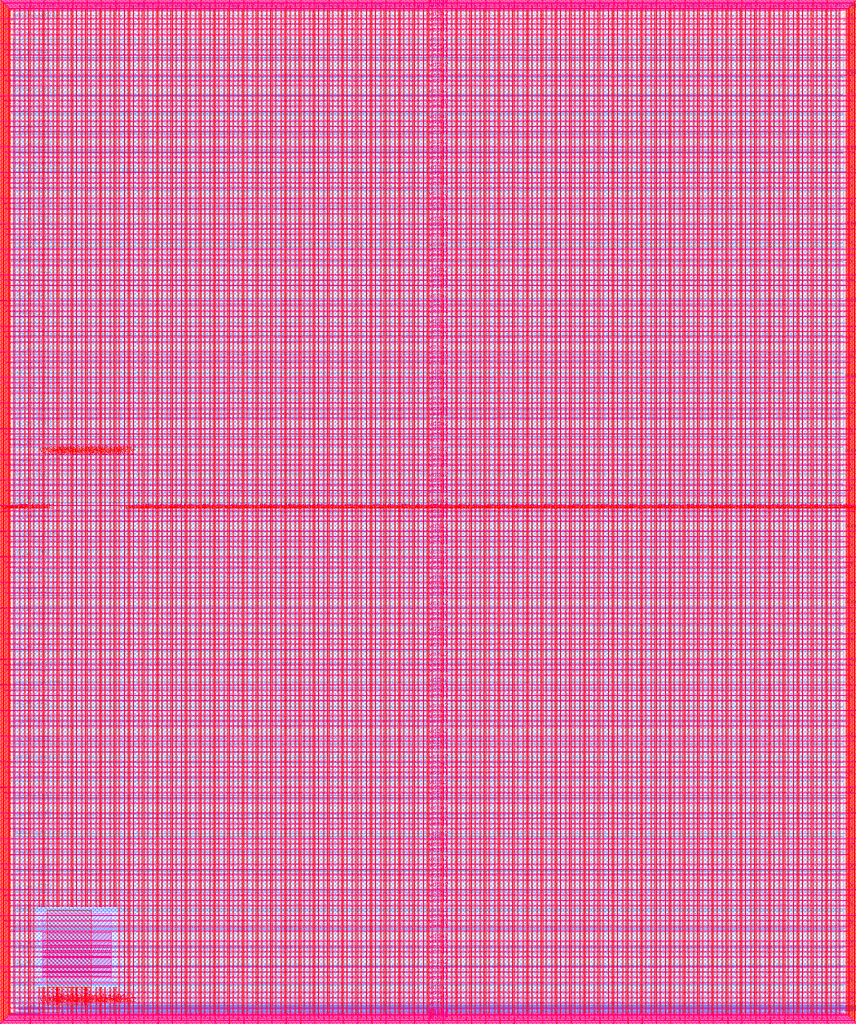
<source format=lef>
VERSION 5.7 ;
  NOWIREEXTENSIONATPIN ON ;
  DIVIDERCHAR "/" ;
  BUSBITCHARS "[]" ;
MACRO user_project_wrapper
  CLASS BLOCK ;
  FOREIGN user_project_wrapper ;
  ORIGIN 0.000 0.000 ;
  SIZE 2920.000 BY 3520.000 ;
  PIN analog_io[0]
    DIRECTION INOUT ;
    USE SIGNAL ;
    PORT
      LAYER met3 ;
        RECT 2917.600 1426.380 2924.800 1427.580 ;
    END
  END analog_io[0]
  PIN analog_io[10]
    DIRECTION INOUT ;
    USE SIGNAL ;
    PORT
      LAYER met2 ;
        RECT 2230.490 3517.600 2231.050 3524.800 ;
    END
  END analog_io[10]
  PIN analog_io[11]
    DIRECTION INOUT ;
    USE SIGNAL ;
    PORT
      LAYER met2 ;
        RECT 1905.730 3517.600 1906.290 3524.800 ;
    END
  END analog_io[11]
  PIN analog_io[12]
    DIRECTION INOUT ;
    USE SIGNAL ;
    PORT
      LAYER met2 ;
        RECT 1581.430 3517.600 1581.990 3524.800 ;
    END
  END analog_io[12]
  PIN analog_io[13]
    DIRECTION INOUT ;
    USE SIGNAL ;
    PORT
      LAYER met2 ;
        RECT 1257.130 3517.600 1257.690 3524.800 ;
    END
  END analog_io[13]
  PIN analog_io[14]
    DIRECTION INOUT ;
    USE SIGNAL ;
    PORT
      LAYER met2 ;
        RECT 932.370 3517.600 932.930 3524.800 ;
    END
  END analog_io[14]
  PIN analog_io[15]
    DIRECTION INOUT ;
    USE SIGNAL ;
    PORT
      LAYER met2 ;
        RECT 608.070 3517.600 608.630 3524.800 ;
    END
  END analog_io[15]
  PIN analog_io[16]
    DIRECTION INOUT ;
    USE SIGNAL ;
    PORT
      LAYER met2 ;
        RECT 283.770 3517.600 284.330 3524.800 ;
    END
  END analog_io[16]
  PIN analog_io[17]
    DIRECTION INOUT ;
    USE SIGNAL ;
    PORT
      LAYER met3 ;
        RECT -4.800 3486.100 2.400 3487.300 ;
    END
  END analog_io[17]
  PIN analog_io[18]
    DIRECTION INOUT ;
    USE SIGNAL ;
    PORT
      LAYER met3 ;
        RECT -4.800 3224.980 2.400 3226.180 ;
    END
  END analog_io[18]
  PIN analog_io[19]
    DIRECTION INOUT ;
    USE SIGNAL ;
    PORT
      LAYER met3 ;
        RECT -4.800 2964.540 2.400 2965.740 ;
    END
  END analog_io[19]
  PIN analog_io[1]
    DIRECTION INOUT ;
    USE SIGNAL ;
    PORT
      LAYER met3 ;
        RECT 2917.600 1692.260 2924.800 1693.460 ;
    END
  END analog_io[1]
  PIN analog_io[20]
    DIRECTION INOUT ;
    USE SIGNAL ;
    PORT
      LAYER met3 ;
        RECT -4.800 2703.420 2.400 2704.620 ;
    END
  END analog_io[20]
  PIN analog_io[21]
    DIRECTION INOUT ;
    USE SIGNAL ;
    PORT
      LAYER met3 ;
        RECT -4.800 2442.980 2.400 2444.180 ;
    END
  END analog_io[21]
  PIN analog_io[22]
    DIRECTION INOUT ;
    USE SIGNAL ;
    PORT
      LAYER met3 ;
        RECT -4.800 2182.540 2.400 2183.740 ;
    END
  END analog_io[22]
  PIN analog_io[23]
    DIRECTION INOUT ;
    USE SIGNAL ;
    PORT
      LAYER met3 ;
        RECT -4.800 1921.420 2.400 1922.620 ;
    END
  END analog_io[23]
  PIN analog_io[24]
    DIRECTION INOUT ;
    USE SIGNAL ;
    PORT
      LAYER met3 ;
        RECT -4.800 1660.980 2.400 1662.180 ;
    END
  END analog_io[24]
  PIN analog_io[25]
    DIRECTION INOUT ;
    USE SIGNAL ;
    PORT
      LAYER met3 ;
        RECT -4.800 1399.860 2.400 1401.060 ;
    END
  END analog_io[25]
  PIN analog_io[26]
    DIRECTION INOUT ;
    USE SIGNAL ;
    PORT
      LAYER met3 ;
        RECT -4.800 1139.420 2.400 1140.620 ;
    END
  END analog_io[26]
  PIN analog_io[27]
    DIRECTION INOUT ;
    USE SIGNAL ;
    PORT
      LAYER met3 ;
        RECT -4.800 878.980 2.400 880.180 ;
    END
  END analog_io[27]
  PIN analog_io[28]
    DIRECTION INOUT ;
    USE SIGNAL ;
    PORT
      LAYER met3 ;
        RECT -4.800 617.860 2.400 619.060 ;
    END
  END analog_io[28]
  PIN analog_io[2]
    DIRECTION INOUT ;
    USE SIGNAL ;
    PORT
      LAYER met3 ;
        RECT 2917.600 1958.140 2924.800 1959.340 ;
    END
  END analog_io[2]
  PIN analog_io[3]
    DIRECTION INOUT ;
    USE SIGNAL ;
    PORT
      LAYER met3 ;
        RECT 2917.600 2223.340 2924.800 2224.540 ;
    END
  END analog_io[3]
  PIN analog_io[4]
    DIRECTION INOUT ;
    USE SIGNAL ;
    PORT
      LAYER met3 ;
        RECT 2917.600 2489.220 2924.800 2490.420 ;
    END
  END analog_io[4]
  PIN analog_io[5]
    DIRECTION INOUT ;
    USE SIGNAL ;
    PORT
      LAYER met3 ;
        RECT 2917.600 2755.100 2924.800 2756.300 ;
    END
  END analog_io[5]
  PIN analog_io[6]
    DIRECTION INOUT ;
    USE SIGNAL ;
    PORT
      LAYER met3 ;
        RECT 2917.600 3020.300 2924.800 3021.500 ;
    END
  END analog_io[6]
  PIN analog_io[7]
    DIRECTION INOUT ;
    USE SIGNAL ;
    PORT
      LAYER met3 ;
        RECT 2917.600 3286.180 2924.800 3287.380 ;
    END
  END analog_io[7]
  PIN analog_io[8]
    DIRECTION INOUT ;
    USE SIGNAL ;
    PORT
      LAYER met2 ;
        RECT 2879.090 3517.600 2879.650 3524.800 ;
    END
  END analog_io[8]
  PIN analog_io[9]
    DIRECTION INOUT ;
    USE SIGNAL ;
    PORT
      LAYER met2 ;
        RECT 2554.790 3517.600 2555.350 3524.800 ;
    END
  END analog_io[9]
  PIN io_in[0]
    DIRECTION INPUT ;
    USE SIGNAL ;
    PORT
      LAYER met3 ;
        RECT 2917.600 32.380 2924.800 33.580 ;
    END
  END io_in[0]
  PIN io_in[10]
    DIRECTION INPUT ;
    USE SIGNAL ;
    PORT
      LAYER met3 ;
        RECT 2917.600 2289.980 2924.800 2291.180 ;
    END
  END io_in[10]
  PIN io_in[11]
    DIRECTION INPUT ;
    USE SIGNAL ;
    PORT
      LAYER met3 ;
        RECT 2917.600 2555.860 2924.800 2557.060 ;
    END
  END io_in[11]
  PIN io_in[12]
    DIRECTION INPUT ;
    USE SIGNAL ;
    PORT
      LAYER met3 ;
        RECT 2917.600 2821.060 2924.800 2822.260 ;
    END
  END io_in[12]
  PIN io_in[13]
    DIRECTION INPUT ;
    USE SIGNAL ;
    PORT
      LAYER met3 ;
        RECT 2917.600 3086.940 2924.800 3088.140 ;
    END
  END io_in[13]
  PIN io_in[14]
    DIRECTION INPUT ;
    USE SIGNAL ;
    PORT
      LAYER met3 ;
        RECT 2917.600 3352.820 2924.800 3354.020 ;
    END
  END io_in[14]
  PIN io_in[15]
    DIRECTION INPUT ;
    USE SIGNAL ;
    PORT
      LAYER met2 ;
        RECT 2798.130 3517.600 2798.690 3524.800 ;
    END
  END io_in[15]
  PIN io_in[16]
    DIRECTION INPUT ;
    USE SIGNAL ;
    PORT
      LAYER met2 ;
        RECT 2473.830 3517.600 2474.390 3524.800 ;
    END
  END io_in[16]
  PIN io_in[17]
    DIRECTION INPUT ;
    USE SIGNAL ;
    PORT
      LAYER met2 ;
        RECT 2149.070 3517.600 2149.630 3524.800 ;
    END
  END io_in[17]
  PIN io_in[18]
    DIRECTION INPUT ;
    USE SIGNAL ;
    PORT
      LAYER met2 ;
        RECT 1824.770 3517.600 1825.330 3524.800 ;
    END
  END io_in[18]
  PIN io_in[19]
    DIRECTION INPUT ;
    USE SIGNAL ;
    PORT
      LAYER met2 ;
        RECT 1500.470 3517.600 1501.030 3524.800 ;
    END
  END io_in[19]
  PIN io_in[1]
    DIRECTION INPUT ;
    USE SIGNAL ;
    PORT
      LAYER met3 ;
        RECT 2917.600 230.940 2924.800 232.140 ;
    END
  END io_in[1]
  PIN io_in[20]
    DIRECTION INPUT ;
    USE SIGNAL ;
    PORT
      LAYER met2 ;
        RECT 1175.710 3517.600 1176.270 3524.800 ;
    END
  END io_in[20]
  PIN io_in[21]
    DIRECTION INPUT ;
    USE SIGNAL ;
    PORT
      LAYER met2 ;
        RECT 851.410 3517.600 851.970 3524.800 ;
    END
  END io_in[21]
  PIN io_in[22]
    DIRECTION INPUT ;
    USE SIGNAL ;
    PORT
      LAYER met2 ;
        RECT 527.110 3517.600 527.670 3524.800 ;
    END
  END io_in[22]
  PIN io_in[23]
    DIRECTION INPUT ;
    USE SIGNAL ;
    PORT
      LAYER met2 ;
        RECT 202.350 3517.600 202.910 3524.800 ;
    END
  END io_in[23]
  PIN io_in[24]
    DIRECTION INPUT ;
    USE SIGNAL ;
    PORT
      LAYER met3 ;
        RECT -4.800 3420.820 2.400 3422.020 ;
    END
  END io_in[24]
  PIN io_in[25]
    DIRECTION INPUT ;
    USE SIGNAL ;
    PORT
      LAYER met3 ;
        RECT -4.800 3159.700 2.400 3160.900 ;
    END
  END io_in[25]
  PIN io_in[26]
    DIRECTION INPUT ;
    USE SIGNAL ;
    PORT
      LAYER met3 ;
        RECT -4.800 2899.260 2.400 2900.460 ;
    END
  END io_in[26]
  PIN io_in[27]
    DIRECTION INPUT ;
    USE SIGNAL ;
    PORT
      LAYER met3 ;
        RECT -4.800 2638.820 2.400 2640.020 ;
    END
  END io_in[27]
  PIN io_in[28]
    DIRECTION INPUT ;
    USE SIGNAL ;
    PORT
      LAYER met3 ;
        RECT -4.800 2377.700 2.400 2378.900 ;
    END
  END io_in[28]
  PIN io_in[29]
    DIRECTION INPUT ;
    USE SIGNAL ;
    PORT
      LAYER met3 ;
        RECT -4.800 2117.260 2.400 2118.460 ;
    END
  END io_in[29]
  PIN io_in[2]
    DIRECTION INPUT ;
    USE SIGNAL ;
    PORT
      LAYER met3 ;
        RECT 2917.600 430.180 2924.800 431.380 ;
    END
  END io_in[2]
  PIN io_in[30]
    DIRECTION INPUT ;
    USE SIGNAL ;
    PORT
      LAYER met3 ;
        RECT -4.800 1856.140 2.400 1857.340 ;
    END
  END io_in[30]
  PIN io_in[31]
    DIRECTION INPUT ;
    USE SIGNAL ;
    PORT
      LAYER met3 ;
        RECT -4.800 1595.700 2.400 1596.900 ;
    END
  END io_in[31]
  PIN io_in[32]
    DIRECTION INPUT ;
    USE SIGNAL ;
    PORT
      LAYER met3 ;
        RECT -4.800 1335.260 2.400 1336.460 ;
    END
  END io_in[32]
  PIN io_in[33]
    DIRECTION INPUT ;
    USE SIGNAL ;
    PORT
      LAYER met3 ;
        RECT -4.800 1074.140 2.400 1075.340 ;
    END
  END io_in[33]
  PIN io_in[34]
    DIRECTION INPUT ;
    USE SIGNAL ;
    PORT
      LAYER met3 ;
        RECT -4.800 813.700 2.400 814.900 ;
    END
  END io_in[34]
  PIN io_in[35]
    DIRECTION INPUT ;
    USE SIGNAL ;
    PORT
      LAYER met3 ;
        RECT -4.800 552.580 2.400 553.780 ;
    END
  END io_in[35]
  PIN io_in[36]
    DIRECTION INPUT ;
    USE SIGNAL ;
    PORT
      LAYER met3 ;
        RECT -4.800 357.420 2.400 358.620 ;
    END
  END io_in[36]
  PIN io_in[37]
    DIRECTION INPUT ;
    USE SIGNAL ;
    PORT
      LAYER met3 ;
        RECT -4.800 161.580 2.400 162.780 ;
    END
  END io_in[37]
  PIN io_in[3]
    DIRECTION INPUT ;
    USE SIGNAL ;
    PORT
      LAYER met3 ;
        RECT 2917.600 629.420 2924.800 630.620 ;
    END
  END io_in[3]
  PIN io_in[4]
    DIRECTION INPUT ;
    USE SIGNAL ;
    PORT
      LAYER met3 ;
        RECT 2917.600 828.660 2924.800 829.860 ;
    END
  END io_in[4]
  PIN io_in[5]
    DIRECTION INPUT ;
    USE SIGNAL ;
    PORT
      LAYER met3 ;
        RECT 2917.600 1027.900 2924.800 1029.100 ;
    END
  END io_in[5]
  PIN io_in[6]
    DIRECTION INPUT ;
    USE SIGNAL ;
    PORT
      LAYER met3 ;
        RECT 2917.600 1227.140 2924.800 1228.340 ;
    END
  END io_in[6]
  PIN io_in[7]
    DIRECTION INPUT ;
    USE SIGNAL ;
    PORT
      LAYER met3 ;
        RECT 2917.600 1493.020 2924.800 1494.220 ;
    END
  END io_in[7]
  PIN io_in[8]
    DIRECTION INPUT ;
    USE SIGNAL ;
    PORT
      LAYER met3 ;
        RECT 2917.600 1758.900 2924.800 1760.100 ;
    END
  END io_in[8]
  PIN io_in[9]
    DIRECTION INPUT ;
    USE SIGNAL ;
    PORT
      LAYER met3 ;
        RECT 2917.600 2024.100 2924.800 2025.300 ;
    END
  END io_in[9]
  PIN io_oeb[0]
    DIRECTION OUTPUT TRISTATE ;
    USE SIGNAL ;
    PORT
      LAYER met3 ;
        RECT 2917.600 164.980 2924.800 166.180 ;
    END
  END io_oeb[0]
  PIN io_oeb[10]
    DIRECTION OUTPUT TRISTATE ;
    USE SIGNAL ;
    PORT
      LAYER met3 ;
        RECT 2917.600 2422.580 2924.800 2423.780 ;
    END
  END io_oeb[10]
  PIN io_oeb[11]
    DIRECTION OUTPUT TRISTATE ;
    USE SIGNAL ;
    PORT
      LAYER met3 ;
        RECT 2917.600 2688.460 2924.800 2689.660 ;
    END
  END io_oeb[11]
  PIN io_oeb[12]
    DIRECTION OUTPUT TRISTATE ;
    USE SIGNAL ;
    PORT
      LAYER met3 ;
        RECT 2917.600 2954.340 2924.800 2955.540 ;
    END
  END io_oeb[12]
  PIN io_oeb[13]
    DIRECTION OUTPUT TRISTATE ;
    USE SIGNAL ;
    PORT
      LAYER met3 ;
        RECT 2917.600 3219.540 2924.800 3220.740 ;
    END
  END io_oeb[13]
  PIN io_oeb[14]
    DIRECTION OUTPUT TRISTATE ;
    USE SIGNAL ;
    PORT
      LAYER met3 ;
        RECT 2917.600 3485.420 2924.800 3486.620 ;
    END
  END io_oeb[14]
  PIN io_oeb[15]
    DIRECTION OUTPUT TRISTATE ;
    USE SIGNAL ;
    PORT
      LAYER met2 ;
        RECT 2635.750 3517.600 2636.310 3524.800 ;
    END
  END io_oeb[15]
  PIN io_oeb[16]
    DIRECTION OUTPUT TRISTATE ;
    USE SIGNAL ;
    PORT
      LAYER met2 ;
        RECT 2311.450 3517.600 2312.010 3524.800 ;
    END
  END io_oeb[16]
  PIN io_oeb[17]
    DIRECTION OUTPUT TRISTATE ;
    USE SIGNAL ;
    PORT
      LAYER met2 ;
        RECT 1987.150 3517.600 1987.710 3524.800 ;
    END
  END io_oeb[17]
  PIN io_oeb[18]
    DIRECTION OUTPUT TRISTATE ;
    USE SIGNAL ;
    PORT
      LAYER met2 ;
        RECT 1662.390 3517.600 1662.950 3524.800 ;
    END
  END io_oeb[18]
  PIN io_oeb[19]
    DIRECTION OUTPUT TRISTATE ;
    USE SIGNAL ;
    PORT
      LAYER met2 ;
        RECT 1338.090 3517.600 1338.650 3524.800 ;
    END
  END io_oeb[19]
  PIN io_oeb[1]
    DIRECTION OUTPUT TRISTATE ;
    USE SIGNAL ;
    PORT
      LAYER met3 ;
        RECT 2917.600 364.220 2924.800 365.420 ;
    END
  END io_oeb[1]
  PIN io_oeb[20]
    DIRECTION OUTPUT TRISTATE ;
    USE SIGNAL ;
    PORT
      LAYER met2 ;
        RECT 1013.790 3517.600 1014.350 3524.800 ;
    END
  END io_oeb[20]
  PIN io_oeb[21]
    DIRECTION OUTPUT TRISTATE ;
    USE SIGNAL ;
    PORT
      LAYER met2 ;
        RECT 689.030 3517.600 689.590 3524.800 ;
    END
  END io_oeb[21]
  PIN io_oeb[22]
    DIRECTION OUTPUT TRISTATE ;
    USE SIGNAL ;
    PORT
      LAYER met2 ;
        RECT 364.730 3517.600 365.290 3524.800 ;
    END
  END io_oeb[22]
  PIN io_oeb[23]
    DIRECTION OUTPUT TRISTATE ;
    USE SIGNAL ;
    PORT
      LAYER met2 ;
        RECT 40.430 3517.600 40.990 3524.800 ;
    END
  END io_oeb[23]
  PIN io_oeb[24]
    DIRECTION OUTPUT TRISTATE ;
    USE SIGNAL ;
    PORT
      LAYER met3 ;
        RECT -4.800 3290.260 2.400 3291.460 ;
    END
  END io_oeb[24]
  PIN io_oeb[25]
    DIRECTION OUTPUT TRISTATE ;
    USE SIGNAL ;
    PORT
      LAYER met3 ;
        RECT -4.800 3029.820 2.400 3031.020 ;
    END
  END io_oeb[25]
  PIN io_oeb[26]
    DIRECTION OUTPUT TRISTATE ;
    USE SIGNAL ;
    PORT
      LAYER met3 ;
        RECT -4.800 2768.700 2.400 2769.900 ;
    END
  END io_oeb[26]
  PIN io_oeb[27]
    DIRECTION OUTPUT TRISTATE ;
    USE SIGNAL ;
    PORT
      LAYER met3 ;
        RECT -4.800 2508.260 2.400 2509.460 ;
    END
  END io_oeb[27]
  PIN io_oeb[28]
    DIRECTION OUTPUT TRISTATE ;
    USE SIGNAL ;
    PORT
      LAYER met3 ;
        RECT -4.800 2247.140 2.400 2248.340 ;
    END
  END io_oeb[28]
  PIN io_oeb[29]
    DIRECTION OUTPUT TRISTATE ;
    USE SIGNAL ;
    PORT
      LAYER met3 ;
        RECT -4.800 1986.700 2.400 1987.900 ;
    END
  END io_oeb[29]
  PIN io_oeb[2]
    DIRECTION OUTPUT TRISTATE ;
    USE SIGNAL ;
    PORT
      LAYER met3 ;
        RECT 2917.600 563.460 2924.800 564.660 ;
    END
  END io_oeb[2]
  PIN io_oeb[30]
    DIRECTION OUTPUT TRISTATE ;
    USE SIGNAL ;
    PORT
      LAYER met3 ;
        RECT -4.800 1726.260 2.400 1727.460 ;
    END
  END io_oeb[30]
  PIN io_oeb[31]
    DIRECTION OUTPUT TRISTATE ;
    USE SIGNAL ;
    PORT
      LAYER met3 ;
        RECT -4.800 1465.140 2.400 1466.340 ;
    END
  END io_oeb[31]
  PIN io_oeb[32]
    DIRECTION OUTPUT TRISTATE ;
    USE SIGNAL ;
    PORT
      LAYER met3 ;
        RECT -4.800 1204.700 2.400 1205.900 ;
    END
  END io_oeb[32]
  PIN io_oeb[33]
    DIRECTION OUTPUT TRISTATE ;
    USE SIGNAL ;
    PORT
      LAYER met3 ;
        RECT -4.800 943.580 2.400 944.780 ;
    END
  END io_oeb[33]
  PIN io_oeb[34]
    DIRECTION OUTPUT TRISTATE ;
    USE SIGNAL ;
    PORT
      LAYER met3 ;
        RECT -4.800 683.140 2.400 684.340 ;
    END
  END io_oeb[34]
  PIN io_oeb[35]
    DIRECTION OUTPUT TRISTATE ;
    USE SIGNAL ;
    PORT
      LAYER met3 ;
        RECT -4.800 422.700 2.400 423.900 ;
    END
  END io_oeb[35]
  PIN io_oeb[36]
    DIRECTION OUTPUT TRISTATE ;
    USE SIGNAL ;
    PORT
      LAYER met3 ;
        RECT -4.800 226.860 2.400 228.060 ;
    END
  END io_oeb[36]
  PIN io_oeb[37]
    DIRECTION OUTPUT TRISTATE ;
    USE SIGNAL ;
    PORT
      LAYER met3 ;
        RECT -4.800 31.700 2.400 32.900 ;
    END
  END io_oeb[37]
  PIN io_oeb[3]
    DIRECTION OUTPUT TRISTATE ;
    USE SIGNAL ;
    PORT
      LAYER met3 ;
        RECT 2917.600 762.700 2924.800 763.900 ;
    END
  END io_oeb[3]
  PIN io_oeb[4]
    DIRECTION OUTPUT TRISTATE ;
    USE SIGNAL ;
    PORT
      LAYER met3 ;
        RECT 2917.600 961.940 2924.800 963.140 ;
    END
  END io_oeb[4]
  PIN io_oeb[5]
    DIRECTION OUTPUT TRISTATE ;
    USE SIGNAL ;
    PORT
      LAYER met3 ;
        RECT 2917.600 1161.180 2924.800 1162.380 ;
    END
  END io_oeb[5]
  PIN io_oeb[6]
    DIRECTION OUTPUT TRISTATE ;
    USE SIGNAL ;
    PORT
      LAYER met3 ;
        RECT 2917.600 1360.420 2924.800 1361.620 ;
    END
  END io_oeb[6]
  PIN io_oeb[7]
    DIRECTION OUTPUT TRISTATE ;
    USE SIGNAL ;
    PORT
      LAYER met3 ;
        RECT 2917.600 1625.620 2924.800 1626.820 ;
    END
  END io_oeb[7]
  PIN io_oeb[8]
    DIRECTION OUTPUT TRISTATE ;
    USE SIGNAL ;
    PORT
      LAYER met3 ;
        RECT 2917.600 1891.500 2924.800 1892.700 ;
    END
  END io_oeb[8]
  PIN io_oeb[9]
    DIRECTION OUTPUT TRISTATE ;
    USE SIGNAL ;
    PORT
      LAYER met3 ;
        RECT 2917.600 2157.380 2924.800 2158.580 ;
    END
  END io_oeb[9]
  PIN io_out[0]
    DIRECTION OUTPUT TRISTATE ;
    USE SIGNAL ;
    PORT
      LAYER met3 ;
        RECT 2917.600 98.340 2924.800 99.540 ;
    END
  END io_out[0]
  PIN io_out[10]
    DIRECTION OUTPUT TRISTATE ;
    USE SIGNAL ;
    PORT
      LAYER met3 ;
        RECT 2917.600 2356.620 2924.800 2357.820 ;
    END
  END io_out[10]
  PIN io_out[11]
    DIRECTION OUTPUT TRISTATE ;
    USE SIGNAL ;
    PORT
      LAYER met3 ;
        RECT 2917.600 2621.820 2924.800 2623.020 ;
    END
  END io_out[11]
  PIN io_out[12]
    DIRECTION OUTPUT TRISTATE ;
    USE SIGNAL ;
    PORT
      LAYER met3 ;
        RECT 2917.600 2887.700 2924.800 2888.900 ;
    END
  END io_out[12]
  PIN io_out[13]
    DIRECTION OUTPUT TRISTATE ;
    USE SIGNAL ;
    PORT
      LAYER met3 ;
        RECT 2917.600 3153.580 2924.800 3154.780 ;
    END
  END io_out[13]
  PIN io_out[14]
    DIRECTION OUTPUT TRISTATE ;
    USE SIGNAL ;
    PORT
      LAYER met3 ;
        RECT 2917.600 3418.780 2924.800 3419.980 ;
    END
  END io_out[14]
  PIN io_out[15]
    DIRECTION OUTPUT TRISTATE ;
    USE SIGNAL ;
    PORT
      LAYER met2 ;
        RECT 2717.170 3517.600 2717.730 3524.800 ;
    END
  END io_out[15]
  PIN io_out[16]
    DIRECTION OUTPUT TRISTATE ;
    USE SIGNAL ;
    PORT
      LAYER met2 ;
        RECT 2392.410 3517.600 2392.970 3524.800 ;
    END
  END io_out[16]
  PIN io_out[17]
    DIRECTION OUTPUT TRISTATE ;
    USE SIGNAL ;
    PORT
      LAYER met2 ;
        RECT 2068.110 3517.600 2068.670 3524.800 ;
    END
  END io_out[17]
  PIN io_out[18]
    DIRECTION OUTPUT TRISTATE ;
    USE SIGNAL ;
    PORT
      LAYER met2 ;
        RECT 1743.810 3517.600 1744.370 3524.800 ;
    END
  END io_out[18]
  PIN io_out[19]
    DIRECTION OUTPUT TRISTATE ;
    USE SIGNAL ;
    PORT
      LAYER met2 ;
        RECT 1419.050 3517.600 1419.610 3524.800 ;
    END
  END io_out[19]
  PIN io_out[1]
    DIRECTION OUTPUT TRISTATE ;
    USE SIGNAL ;
    PORT
      LAYER met3 ;
        RECT 2917.600 297.580 2924.800 298.780 ;
    END
  END io_out[1]
  PIN io_out[20]
    DIRECTION OUTPUT TRISTATE ;
    USE SIGNAL ;
    PORT
      LAYER met2 ;
        RECT 1094.750 3517.600 1095.310 3524.800 ;
    END
  END io_out[20]
  PIN io_out[21]
    DIRECTION OUTPUT TRISTATE ;
    USE SIGNAL ;
    PORT
      LAYER met2 ;
        RECT 770.450 3517.600 771.010 3524.800 ;
    END
  END io_out[21]
  PIN io_out[22]
    DIRECTION OUTPUT TRISTATE ;
    USE SIGNAL ;
    PORT
      LAYER met2 ;
        RECT 445.690 3517.600 446.250 3524.800 ;
    END
  END io_out[22]
  PIN io_out[23]
    DIRECTION OUTPUT TRISTATE ;
    USE SIGNAL ;
    PORT
      LAYER met2 ;
        RECT 121.390 3517.600 121.950 3524.800 ;
    END
  END io_out[23]
  PIN io_out[24]
    DIRECTION OUTPUT TRISTATE ;
    USE SIGNAL ;
    PORT
      LAYER met3 ;
        RECT -4.800 3355.540 2.400 3356.740 ;
    END
  END io_out[24]
  PIN io_out[25]
    DIRECTION OUTPUT TRISTATE ;
    USE SIGNAL ;
    PORT
      LAYER met3 ;
        RECT -4.800 3095.100 2.400 3096.300 ;
    END
  END io_out[25]
  PIN io_out[26]
    DIRECTION OUTPUT TRISTATE ;
    USE SIGNAL ;
    PORT
      LAYER met3 ;
        RECT -4.800 2833.980 2.400 2835.180 ;
    END
  END io_out[26]
  PIN io_out[27]
    DIRECTION OUTPUT TRISTATE ;
    USE SIGNAL ;
    PORT
      LAYER met3 ;
        RECT -4.800 2573.540 2.400 2574.740 ;
    END
  END io_out[27]
  PIN io_out[28]
    DIRECTION OUTPUT TRISTATE ;
    USE SIGNAL ;
    PORT
      LAYER met3 ;
        RECT -4.800 2312.420 2.400 2313.620 ;
    END
  END io_out[28]
  PIN io_out[29]
    DIRECTION OUTPUT TRISTATE ;
    USE SIGNAL ;
    PORT
      LAYER met3 ;
        RECT -4.800 2051.980 2.400 2053.180 ;
    END
  END io_out[29]
  PIN io_out[2]
    DIRECTION OUTPUT TRISTATE ;
    USE SIGNAL ;
    PORT
      LAYER met3 ;
        RECT 2917.600 496.820 2924.800 498.020 ;
    END
  END io_out[2]
  PIN io_out[30]
    DIRECTION OUTPUT TRISTATE ;
    USE SIGNAL ;
    PORT
      LAYER met3 ;
        RECT -4.800 1791.540 2.400 1792.740 ;
    END
  END io_out[30]
  PIN io_out[31]
    DIRECTION OUTPUT TRISTATE ;
    USE SIGNAL ;
    PORT
      LAYER met3 ;
        RECT -4.800 1530.420 2.400 1531.620 ;
    END
  END io_out[31]
  PIN io_out[32]
    DIRECTION OUTPUT TRISTATE ;
    USE SIGNAL ;
    PORT
      LAYER met3 ;
        RECT -4.800 1269.980 2.400 1271.180 ;
    END
  END io_out[32]
  PIN io_out[33]
    DIRECTION OUTPUT TRISTATE ;
    USE SIGNAL ;
    PORT
      LAYER met3 ;
        RECT -4.800 1008.860 2.400 1010.060 ;
    END
  END io_out[33]
  PIN io_out[34]
    DIRECTION OUTPUT TRISTATE ;
    USE SIGNAL ;
    PORT
      LAYER met3 ;
        RECT -4.800 748.420 2.400 749.620 ;
    END
  END io_out[34]
  PIN io_out[35]
    DIRECTION OUTPUT TRISTATE ;
    USE SIGNAL ;
    PORT
      LAYER met3 ;
        RECT -4.800 487.300 2.400 488.500 ;
    END
  END io_out[35]
  PIN io_out[36]
    DIRECTION OUTPUT TRISTATE ;
    USE SIGNAL ;
    PORT
      LAYER met3 ;
        RECT -4.800 292.140 2.400 293.340 ;
    END
  END io_out[36]
  PIN io_out[37]
    DIRECTION OUTPUT TRISTATE ;
    USE SIGNAL ;
    PORT
      LAYER met3 ;
        RECT -4.800 96.300 2.400 97.500 ;
    END
  END io_out[37]
  PIN io_out[3]
    DIRECTION OUTPUT TRISTATE ;
    USE SIGNAL ;
    PORT
      LAYER met3 ;
        RECT 2917.600 696.060 2924.800 697.260 ;
    END
  END io_out[3]
  PIN io_out[4]
    DIRECTION OUTPUT TRISTATE ;
    USE SIGNAL ;
    PORT
      LAYER met3 ;
        RECT 2917.600 895.300 2924.800 896.500 ;
    END
  END io_out[4]
  PIN io_out[5]
    DIRECTION OUTPUT TRISTATE ;
    USE SIGNAL ;
    PORT
      LAYER met3 ;
        RECT 2917.600 1094.540 2924.800 1095.740 ;
    END
  END io_out[5]
  PIN io_out[6]
    DIRECTION OUTPUT TRISTATE ;
    USE SIGNAL ;
    PORT
      LAYER met3 ;
        RECT 2917.600 1293.780 2924.800 1294.980 ;
    END
  END io_out[6]
  PIN io_out[7]
    DIRECTION OUTPUT TRISTATE ;
    USE SIGNAL ;
    PORT
      LAYER met3 ;
        RECT 2917.600 1559.660 2924.800 1560.860 ;
    END
  END io_out[7]
  PIN io_out[8]
    DIRECTION OUTPUT TRISTATE ;
    USE SIGNAL ;
    PORT
      LAYER met3 ;
        RECT 2917.600 1824.860 2924.800 1826.060 ;
    END
  END io_out[8]
  PIN io_out[9]
    DIRECTION OUTPUT TRISTATE ;
    USE SIGNAL ;
    PORT
      LAYER met3 ;
        RECT 2917.600 2090.740 2924.800 2091.940 ;
    END
  END io_out[9]
  PIN la_data_in[0]
    DIRECTION INPUT ;
    USE SIGNAL ;
    PORT
      LAYER met2 ;
        RECT 629.230 -4.800 629.790 2.400 ;
    END
  END la_data_in[0]
  PIN la_data_in[100]
    DIRECTION INPUT ;
    USE SIGNAL ;
    PORT
      LAYER met2 ;
        RECT 2402.530 -4.800 2403.090 2.400 ;
    END
  END la_data_in[100]
  PIN la_data_in[101]
    DIRECTION INPUT ;
    USE SIGNAL ;
    PORT
      LAYER met2 ;
        RECT 2420.010 -4.800 2420.570 2.400 ;
    END
  END la_data_in[101]
  PIN la_data_in[102]
    DIRECTION INPUT ;
    USE SIGNAL ;
    PORT
      LAYER met2 ;
        RECT 2437.950 -4.800 2438.510 2.400 ;
    END
  END la_data_in[102]
  PIN la_data_in[103]
    DIRECTION INPUT ;
    USE SIGNAL ;
    PORT
      LAYER met2 ;
        RECT 2455.430 -4.800 2455.990 2.400 ;
    END
  END la_data_in[103]
  PIN la_data_in[104]
    DIRECTION INPUT ;
    USE SIGNAL ;
    PORT
      LAYER met2 ;
        RECT 2473.370 -4.800 2473.930 2.400 ;
    END
  END la_data_in[104]
  PIN la_data_in[105]
    DIRECTION INPUT ;
    USE SIGNAL ;
    PORT
      LAYER met2 ;
        RECT 2490.850 -4.800 2491.410 2.400 ;
    END
  END la_data_in[105]
  PIN la_data_in[106]
    DIRECTION INPUT ;
    USE SIGNAL ;
    PORT
      LAYER met2 ;
        RECT 2508.790 -4.800 2509.350 2.400 ;
    END
  END la_data_in[106]
  PIN la_data_in[107]
    DIRECTION INPUT ;
    USE SIGNAL ;
    PORT
      LAYER met2 ;
        RECT 2526.730 -4.800 2527.290 2.400 ;
    END
  END la_data_in[107]
  PIN la_data_in[108]
    DIRECTION INPUT ;
    USE SIGNAL ;
    PORT
      LAYER met2 ;
        RECT 2544.210 -4.800 2544.770 2.400 ;
    END
  END la_data_in[108]
  PIN la_data_in[109]
    DIRECTION INPUT ;
    USE SIGNAL ;
    PORT
      LAYER met2 ;
        RECT 2562.150 -4.800 2562.710 2.400 ;
    END
  END la_data_in[109]
  PIN la_data_in[10]
    DIRECTION INPUT ;
    USE SIGNAL ;
    PORT
      LAYER met2 ;
        RECT 806.330 -4.800 806.890 2.400 ;
    END
  END la_data_in[10]
  PIN la_data_in[110]
    DIRECTION INPUT ;
    USE SIGNAL ;
    PORT
      LAYER met2 ;
        RECT 2579.630 -4.800 2580.190 2.400 ;
    END
  END la_data_in[110]
  PIN la_data_in[111]
    DIRECTION INPUT ;
    USE SIGNAL ;
    PORT
      LAYER met2 ;
        RECT 2597.570 -4.800 2598.130 2.400 ;
    END
  END la_data_in[111]
  PIN la_data_in[112]
    DIRECTION INPUT ;
    USE SIGNAL ;
    PORT
      LAYER met2 ;
        RECT 2615.050 -4.800 2615.610 2.400 ;
    END
  END la_data_in[112]
  PIN la_data_in[113]
    DIRECTION INPUT ;
    USE SIGNAL ;
    PORT
      LAYER met2 ;
        RECT 2632.990 -4.800 2633.550 2.400 ;
    END
  END la_data_in[113]
  PIN la_data_in[114]
    DIRECTION INPUT ;
    USE SIGNAL ;
    PORT
      LAYER met2 ;
        RECT 2650.470 -4.800 2651.030 2.400 ;
    END
  END la_data_in[114]
  PIN la_data_in[115]
    DIRECTION INPUT ;
    USE SIGNAL ;
    PORT
      LAYER met2 ;
        RECT 2668.410 -4.800 2668.970 2.400 ;
    END
  END la_data_in[115]
  PIN la_data_in[116]
    DIRECTION INPUT ;
    USE SIGNAL ;
    PORT
      LAYER met2 ;
        RECT 2685.890 -4.800 2686.450 2.400 ;
    END
  END la_data_in[116]
  PIN la_data_in[117]
    DIRECTION INPUT ;
    USE SIGNAL ;
    PORT
      LAYER met2 ;
        RECT 2703.830 -4.800 2704.390 2.400 ;
    END
  END la_data_in[117]
  PIN la_data_in[118]
    DIRECTION INPUT ;
    USE SIGNAL ;
    PORT
      LAYER met2 ;
        RECT 2721.770 -4.800 2722.330 2.400 ;
    END
  END la_data_in[118]
  PIN la_data_in[119]
    DIRECTION INPUT ;
    USE SIGNAL ;
    PORT
      LAYER met2 ;
        RECT 2739.250 -4.800 2739.810 2.400 ;
    END
  END la_data_in[119]
  PIN la_data_in[11]
    DIRECTION INPUT ;
    USE SIGNAL ;
    PORT
      LAYER met2 ;
        RECT 824.270 -4.800 824.830 2.400 ;
    END
  END la_data_in[11]
  PIN la_data_in[120]
    DIRECTION INPUT ;
    USE SIGNAL ;
    PORT
      LAYER met2 ;
        RECT 2757.190 -4.800 2757.750 2.400 ;
    END
  END la_data_in[120]
  PIN la_data_in[121]
    DIRECTION INPUT ;
    USE SIGNAL ;
    PORT
      LAYER met2 ;
        RECT 2774.670 -4.800 2775.230 2.400 ;
    END
  END la_data_in[121]
  PIN la_data_in[122]
    DIRECTION INPUT ;
    USE SIGNAL ;
    PORT
      LAYER met2 ;
        RECT 2792.610 -4.800 2793.170 2.400 ;
    END
  END la_data_in[122]
  PIN la_data_in[123]
    DIRECTION INPUT ;
    USE SIGNAL ;
    PORT
      LAYER met2 ;
        RECT 2810.090 -4.800 2810.650 2.400 ;
    END
  END la_data_in[123]
  PIN la_data_in[124]
    DIRECTION INPUT ;
    USE SIGNAL ;
    PORT
      LAYER met2 ;
        RECT 2828.030 -4.800 2828.590 2.400 ;
    END
  END la_data_in[124]
  PIN la_data_in[125]
    DIRECTION INPUT ;
    USE SIGNAL ;
    PORT
      LAYER met2 ;
        RECT 2845.510 -4.800 2846.070 2.400 ;
    END
  END la_data_in[125]
  PIN la_data_in[126]
    DIRECTION INPUT ;
    USE SIGNAL ;
    PORT
      LAYER met2 ;
        RECT 2863.450 -4.800 2864.010 2.400 ;
    END
  END la_data_in[126]
  PIN la_data_in[127]
    DIRECTION INPUT ;
    USE SIGNAL ;
    PORT
      LAYER met2 ;
        RECT 2881.390 -4.800 2881.950 2.400 ;
    END
  END la_data_in[127]
  PIN la_data_in[12]
    DIRECTION INPUT ;
    USE SIGNAL ;
    PORT
      LAYER met2 ;
        RECT 841.750 -4.800 842.310 2.400 ;
    END
  END la_data_in[12]
  PIN la_data_in[13]
    DIRECTION INPUT ;
    USE SIGNAL ;
    PORT
      LAYER met2 ;
        RECT 859.690 -4.800 860.250 2.400 ;
    END
  END la_data_in[13]
  PIN la_data_in[14]
    DIRECTION INPUT ;
    USE SIGNAL ;
    PORT
      LAYER met2 ;
        RECT 877.170 -4.800 877.730 2.400 ;
    END
  END la_data_in[14]
  PIN la_data_in[15]
    DIRECTION INPUT ;
    USE SIGNAL ;
    PORT
      LAYER met2 ;
        RECT 895.110 -4.800 895.670 2.400 ;
    END
  END la_data_in[15]
  PIN la_data_in[16]
    DIRECTION INPUT ;
    USE SIGNAL ;
    PORT
      LAYER met2 ;
        RECT 912.590 -4.800 913.150 2.400 ;
    END
  END la_data_in[16]
  PIN la_data_in[17]
    DIRECTION INPUT ;
    USE SIGNAL ;
    PORT
      LAYER met2 ;
        RECT 930.530 -4.800 931.090 2.400 ;
    END
  END la_data_in[17]
  PIN la_data_in[18]
    DIRECTION INPUT ;
    USE SIGNAL ;
    PORT
      LAYER met2 ;
        RECT 948.470 -4.800 949.030 2.400 ;
    END
  END la_data_in[18]
  PIN la_data_in[19]
    DIRECTION INPUT ;
    USE SIGNAL ;
    PORT
      LAYER met2 ;
        RECT 965.950 -4.800 966.510 2.400 ;
    END
  END la_data_in[19]
  PIN la_data_in[1]
    DIRECTION INPUT ;
    USE SIGNAL ;
    PORT
      LAYER met2 ;
        RECT 646.710 -4.800 647.270 2.400 ;
    END
  END la_data_in[1]
  PIN la_data_in[20]
    DIRECTION INPUT ;
    USE SIGNAL ;
    PORT
      LAYER met2 ;
        RECT 983.890 -4.800 984.450 2.400 ;
    END
  END la_data_in[20]
  PIN la_data_in[21]
    DIRECTION INPUT ;
    USE SIGNAL ;
    PORT
      LAYER met2 ;
        RECT 1001.370 -4.800 1001.930 2.400 ;
    END
  END la_data_in[21]
  PIN la_data_in[22]
    DIRECTION INPUT ;
    USE SIGNAL ;
    PORT
      LAYER met2 ;
        RECT 1019.310 -4.800 1019.870 2.400 ;
    END
  END la_data_in[22]
  PIN la_data_in[23]
    DIRECTION INPUT ;
    USE SIGNAL ;
    PORT
      LAYER met2 ;
        RECT 1036.790 -4.800 1037.350 2.400 ;
    END
  END la_data_in[23]
  PIN la_data_in[24]
    DIRECTION INPUT ;
    USE SIGNAL ;
    PORT
      LAYER met2 ;
        RECT 1054.730 -4.800 1055.290 2.400 ;
    END
  END la_data_in[24]
  PIN la_data_in[25]
    DIRECTION INPUT ;
    USE SIGNAL ;
    PORT
      LAYER met2 ;
        RECT 1072.210 -4.800 1072.770 2.400 ;
    END
  END la_data_in[25]
  PIN la_data_in[26]
    DIRECTION INPUT ;
    USE SIGNAL ;
    PORT
      LAYER met2 ;
        RECT 1090.150 -4.800 1090.710 2.400 ;
    END
  END la_data_in[26]
  PIN la_data_in[27]
    DIRECTION INPUT ;
    USE SIGNAL ;
    PORT
      LAYER met2 ;
        RECT 1107.630 -4.800 1108.190 2.400 ;
    END
  END la_data_in[27]
  PIN la_data_in[28]
    DIRECTION INPUT ;
    USE SIGNAL ;
    PORT
      LAYER met2 ;
        RECT 1125.570 -4.800 1126.130 2.400 ;
    END
  END la_data_in[28]
  PIN la_data_in[29]
    DIRECTION INPUT ;
    USE SIGNAL ;
    PORT
      LAYER met2 ;
        RECT 1143.510 -4.800 1144.070 2.400 ;
    END
  END la_data_in[29]
  PIN la_data_in[2]
    DIRECTION INPUT ;
    USE SIGNAL ;
    PORT
      LAYER met2 ;
        RECT 664.650 -4.800 665.210 2.400 ;
    END
  END la_data_in[2]
  PIN la_data_in[30]
    DIRECTION INPUT ;
    USE SIGNAL ;
    PORT
      LAYER met2 ;
        RECT 1160.990 -4.800 1161.550 2.400 ;
    END
  END la_data_in[30]
  PIN la_data_in[31]
    DIRECTION INPUT ;
    USE SIGNAL ;
    PORT
      LAYER met2 ;
        RECT 1178.930 -4.800 1179.490 2.400 ;
    END
  END la_data_in[31]
  PIN la_data_in[32]
    DIRECTION INPUT ;
    USE SIGNAL ;
    PORT
      LAYER met2 ;
        RECT 1196.410 -4.800 1196.970 2.400 ;
    END
  END la_data_in[32]
  PIN la_data_in[33]
    DIRECTION INPUT ;
    USE SIGNAL ;
    PORT
      LAYER met2 ;
        RECT 1214.350 -4.800 1214.910 2.400 ;
    END
  END la_data_in[33]
  PIN la_data_in[34]
    DIRECTION INPUT ;
    USE SIGNAL ;
    PORT
      LAYER met2 ;
        RECT 1231.830 -4.800 1232.390 2.400 ;
    END
  END la_data_in[34]
  PIN la_data_in[35]
    DIRECTION INPUT ;
    USE SIGNAL ;
    PORT
      LAYER met2 ;
        RECT 1249.770 -4.800 1250.330 2.400 ;
    END
  END la_data_in[35]
  PIN la_data_in[36]
    DIRECTION INPUT ;
    USE SIGNAL ;
    PORT
      LAYER met2 ;
        RECT 1267.250 -4.800 1267.810 2.400 ;
    END
  END la_data_in[36]
  PIN la_data_in[37]
    DIRECTION INPUT ;
    USE SIGNAL ;
    PORT
      LAYER met2 ;
        RECT 1285.190 -4.800 1285.750 2.400 ;
    END
  END la_data_in[37]
  PIN la_data_in[38]
    DIRECTION INPUT ;
    USE SIGNAL ;
    PORT
      LAYER met2 ;
        RECT 1303.130 -4.800 1303.690 2.400 ;
    END
  END la_data_in[38]
  PIN la_data_in[39]
    DIRECTION INPUT ;
    USE SIGNAL ;
    PORT
      LAYER met2 ;
        RECT 1320.610 -4.800 1321.170 2.400 ;
    END
  END la_data_in[39]
  PIN la_data_in[3]
    DIRECTION INPUT ;
    USE SIGNAL ;
    PORT
      LAYER met2 ;
        RECT 682.130 -4.800 682.690 2.400 ;
    END
  END la_data_in[3]
  PIN la_data_in[40]
    DIRECTION INPUT ;
    USE SIGNAL ;
    PORT
      LAYER met2 ;
        RECT 1338.550 -4.800 1339.110 2.400 ;
    END
  END la_data_in[40]
  PIN la_data_in[41]
    DIRECTION INPUT ;
    USE SIGNAL ;
    PORT
      LAYER met2 ;
        RECT 1356.030 -4.800 1356.590 2.400 ;
    END
  END la_data_in[41]
  PIN la_data_in[42]
    DIRECTION INPUT ;
    USE SIGNAL ;
    PORT
      LAYER met2 ;
        RECT 1373.970 -4.800 1374.530 2.400 ;
    END
  END la_data_in[42]
  PIN la_data_in[43]
    DIRECTION INPUT ;
    USE SIGNAL ;
    PORT
      LAYER met2 ;
        RECT 1391.450 -4.800 1392.010 2.400 ;
    END
  END la_data_in[43]
  PIN la_data_in[44]
    DIRECTION INPUT ;
    USE SIGNAL ;
    PORT
      LAYER met2 ;
        RECT 1409.390 -4.800 1409.950 2.400 ;
    END
  END la_data_in[44]
  PIN la_data_in[45]
    DIRECTION INPUT ;
    USE SIGNAL ;
    PORT
      LAYER met2 ;
        RECT 1426.870 -4.800 1427.430 2.400 ;
    END
  END la_data_in[45]
  PIN la_data_in[46]
    DIRECTION INPUT ;
    USE SIGNAL ;
    PORT
      LAYER met2 ;
        RECT 1444.810 -4.800 1445.370 2.400 ;
    END
  END la_data_in[46]
  PIN la_data_in[47]
    DIRECTION INPUT ;
    USE SIGNAL ;
    PORT
      LAYER met2 ;
        RECT 1462.750 -4.800 1463.310 2.400 ;
    END
  END la_data_in[47]
  PIN la_data_in[48]
    DIRECTION INPUT ;
    USE SIGNAL ;
    PORT
      LAYER met2 ;
        RECT 1480.230 -4.800 1480.790 2.400 ;
    END
  END la_data_in[48]
  PIN la_data_in[49]
    DIRECTION INPUT ;
    USE SIGNAL ;
    PORT
      LAYER met2 ;
        RECT 1498.170 -4.800 1498.730 2.400 ;
    END
  END la_data_in[49]
  PIN la_data_in[4]
    DIRECTION INPUT ;
    USE SIGNAL ;
    PORT
      LAYER met2 ;
        RECT 700.070 -4.800 700.630 2.400 ;
    END
  END la_data_in[4]
  PIN la_data_in[50]
    DIRECTION INPUT ;
    USE SIGNAL ;
    PORT
      LAYER met2 ;
        RECT 1515.650 -4.800 1516.210 2.400 ;
    END
  END la_data_in[50]
  PIN la_data_in[51]
    DIRECTION INPUT ;
    USE SIGNAL ;
    PORT
      LAYER met2 ;
        RECT 1533.590 -4.800 1534.150 2.400 ;
    END
  END la_data_in[51]
  PIN la_data_in[52]
    DIRECTION INPUT ;
    USE SIGNAL ;
    PORT
      LAYER met2 ;
        RECT 1551.070 -4.800 1551.630 2.400 ;
    END
  END la_data_in[52]
  PIN la_data_in[53]
    DIRECTION INPUT ;
    USE SIGNAL ;
    PORT
      LAYER met2 ;
        RECT 1569.010 -4.800 1569.570 2.400 ;
    END
  END la_data_in[53]
  PIN la_data_in[54]
    DIRECTION INPUT ;
    USE SIGNAL ;
    PORT
      LAYER met2 ;
        RECT 1586.490 -4.800 1587.050 2.400 ;
    END
  END la_data_in[54]
  PIN la_data_in[55]
    DIRECTION INPUT ;
    USE SIGNAL ;
    PORT
      LAYER met2 ;
        RECT 1604.430 -4.800 1604.990 2.400 ;
    END
  END la_data_in[55]
  PIN la_data_in[56]
    DIRECTION INPUT ;
    USE SIGNAL ;
    PORT
      LAYER met2 ;
        RECT 1621.910 -4.800 1622.470 2.400 ;
    END
  END la_data_in[56]
  PIN la_data_in[57]
    DIRECTION INPUT ;
    USE SIGNAL ;
    PORT
      LAYER met2 ;
        RECT 1639.850 -4.800 1640.410 2.400 ;
    END
  END la_data_in[57]
  PIN la_data_in[58]
    DIRECTION INPUT ;
    USE SIGNAL ;
    PORT
      LAYER met2 ;
        RECT 1657.790 -4.800 1658.350 2.400 ;
    END
  END la_data_in[58]
  PIN la_data_in[59]
    DIRECTION INPUT ;
    USE SIGNAL ;
    PORT
      LAYER met2 ;
        RECT 1675.270 -4.800 1675.830 2.400 ;
    END
  END la_data_in[59]
  PIN la_data_in[5]
    DIRECTION INPUT ;
    USE SIGNAL ;
    PORT
      LAYER met2 ;
        RECT 717.550 -4.800 718.110 2.400 ;
    END
  END la_data_in[5]
  PIN la_data_in[60]
    DIRECTION INPUT ;
    USE SIGNAL ;
    PORT
      LAYER met2 ;
        RECT 1693.210 -4.800 1693.770 2.400 ;
    END
  END la_data_in[60]
  PIN la_data_in[61]
    DIRECTION INPUT ;
    USE SIGNAL ;
    PORT
      LAYER met2 ;
        RECT 1710.690 -4.800 1711.250 2.400 ;
    END
  END la_data_in[61]
  PIN la_data_in[62]
    DIRECTION INPUT ;
    USE SIGNAL ;
    PORT
      LAYER met2 ;
        RECT 1728.630 -4.800 1729.190 2.400 ;
    END
  END la_data_in[62]
  PIN la_data_in[63]
    DIRECTION INPUT ;
    USE SIGNAL ;
    PORT
      LAYER met2 ;
        RECT 1746.110 -4.800 1746.670 2.400 ;
    END
  END la_data_in[63]
  PIN la_data_in[64]
    DIRECTION INPUT ;
    USE SIGNAL ;
    PORT
      LAYER met2 ;
        RECT 1764.050 -4.800 1764.610 2.400 ;
    END
  END la_data_in[64]
  PIN la_data_in[65]
    DIRECTION INPUT ;
    USE SIGNAL ;
    PORT
      LAYER met2 ;
        RECT 1781.530 -4.800 1782.090 2.400 ;
    END
  END la_data_in[65]
  PIN la_data_in[66]
    DIRECTION INPUT ;
    USE SIGNAL ;
    PORT
      LAYER met2 ;
        RECT 1799.470 -4.800 1800.030 2.400 ;
    END
  END la_data_in[66]
  PIN la_data_in[67]
    DIRECTION INPUT ;
    USE SIGNAL ;
    PORT
      LAYER met2 ;
        RECT 1817.410 -4.800 1817.970 2.400 ;
    END
  END la_data_in[67]
  PIN la_data_in[68]
    DIRECTION INPUT ;
    USE SIGNAL ;
    PORT
      LAYER met2 ;
        RECT 1834.890 -4.800 1835.450 2.400 ;
    END
  END la_data_in[68]
  PIN la_data_in[69]
    DIRECTION INPUT ;
    USE SIGNAL ;
    PORT
      LAYER met2 ;
        RECT 1852.830 -4.800 1853.390 2.400 ;
    END
  END la_data_in[69]
  PIN la_data_in[6]
    DIRECTION INPUT ;
    USE SIGNAL ;
    PORT
      LAYER met2 ;
        RECT 735.490 -4.800 736.050 2.400 ;
    END
  END la_data_in[6]
  PIN la_data_in[70]
    DIRECTION INPUT ;
    USE SIGNAL ;
    PORT
      LAYER met2 ;
        RECT 1870.310 -4.800 1870.870 2.400 ;
    END
  END la_data_in[70]
  PIN la_data_in[71]
    DIRECTION INPUT ;
    USE SIGNAL ;
    PORT
      LAYER met2 ;
        RECT 1888.250 -4.800 1888.810 2.400 ;
    END
  END la_data_in[71]
  PIN la_data_in[72]
    DIRECTION INPUT ;
    USE SIGNAL ;
    PORT
      LAYER met2 ;
        RECT 1905.730 -4.800 1906.290 2.400 ;
    END
  END la_data_in[72]
  PIN la_data_in[73]
    DIRECTION INPUT ;
    USE SIGNAL ;
    PORT
      LAYER met2 ;
        RECT 1923.670 -4.800 1924.230 2.400 ;
    END
  END la_data_in[73]
  PIN la_data_in[74]
    DIRECTION INPUT ;
    USE SIGNAL ;
    PORT
      LAYER met2 ;
        RECT 1941.150 -4.800 1941.710 2.400 ;
    END
  END la_data_in[74]
  PIN la_data_in[75]
    DIRECTION INPUT ;
    USE SIGNAL ;
    PORT
      LAYER met2 ;
        RECT 1959.090 -4.800 1959.650 2.400 ;
    END
  END la_data_in[75]
  PIN la_data_in[76]
    DIRECTION INPUT ;
    USE SIGNAL ;
    PORT
      LAYER met2 ;
        RECT 1976.570 -4.800 1977.130 2.400 ;
    END
  END la_data_in[76]
  PIN la_data_in[77]
    DIRECTION INPUT ;
    USE SIGNAL ;
    PORT
      LAYER met2 ;
        RECT 1994.510 -4.800 1995.070 2.400 ;
    END
  END la_data_in[77]
  PIN la_data_in[78]
    DIRECTION INPUT ;
    USE SIGNAL ;
    PORT
      LAYER met2 ;
        RECT 2012.450 -4.800 2013.010 2.400 ;
    END
  END la_data_in[78]
  PIN la_data_in[79]
    DIRECTION INPUT ;
    USE SIGNAL ;
    PORT
      LAYER met2 ;
        RECT 2029.930 -4.800 2030.490 2.400 ;
    END
  END la_data_in[79]
  PIN la_data_in[7]
    DIRECTION INPUT ;
    USE SIGNAL ;
    PORT
      LAYER met2 ;
        RECT 752.970 -4.800 753.530 2.400 ;
    END
  END la_data_in[7]
  PIN la_data_in[80]
    DIRECTION INPUT ;
    USE SIGNAL ;
    PORT
      LAYER met2 ;
        RECT 2047.870 -4.800 2048.430 2.400 ;
    END
  END la_data_in[80]
  PIN la_data_in[81]
    DIRECTION INPUT ;
    USE SIGNAL ;
    PORT
      LAYER met2 ;
        RECT 2065.350 -4.800 2065.910 2.400 ;
    END
  END la_data_in[81]
  PIN la_data_in[82]
    DIRECTION INPUT ;
    USE SIGNAL ;
    PORT
      LAYER met2 ;
        RECT 2083.290 -4.800 2083.850 2.400 ;
    END
  END la_data_in[82]
  PIN la_data_in[83]
    DIRECTION INPUT ;
    USE SIGNAL ;
    PORT
      LAYER met2 ;
        RECT 2100.770 -4.800 2101.330 2.400 ;
    END
  END la_data_in[83]
  PIN la_data_in[84]
    DIRECTION INPUT ;
    USE SIGNAL ;
    PORT
      LAYER met2 ;
        RECT 2118.710 -4.800 2119.270 2.400 ;
    END
  END la_data_in[84]
  PIN la_data_in[85]
    DIRECTION INPUT ;
    USE SIGNAL ;
    PORT
      LAYER met2 ;
        RECT 2136.190 -4.800 2136.750 2.400 ;
    END
  END la_data_in[85]
  PIN la_data_in[86]
    DIRECTION INPUT ;
    USE SIGNAL ;
    PORT
      LAYER met2 ;
        RECT 2154.130 -4.800 2154.690 2.400 ;
    END
  END la_data_in[86]
  PIN la_data_in[87]
    DIRECTION INPUT ;
    USE SIGNAL ;
    PORT
      LAYER met2 ;
        RECT 2172.070 -4.800 2172.630 2.400 ;
    END
  END la_data_in[87]
  PIN la_data_in[88]
    DIRECTION INPUT ;
    USE SIGNAL ;
    PORT
      LAYER met2 ;
        RECT 2189.550 -4.800 2190.110 2.400 ;
    END
  END la_data_in[88]
  PIN la_data_in[89]
    DIRECTION INPUT ;
    USE SIGNAL ;
    PORT
      LAYER met2 ;
        RECT 2207.490 -4.800 2208.050 2.400 ;
    END
  END la_data_in[89]
  PIN la_data_in[8]
    DIRECTION INPUT ;
    USE SIGNAL ;
    PORT
      LAYER met2 ;
        RECT 770.910 -4.800 771.470 2.400 ;
    END
  END la_data_in[8]
  PIN la_data_in[90]
    DIRECTION INPUT ;
    USE SIGNAL ;
    PORT
      LAYER met2 ;
        RECT 2224.970 -4.800 2225.530 2.400 ;
    END
  END la_data_in[90]
  PIN la_data_in[91]
    DIRECTION INPUT ;
    USE SIGNAL ;
    PORT
      LAYER met2 ;
        RECT 2242.910 -4.800 2243.470 2.400 ;
    END
  END la_data_in[91]
  PIN la_data_in[92]
    DIRECTION INPUT ;
    USE SIGNAL ;
    PORT
      LAYER met2 ;
        RECT 2260.390 -4.800 2260.950 2.400 ;
    END
  END la_data_in[92]
  PIN la_data_in[93]
    DIRECTION INPUT ;
    USE SIGNAL ;
    PORT
      LAYER met2 ;
        RECT 2278.330 -4.800 2278.890 2.400 ;
    END
  END la_data_in[93]
  PIN la_data_in[94]
    DIRECTION INPUT ;
    USE SIGNAL ;
    PORT
      LAYER met2 ;
        RECT 2295.810 -4.800 2296.370 2.400 ;
    END
  END la_data_in[94]
  PIN la_data_in[95]
    DIRECTION INPUT ;
    USE SIGNAL ;
    PORT
      LAYER met2 ;
        RECT 2313.750 -4.800 2314.310 2.400 ;
    END
  END la_data_in[95]
  PIN la_data_in[96]
    DIRECTION INPUT ;
    USE SIGNAL ;
    PORT
      LAYER met2 ;
        RECT 2331.230 -4.800 2331.790 2.400 ;
    END
  END la_data_in[96]
  PIN la_data_in[97]
    DIRECTION INPUT ;
    USE SIGNAL ;
    PORT
      LAYER met2 ;
        RECT 2349.170 -4.800 2349.730 2.400 ;
    END
  END la_data_in[97]
  PIN la_data_in[98]
    DIRECTION INPUT ;
    USE SIGNAL ;
    PORT
      LAYER met2 ;
        RECT 2367.110 -4.800 2367.670 2.400 ;
    END
  END la_data_in[98]
  PIN la_data_in[99]
    DIRECTION INPUT ;
    USE SIGNAL ;
    PORT
      LAYER met2 ;
        RECT 2384.590 -4.800 2385.150 2.400 ;
    END
  END la_data_in[99]
  PIN la_data_in[9]
    DIRECTION INPUT ;
    USE SIGNAL ;
    PORT
      LAYER met2 ;
        RECT 788.850 -4.800 789.410 2.400 ;
    END
  END la_data_in[9]
  PIN la_data_out[0]
    DIRECTION OUTPUT TRISTATE ;
    USE SIGNAL ;
    PORT
      LAYER met2 ;
        RECT 634.750 -4.800 635.310 2.400 ;
    END
  END la_data_out[0]
  PIN la_data_out[100]
    DIRECTION OUTPUT TRISTATE ;
    USE SIGNAL ;
    PORT
      LAYER met2 ;
        RECT 2408.510 -4.800 2409.070 2.400 ;
    END
  END la_data_out[100]
  PIN la_data_out[101]
    DIRECTION OUTPUT TRISTATE ;
    USE SIGNAL ;
    PORT
      LAYER met2 ;
        RECT 2425.990 -4.800 2426.550 2.400 ;
    END
  END la_data_out[101]
  PIN la_data_out[102]
    DIRECTION OUTPUT TRISTATE ;
    USE SIGNAL ;
    PORT
      LAYER met2 ;
        RECT 2443.930 -4.800 2444.490 2.400 ;
    END
  END la_data_out[102]
  PIN la_data_out[103]
    DIRECTION OUTPUT TRISTATE ;
    USE SIGNAL ;
    PORT
      LAYER met2 ;
        RECT 2461.410 -4.800 2461.970 2.400 ;
    END
  END la_data_out[103]
  PIN la_data_out[104]
    DIRECTION OUTPUT TRISTATE ;
    USE SIGNAL ;
    PORT
      LAYER met2 ;
        RECT 2479.350 -4.800 2479.910 2.400 ;
    END
  END la_data_out[104]
  PIN la_data_out[105]
    DIRECTION OUTPUT TRISTATE ;
    USE SIGNAL ;
    PORT
      LAYER met2 ;
        RECT 2496.830 -4.800 2497.390 2.400 ;
    END
  END la_data_out[105]
  PIN la_data_out[106]
    DIRECTION OUTPUT TRISTATE ;
    USE SIGNAL ;
    PORT
      LAYER met2 ;
        RECT 2514.770 -4.800 2515.330 2.400 ;
    END
  END la_data_out[106]
  PIN la_data_out[107]
    DIRECTION OUTPUT TRISTATE ;
    USE SIGNAL ;
    PORT
      LAYER met2 ;
        RECT 2532.250 -4.800 2532.810 2.400 ;
    END
  END la_data_out[107]
  PIN la_data_out[108]
    DIRECTION OUTPUT TRISTATE ;
    USE SIGNAL ;
    PORT
      LAYER met2 ;
        RECT 2550.190 -4.800 2550.750 2.400 ;
    END
  END la_data_out[108]
  PIN la_data_out[109]
    DIRECTION OUTPUT TRISTATE ;
    USE SIGNAL ;
    PORT
      LAYER met2 ;
        RECT 2567.670 -4.800 2568.230 2.400 ;
    END
  END la_data_out[109]
  PIN la_data_out[10]
    DIRECTION OUTPUT TRISTATE ;
    USE SIGNAL ;
    PORT
      LAYER met2 ;
        RECT 812.310 -4.800 812.870 2.400 ;
    END
  END la_data_out[10]
  PIN la_data_out[110]
    DIRECTION OUTPUT TRISTATE ;
    USE SIGNAL ;
    PORT
      LAYER met2 ;
        RECT 2585.610 -4.800 2586.170 2.400 ;
    END
  END la_data_out[110]
  PIN la_data_out[111]
    DIRECTION OUTPUT TRISTATE ;
    USE SIGNAL ;
    PORT
      LAYER met2 ;
        RECT 2603.550 -4.800 2604.110 2.400 ;
    END
  END la_data_out[111]
  PIN la_data_out[112]
    DIRECTION OUTPUT TRISTATE ;
    USE SIGNAL ;
    PORT
      LAYER met2 ;
        RECT 2621.030 -4.800 2621.590 2.400 ;
    END
  END la_data_out[112]
  PIN la_data_out[113]
    DIRECTION OUTPUT TRISTATE ;
    USE SIGNAL ;
    PORT
      LAYER met2 ;
        RECT 2638.970 -4.800 2639.530 2.400 ;
    END
  END la_data_out[113]
  PIN la_data_out[114]
    DIRECTION OUTPUT TRISTATE ;
    USE SIGNAL ;
    PORT
      LAYER met2 ;
        RECT 2656.450 -4.800 2657.010 2.400 ;
    END
  END la_data_out[114]
  PIN la_data_out[115]
    DIRECTION OUTPUT TRISTATE ;
    USE SIGNAL ;
    PORT
      LAYER met2 ;
        RECT 2674.390 -4.800 2674.950 2.400 ;
    END
  END la_data_out[115]
  PIN la_data_out[116]
    DIRECTION OUTPUT TRISTATE ;
    USE SIGNAL ;
    PORT
      LAYER met2 ;
        RECT 2691.870 -4.800 2692.430 2.400 ;
    END
  END la_data_out[116]
  PIN la_data_out[117]
    DIRECTION OUTPUT TRISTATE ;
    USE SIGNAL ;
    PORT
      LAYER met2 ;
        RECT 2709.810 -4.800 2710.370 2.400 ;
    END
  END la_data_out[117]
  PIN la_data_out[118]
    DIRECTION OUTPUT TRISTATE ;
    USE SIGNAL ;
    PORT
      LAYER met2 ;
        RECT 2727.290 -4.800 2727.850 2.400 ;
    END
  END la_data_out[118]
  PIN la_data_out[119]
    DIRECTION OUTPUT TRISTATE ;
    USE SIGNAL ;
    PORT
      LAYER met2 ;
        RECT 2745.230 -4.800 2745.790 2.400 ;
    END
  END la_data_out[119]
  PIN la_data_out[11]
    DIRECTION OUTPUT TRISTATE ;
    USE SIGNAL ;
    PORT
      LAYER met2 ;
        RECT 830.250 -4.800 830.810 2.400 ;
    END
  END la_data_out[11]
  PIN la_data_out[120]
    DIRECTION OUTPUT TRISTATE ;
    USE SIGNAL ;
    PORT
      LAYER met2 ;
        RECT 2763.170 -4.800 2763.730 2.400 ;
    END
  END la_data_out[120]
  PIN la_data_out[121]
    DIRECTION OUTPUT TRISTATE ;
    USE SIGNAL ;
    PORT
      LAYER met2 ;
        RECT 2780.650 -4.800 2781.210 2.400 ;
    END
  END la_data_out[121]
  PIN la_data_out[122]
    DIRECTION OUTPUT TRISTATE ;
    USE SIGNAL ;
    PORT
      LAYER met2 ;
        RECT 2798.590 -4.800 2799.150 2.400 ;
    END
  END la_data_out[122]
  PIN la_data_out[123]
    DIRECTION OUTPUT TRISTATE ;
    USE SIGNAL ;
    PORT
      LAYER met2 ;
        RECT 2816.070 -4.800 2816.630 2.400 ;
    END
  END la_data_out[123]
  PIN la_data_out[124]
    DIRECTION OUTPUT TRISTATE ;
    USE SIGNAL ;
    PORT
      LAYER met2 ;
        RECT 2834.010 -4.800 2834.570 2.400 ;
    END
  END la_data_out[124]
  PIN la_data_out[125]
    DIRECTION OUTPUT TRISTATE ;
    USE SIGNAL ;
    PORT
      LAYER met2 ;
        RECT 2851.490 -4.800 2852.050 2.400 ;
    END
  END la_data_out[125]
  PIN la_data_out[126]
    DIRECTION OUTPUT TRISTATE ;
    USE SIGNAL ;
    PORT
      LAYER met2 ;
        RECT 2869.430 -4.800 2869.990 2.400 ;
    END
  END la_data_out[126]
  PIN la_data_out[127]
    DIRECTION OUTPUT TRISTATE ;
    USE SIGNAL ;
    PORT
      LAYER met2 ;
        RECT 2886.910 -4.800 2887.470 2.400 ;
    END
  END la_data_out[127]
  PIN la_data_out[12]
    DIRECTION OUTPUT TRISTATE ;
    USE SIGNAL ;
    PORT
      LAYER met2 ;
        RECT 847.730 -4.800 848.290 2.400 ;
    END
  END la_data_out[12]
  PIN la_data_out[13]
    DIRECTION OUTPUT TRISTATE ;
    USE SIGNAL ;
    PORT
      LAYER met2 ;
        RECT 865.670 -4.800 866.230 2.400 ;
    END
  END la_data_out[13]
  PIN la_data_out[14]
    DIRECTION OUTPUT TRISTATE ;
    USE SIGNAL ;
    PORT
      LAYER met2 ;
        RECT 883.150 -4.800 883.710 2.400 ;
    END
  END la_data_out[14]
  PIN la_data_out[15]
    DIRECTION OUTPUT TRISTATE ;
    USE SIGNAL ;
    PORT
      LAYER met2 ;
        RECT 901.090 -4.800 901.650 2.400 ;
    END
  END la_data_out[15]
  PIN la_data_out[16]
    DIRECTION OUTPUT TRISTATE ;
    USE SIGNAL ;
    PORT
      LAYER met2 ;
        RECT 918.570 -4.800 919.130 2.400 ;
    END
  END la_data_out[16]
  PIN la_data_out[17]
    DIRECTION OUTPUT TRISTATE ;
    USE SIGNAL ;
    PORT
      LAYER met2 ;
        RECT 936.510 -4.800 937.070 2.400 ;
    END
  END la_data_out[17]
  PIN la_data_out[18]
    DIRECTION OUTPUT TRISTATE ;
    USE SIGNAL ;
    PORT
      LAYER met2 ;
        RECT 953.990 -4.800 954.550 2.400 ;
    END
  END la_data_out[18]
  PIN la_data_out[19]
    DIRECTION OUTPUT TRISTATE ;
    USE SIGNAL ;
    PORT
      LAYER met2 ;
        RECT 971.930 -4.800 972.490 2.400 ;
    END
  END la_data_out[19]
  PIN la_data_out[1]
    DIRECTION OUTPUT TRISTATE ;
    USE SIGNAL ;
    PORT
      LAYER met2 ;
        RECT 652.690 -4.800 653.250 2.400 ;
    END
  END la_data_out[1]
  PIN la_data_out[20]
    DIRECTION OUTPUT TRISTATE ;
    USE SIGNAL ;
    PORT
      LAYER met2 ;
        RECT 989.410 -4.800 989.970 2.400 ;
    END
  END la_data_out[20]
  PIN la_data_out[21]
    DIRECTION OUTPUT TRISTATE ;
    USE SIGNAL ;
    PORT
      LAYER met2 ;
        RECT 1007.350 -4.800 1007.910 2.400 ;
    END
  END la_data_out[21]
  PIN la_data_out[22]
    DIRECTION OUTPUT TRISTATE ;
    USE SIGNAL ;
    PORT
      LAYER met2 ;
        RECT 1025.290 -4.800 1025.850 2.400 ;
    END
  END la_data_out[22]
  PIN la_data_out[23]
    DIRECTION OUTPUT TRISTATE ;
    USE SIGNAL ;
    PORT
      LAYER met2 ;
        RECT 1042.770 -4.800 1043.330 2.400 ;
    END
  END la_data_out[23]
  PIN la_data_out[24]
    DIRECTION OUTPUT TRISTATE ;
    USE SIGNAL ;
    PORT
      LAYER met2 ;
        RECT 1060.710 -4.800 1061.270 2.400 ;
    END
  END la_data_out[24]
  PIN la_data_out[25]
    DIRECTION OUTPUT TRISTATE ;
    USE SIGNAL ;
    PORT
      LAYER met2 ;
        RECT 1078.190 -4.800 1078.750 2.400 ;
    END
  END la_data_out[25]
  PIN la_data_out[26]
    DIRECTION OUTPUT TRISTATE ;
    USE SIGNAL ;
    PORT
      LAYER met2 ;
        RECT 1096.130 -4.800 1096.690 2.400 ;
    END
  END la_data_out[26]
  PIN la_data_out[27]
    DIRECTION OUTPUT TRISTATE ;
    USE SIGNAL ;
    PORT
      LAYER met2 ;
        RECT 1113.610 -4.800 1114.170 2.400 ;
    END
  END la_data_out[27]
  PIN la_data_out[28]
    DIRECTION OUTPUT TRISTATE ;
    USE SIGNAL ;
    PORT
      LAYER met2 ;
        RECT 1131.550 -4.800 1132.110 2.400 ;
    END
  END la_data_out[28]
  PIN la_data_out[29]
    DIRECTION OUTPUT TRISTATE ;
    USE SIGNAL ;
    PORT
      LAYER met2 ;
        RECT 1149.030 -4.800 1149.590 2.400 ;
    END
  END la_data_out[29]
  PIN la_data_out[2]
    DIRECTION OUTPUT TRISTATE ;
    USE SIGNAL ;
    PORT
      LAYER met2 ;
        RECT 670.630 -4.800 671.190 2.400 ;
    END
  END la_data_out[2]
  PIN la_data_out[30]
    DIRECTION OUTPUT TRISTATE ;
    USE SIGNAL ;
    PORT
      LAYER met2 ;
        RECT 1166.970 -4.800 1167.530 2.400 ;
    END
  END la_data_out[30]
  PIN la_data_out[31]
    DIRECTION OUTPUT TRISTATE ;
    USE SIGNAL ;
    PORT
      LAYER met2 ;
        RECT 1184.910 -4.800 1185.470 2.400 ;
    END
  END la_data_out[31]
  PIN la_data_out[32]
    DIRECTION OUTPUT TRISTATE ;
    USE SIGNAL ;
    PORT
      LAYER met2 ;
        RECT 1202.390 -4.800 1202.950 2.400 ;
    END
  END la_data_out[32]
  PIN la_data_out[33]
    DIRECTION OUTPUT TRISTATE ;
    USE SIGNAL ;
    PORT
      LAYER met2 ;
        RECT 1220.330 -4.800 1220.890 2.400 ;
    END
  END la_data_out[33]
  PIN la_data_out[34]
    DIRECTION OUTPUT TRISTATE ;
    USE SIGNAL ;
    PORT
      LAYER met2 ;
        RECT 1237.810 -4.800 1238.370 2.400 ;
    END
  END la_data_out[34]
  PIN la_data_out[35]
    DIRECTION OUTPUT TRISTATE ;
    USE SIGNAL ;
    PORT
      LAYER met2 ;
        RECT 1255.750 -4.800 1256.310 2.400 ;
    END
  END la_data_out[35]
  PIN la_data_out[36]
    DIRECTION OUTPUT TRISTATE ;
    USE SIGNAL ;
    PORT
      LAYER met2 ;
        RECT 1273.230 -4.800 1273.790 2.400 ;
    END
  END la_data_out[36]
  PIN la_data_out[37]
    DIRECTION OUTPUT TRISTATE ;
    USE SIGNAL ;
    PORT
      LAYER met2 ;
        RECT 1291.170 -4.800 1291.730 2.400 ;
    END
  END la_data_out[37]
  PIN la_data_out[38]
    DIRECTION OUTPUT TRISTATE ;
    USE SIGNAL ;
    PORT
      LAYER met2 ;
        RECT 1308.650 -4.800 1309.210 2.400 ;
    END
  END la_data_out[38]
  PIN la_data_out[39]
    DIRECTION OUTPUT TRISTATE ;
    USE SIGNAL ;
    PORT
      LAYER met2 ;
        RECT 1326.590 -4.800 1327.150 2.400 ;
    END
  END la_data_out[39]
  PIN la_data_out[3]
    DIRECTION OUTPUT TRISTATE ;
    USE SIGNAL ;
    PORT
      LAYER met2 ;
        RECT 688.110 -4.800 688.670 2.400 ;
    END
  END la_data_out[3]
  PIN la_data_out[40]
    DIRECTION OUTPUT TRISTATE ;
    USE SIGNAL ;
    PORT
      LAYER met2 ;
        RECT 1344.070 -4.800 1344.630 2.400 ;
    END
  END la_data_out[40]
  PIN la_data_out[41]
    DIRECTION OUTPUT TRISTATE ;
    USE SIGNAL ;
    PORT
      LAYER met2 ;
        RECT 1362.010 -4.800 1362.570 2.400 ;
    END
  END la_data_out[41]
  PIN la_data_out[42]
    DIRECTION OUTPUT TRISTATE ;
    USE SIGNAL ;
    PORT
      LAYER met2 ;
        RECT 1379.950 -4.800 1380.510 2.400 ;
    END
  END la_data_out[42]
  PIN la_data_out[43]
    DIRECTION OUTPUT TRISTATE ;
    USE SIGNAL ;
    PORT
      LAYER met2 ;
        RECT 1397.430 -4.800 1397.990 2.400 ;
    END
  END la_data_out[43]
  PIN la_data_out[44]
    DIRECTION OUTPUT TRISTATE ;
    USE SIGNAL ;
    PORT
      LAYER met2 ;
        RECT 1415.370 -4.800 1415.930 2.400 ;
    END
  END la_data_out[44]
  PIN la_data_out[45]
    DIRECTION OUTPUT TRISTATE ;
    USE SIGNAL ;
    PORT
      LAYER met2 ;
        RECT 1432.850 -4.800 1433.410 2.400 ;
    END
  END la_data_out[45]
  PIN la_data_out[46]
    DIRECTION OUTPUT TRISTATE ;
    USE SIGNAL ;
    PORT
      LAYER met2 ;
        RECT 1450.790 -4.800 1451.350 2.400 ;
    END
  END la_data_out[46]
  PIN la_data_out[47]
    DIRECTION OUTPUT TRISTATE ;
    USE SIGNAL ;
    PORT
      LAYER met2 ;
        RECT 1468.270 -4.800 1468.830 2.400 ;
    END
  END la_data_out[47]
  PIN la_data_out[48]
    DIRECTION OUTPUT TRISTATE ;
    USE SIGNAL ;
    PORT
      LAYER met2 ;
        RECT 1486.210 -4.800 1486.770 2.400 ;
    END
  END la_data_out[48]
  PIN la_data_out[49]
    DIRECTION OUTPUT TRISTATE ;
    USE SIGNAL ;
    PORT
      LAYER met2 ;
        RECT 1503.690 -4.800 1504.250 2.400 ;
    END
  END la_data_out[49]
  PIN la_data_out[4]
    DIRECTION OUTPUT TRISTATE ;
    USE SIGNAL ;
    PORT
      LAYER met2 ;
        RECT 706.050 -4.800 706.610 2.400 ;
    END
  END la_data_out[4]
  PIN la_data_out[50]
    DIRECTION OUTPUT TRISTATE ;
    USE SIGNAL ;
    PORT
      LAYER met2 ;
        RECT 1521.630 -4.800 1522.190 2.400 ;
    END
  END la_data_out[50]
  PIN la_data_out[51]
    DIRECTION OUTPUT TRISTATE ;
    USE SIGNAL ;
    PORT
      LAYER met2 ;
        RECT 1539.570 -4.800 1540.130 2.400 ;
    END
  END la_data_out[51]
  PIN la_data_out[52]
    DIRECTION OUTPUT TRISTATE ;
    USE SIGNAL ;
    PORT
      LAYER met2 ;
        RECT 1557.050 -4.800 1557.610 2.400 ;
    END
  END la_data_out[52]
  PIN la_data_out[53]
    DIRECTION OUTPUT TRISTATE ;
    USE SIGNAL ;
    PORT
      LAYER met2 ;
        RECT 1574.990 -4.800 1575.550 2.400 ;
    END
  END la_data_out[53]
  PIN la_data_out[54]
    DIRECTION OUTPUT TRISTATE ;
    USE SIGNAL ;
    PORT
      LAYER met2 ;
        RECT 1592.470 -4.800 1593.030 2.400 ;
    END
  END la_data_out[54]
  PIN la_data_out[55]
    DIRECTION OUTPUT TRISTATE ;
    USE SIGNAL ;
    PORT
      LAYER met2 ;
        RECT 1610.410 -4.800 1610.970 2.400 ;
    END
  END la_data_out[55]
  PIN la_data_out[56]
    DIRECTION OUTPUT TRISTATE ;
    USE SIGNAL ;
    PORT
      LAYER met2 ;
        RECT 1627.890 -4.800 1628.450 2.400 ;
    END
  END la_data_out[56]
  PIN la_data_out[57]
    DIRECTION OUTPUT TRISTATE ;
    USE SIGNAL ;
    PORT
      LAYER met2 ;
        RECT 1645.830 -4.800 1646.390 2.400 ;
    END
  END la_data_out[57]
  PIN la_data_out[58]
    DIRECTION OUTPUT TRISTATE ;
    USE SIGNAL ;
    PORT
      LAYER met2 ;
        RECT 1663.310 -4.800 1663.870 2.400 ;
    END
  END la_data_out[58]
  PIN la_data_out[59]
    DIRECTION OUTPUT TRISTATE ;
    USE SIGNAL ;
    PORT
      LAYER met2 ;
        RECT 1681.250 -4.800 1681.810 2.400 ;
    END
  END la_data_out[59]
  PIN la_data_out[5]
    DIRECTION OUTPUT TRISTATE ;
    USE SIGNAL ;
    PORT
      LAYER met2 ;
        RECT 723.530 -4.800 724.090 2.400 ;
    END
  END la_data_out[5]
  PIN la_data_out[60]
    DIRECTION OUTPUT TRISTATE ;
    USE SIGNAL ;
    PORT
      LAYER met2 ;
        RECT 1699.190 -4.800 1699.750 2.400 ;
    END
  END la_data_out[60]
  PIN la_data_out[61]
    DIRECTION OUTPUT TRISTATE ;
    USE SIGNAL ;
    PORT
      LAYER met2 ;
        RECT 1716.670 -4.800 1717.230 2.400 ;
    END
  END la_data_out[61]
  PIN la_data_out[62]
    DIRECTION OUTPUT TRISTATE ;
    USE SIGNAL ;
    PORT
      LAYER met2 ;
        RECT 1734.610 -4.800 1735.170 2.400 ;
    END
  END la_data_out[62]
  PIN la_data_out[63]
    DIRECTION OUTPUT TRISTATE ;
    USE SIGNAL ;
    PORT
      LAYER met2 ;
        RECT 1752.090 -4.800 1752.650 2.400 ;
    END
  END la_data_out[63]
  PIN la_data_out[64]
    DIRECTION OUTPUT TRISTATE ;
    USE SIGNAL ;
    PORT
      LAYER met2 ;
        RECT 1770.030 -4.800 1770.590 2.400 ;
    END
  END la_data_out[64]
  PIN la_data_out[65]
    DIRECTION OUTPUT TRISTATE ;
    USE SIGNAL ;
    PORT
      LAYER met2 ;
        RECT 1787.510 -4.800 1788.070 2.400 ;
    END
  END la_data_out[65]
  PIN la_data_out[66]
    DIRECTION OUTPUT TRISTATE ;
    USE SIGNAL ;
    PORT
      LAYER met2 ;
        RECT 1805.450 -4.800 1806.010 2.400 ;
    END
  END la_data_out[66]
  PIN la_data_out[67]
    DIRECTION OUTPUT TRISTATE ;
    USE SIGNAL ;
    PORT
      LAYER met2 ;
        RECT 1822.930 -4.800 1823.490 2.400 ;
    END
  END la_data_out[67]
  PIN la_data_out[68]
    DIRECTION OUTPUT TRISTATE ;
    USE SIGNAL ;
    PORT
      LAYER met2 ;
        RECT 1840.870 -4.800 1841.430 2.400 ;
    END
  END la_data_out[68]
  PIN la_data_out[69]
    DIRECTION OUTPUT TRISTATE ;
    USE SIGNAL ;
    PORT
      LAYER met2 ;
        RECT 1858.350 -4.800 1858.910 2.400 ;
    END
  END la_data_out[69]
  PIN la_data_out[6]
    DIRECTION OUTPUT TRISTATE ;
    USE SIGNAL ;
    PORT
      LAYER met2 ;
        RECT 741.470 -4.800 742.030 2.400 ;
    END
  END la_data_out[6]
  PIN la_data_out[70]
    DIRECTION OUTPUT TRISTATE ;
    USE SIGNAL ;
    PORT
      LAYER met2 ;
        RECT 1876.290 -4.800 1876.850 2.400 ;
    END
  END la_data_out[70]
  PIN la_data_out[71]
    DIRECTION OUTPUT TRISTATE ;
    USE SIGNAL ;
    PORT
      LAYER met2 ;
        RECT 1894.230 -4.800 1894.790 2.400 ;
    END
  END la_data_out[71]
  PIN la_data_out[72]
    DIRECTION OUTPUT TRISTATE ;
    USE SIGNAL ;
    PORT
      LAYER met2 ;
        RECT 1911.710 -4.800 1912.270 2.400 ;
    END
  END la_data_out[72]
  PIN la_data_out[73]
    DIRECTION OUTPUT TRISTATE ;
    USE SIGNAL ;
    PORT
      LAYER met2 ;
        RECT 1929.650 -4.800 1930.210 2.400 ;
    END
  END la_data_out[73]
  PIN la_data_out[74]
    DIRECTION OUTPUT TRISTATE ;
    USE SIGNAL ;
    PORT
      LAYER met2 ;
        RECT 1947.130 -4.800 1947.690 2.400 ;
    END
  END la_data_out[74]
  PIN la_data_out[75]
    DIRECTION OUTPUT TRISTATE ;
    USE SIGNAL ;
    PORT
      LAYER met2 ;
        RECT 1965.070 -4.800 1965.630 2.400 ;
    END
  END la_data_out[75]
  PIN la_data_out[76]
    DIRECTION OUTPUT TRISTATE ;
    USE SIGNAL ;
    PORT
      LAYER met2 ;
        RECT 1982.550 -4.800 1983.110 2.400 ;
    END
  END la_data_out[76]
  PIN la_data_out[77]
    DIRECTION OUTPUT TRISTATE ;
    USE SIGNAL ;
    PORT
      LAYER met2 ;
        RECT 2000.490 -4.800 2001.050 2.400 ;
    END
  END la_data_out[77]
  PIN la_data_out[78]
    DIRECTION OUTPUT TRISTATE ;
    USE SIGNAL ;
    PORT
      LAYER met2 ;
        RECT 2017.970 -4.800 2018.530 2.400 ;
    END
  END la_data_out[78]
  PIN la_data_out[79]
    DIRECTION OUTPUT TRISTATE ;
    USE SIGNAL ;
    PORT
      LAYER met2 ;
        RECT 2035.910 -4.800 2036.470 2.400 ;
    END
  END la_data_out[79]
  PIN la_data_out[7]
    DIRECTION OUTPUT TRISTATE ;
    USE SIGNAL ;
    PORT
      LAYER met2 ;
        RECT 758.950 -4.800 759.510 2.400 ;
    END
  END la_data_out[7]
  PIN la_data_out[80]
    DIRECTION OUTPUT TRISTATE ;
    USE SIGNAL ;
    PORT
      LAYER met2 ;
        RECT 2053.850 -4.800 2054.410 2.400 ;
    END
  END la_data_out[80]
  PIN la_data_out[81]
    DIRECTION OUTPUT TRISTATE ;
    USE SIGNAL ;
    PORT
      LAYER met2 ;
        RECT 2071.330 -4.800 2071.890 2.400 ;
    END
  END la_data_out[81]
  PIN la_data_out[82]
    DIRECTION OUTPUT TRISTATE ;
    USE SIGNAL ;
    PORT
      LAYER met2 ;
        RECT 2089.270 -4.800 2089.830 2.400 ;
    END
  END la_data_out[82]
  PIN la_data_out[83]
    DIRECTION OUTPUT TRISTATE ;
    USE SIGNAL ;
    PORT
      LAYER met2 ;
        RECT 2106.750 -4.800 2107.310 2.400 ;
    END
  END la_data_out[83]
  PIN la_data_out[84]
    DIRECTION OUTPUT TRISTATE ;
    USE SIGNAL ;
    PORT
      LAYER met2 ;
        RECT 2124.690 -4.800 2125.250 2.400 ;
    END
  END la_data_out[84]
  PIN la_data_out[85]
    DIRECTION OUTPUT TRISTATE ;
    USE SIGNAL ;
    PORT
      LAYER met2 ;
        RECT 2142.170 -4.800 2142.730 2.400 ;
    END
  END la_data_out[85]
  PIN la_data_out[86]
    DIRECTION OUTPUT TRISTATE ;
    USE SIGNAL ;
    PORT
      LAYER met2 ;
        RECT 2160.110 -4.800 2160.670 2.400 ;
    END
  END la_data_out[86]
  PIN la_data_out[87]
    DIRECTION OUTPUT TRISTATE ;
    USE SIGNAL ;
    PORT
      LAYER met2 ;
        RECT 2177.590 -4.800 2178.150 2.400 ;
    END
  END la_data_out[87]
  PIN la_data_out[88]
    DIRECTION OUTPUT TRISTATE ;
    USE SIGNAL ;
    PORT
      LAYER met2 ;
        RECT 2195.530 -4.800 2196.090 2.400 ;
    END
  END la_data_out[88]
  PIN la_data_out[89]
    DIRECTION OUTPUT TRISTATE ;
    USE SIGNAL ;
    PORT
      LAYER met2 ;
        RECT 2213.010 -4.800 2213.570 2.400 ;
    END
  END la_data_out[89]
  PIN la_data_out[8]
    DIRECTION OUTPUT TRISTATE ;
    USE SIGNAL ;
    PORT
      LAYER met2 ;
        RECT 776.890 -4.800 777.450 2.400 ;
    END
  END la_data_out[8]
  PIN la_data_out[90]
    DIRECTION OUTPUT TRISTATE ;
    USE SIGNAL ;
    PORT
      LAYER met2 ;
        RECT 2230.950 -4.800 2231.510 2.400 ;
    END
  END la_data_out[90]
  PIN la_data_out[91]
    DIRECTION OUTPUT TRISTATE ;
    USE SIGNAL ;
    PORT
      LAYER met2 ;
        RECT 2248.890 -4.800 2249.450 2.400 ;
    END
  END la_data_out[91]
  PIN la_data_out[92]
    DIRECTION OUTPUT TRISTATE ;
    USE SIGNAL ;
    PORT
      LAYER met2 ;
        RECT 2266.370 -4.800 2266.930 2.400 ;
    END
  END la_data_out[92]
  PIN la_data_out[93]
    DIRECTION OUTPUT TRISTATE ;
    USE SIGNAL ;
    PORT
      LAYER met2 ;
        RECT 2284.310 -4.800 2284.870 2.400 ;
    END
  END la_data_out[93]
  PIN la_data_out[94]
    DIRECTION OUTPUT TRISTATE ;
    USE SIGNAL ;
    PORT
      LAYER met2 ;
        RECT 2301.790 -4.800 2302.350 2.400 ;
    END
  END la_data_out[94]
  PIN la_data_out[95]
    DIRECTION OUTPUT TRISTATE ;
    USE SIGNAL ;
    PORT
      LAYER met2 ;
        RECT 2319.730 -4.800 2320.290 2.400 ;
    END
  END la_data_out[95]
  PIN la_data_out[96]
    DIRECTION OUTPUT TRISTATE ;
    USE SIGNAL ;
    PORT
      LAYER met2 ;
        RECT 2337.210 -4.800 2337.770 2.400 ;
    END
  END la_data_out[96]
  PIN la_data_out[97]
    DIRECTION OUTPUT TRISTATE ;
    USE SIGNAL ;
    PORT
      LAYER met2 ;
        RECT 2355.150 -4.800 2355.710 2.400 ;
    END
  END la_data_out[97]
  PIN la_data_out[98]
    DIRECTION OUTPUT TRISTATE ;
    USE SIGNAL ;
    PORT
      LAYER met2 ;
        RECT 2372.630 -4.800 2373.190 2.400 ;
    END
  END la_data_out[98]
  PIN la_data_out[99]
    DIRECTION OUTPUT TRISTATE ;
    USE SIGNAL ;
    PORT
      LAYER met2 ;
        RECT 2390.570 -4.800 2391.130 2.400 ;
    END
  END la_data_out[99]
  PIN la_data_out[9]
    DIRECTION OUTPUT TRISTATE ;
    USE SIGNAL ;
    PORT
      LAYER met2 ;
        RECT 794.370 -4.800 794.930 2.400 ;
    END
  END la_data_out[9]
  PIN la_oenb[0]
    DIRECTION INPUT ;
    USE SIGNAL ;
    PORT
      LAYER met2 ;
        RECT 640.730 -4.800 641.290 2.400 ;
    END
  END la_oenb[0]
  PIN la_oenb[100]
    DIRECTION INPUT ;
    USE SIGNAL ;
    PORT
      LAYER met2 ;
        RECT 2414.030 -4.800 2414.590 2.400 ;
    END
  END la_oenb[100]
  PIN la_oenb[101]
    DIRECTION INPUT ;
    USE SIGNAL ;
    PORT
      LAYER met2 ;
        RECT 2431.970 -4.800 2432.530 2.400 ;
    END
  END la_oenb[101]
  PIN la_oenb[102]
    DIRECTION INPUT ;
    USE SIGNAL ;
    PORT
      LAYER met2 ;
        RECT 2449.450 -4.800 2450.010 2.400 ;
    END
  END la_oenb[102]
  PIN la_oenb[103]
    DIRECTION INPUT ;
    USE SIGNAL ;
    PORT
      LAYER met2 ;
        RECT 2467.390 -4.800 2467.950 2.400 ;
    END
  END la_oenb[103]
  PIN la_oenb[104]
    DIRECTION INPUT ;
    USE SIGNAL ;
    PORT
      LAYER met2 ;
        RECT 2485.330 -4.800 2485.890 2.400 ;
    END
  END la_oenb[104]
  PIN la_oenb[105]
    DIRECTION INPUT ;
    USE SIGNAL ;
    PORT
      LAYER met2 ;
        RECT 2502.810 -4.800 2503.370 2.400 ;
    END
  END la_oenb[105]
  PIN la_oenb[106]
    DIRECTION INPUT ;
    USE SIGNAL ;
    PORT
      LAYER met2 ;
        RECT 2520.750 -4.800 2521.310 2.400 ;
    END
  END la_oenb[106]
  PIN la_oenb[107]
    DIRECTION INPUT ;
    USE SIGNAL ;
    PORT
      LAYER met2 ;
        RECT 2538.230 -4.800 2538.790 2.400 ;
    END
  END la_oenb[107]
  PIN la_oenb[108]
    DIRECTION INPUT ;
    USE SIGNAL ;
    PORT
      LAYER met2 ;
        RECT 2556.170 -4.800 2556.730 2.400 ;
    END
  END la_oenb[108]
  PIN la_oenb[109]
    DIRECTION INPUT ;
    USE SIGNAL ;
    PORT
      LAYER met2 ;
        RECT 2573.650 -4.800 2574.210 2.400 ;
    END
  END la_oenb[109]
  PIN la_oenb[10]
    DIRECTION INPUT ;
    USE SIGNAL ;
    PORT
      LAYER met2 ;
        RECT 818.290 -4.800 818.850 2.400 ;
    END
  END la_oenb[10]
  PIN la_oenb[110]
    DIRECTION INPUT ;
    USE SIGNAL ;
    PORT
      LAYER met2 ;
        RECT 2591.590 -4.800 2592.150 2.400 ;
    END
  END la_oenb[110]
  PIN la_oenb[111]
    DIRECTION INPUT ;
    USE SIGNAL ;
    PORT
      LAYER met2 ;
        RECT 2609.070 -4.800 2609.630 2.400 ;
    END
  END la_oenb[111]
  PIN la_oenb[112]
    DIRECTION INPUT ;
    USE SIGNAL ;
    PORT
      LAYER met2 ;
        RECT 2627.010 -4.800 2627.570 2.400 ;
    END
  END la_oenb[112]
  PIN la_oenb[113]
    DIRECTION INPUT ;
    USE SIGNAL ;
    PORT
      LAYER met2 ;
        RECT 2644.950 -4.800 2645.510 2.400 ;
    END
  END la_oenb[113]
  PIN la_oenb[114]
    DIRECTION INPUT ;
    USE SIGNAL ;
    PORT
      LAYER met2 ;
        RECT 2662.430 -4.800 2662.990 2.400 ;
    END
  END la_oenb[114]
  PIN la_oenb[115]
    DIRECTION INPUT ;
    USE SIGNAL ;
    PORT
      LAYER met2 ;
        RECT 2680.370 -4.800 2680.930 2.400 ;
    END
  END la_oenb[115]
  PIN la_oenb[116]
    DIRECTION INPUT ;
    USE SIGNAL ;
    PORT
      LAYER met2 ;
        RECT 2697.850 -4.800 2698.410 2.400 ;
    END
  END la_oenb[116]
  PIN la_oenb[117]
    DIRECTION INPUT ;
    USE SIGNAL ;
    PORT
      LAYER met2 ;
        RECT 2715.790 -4.800 2716.350 2.400 ;
    END
  END la_oenb[117]
  PIN la_oenb[118]
    DIRECTION INPUT ;
    USE SIGNAL ;
    PORT
      LAYER met2 ;
        RECT 2733.270 -4.800 2733.830 2.400 ;
    END
  END la_oenb[118]
  PIN la_oenb[119]
    DIRECTION INPUT ;
    USE SIGNAL ;
    PORT
      LAYER met2 ;
        RECT 2751.210 -4.800 2751.770 2.400 ;
    END
  END la_oenb[119]
  PIN la_oenb[11]
    DIRECTION INPUT ;
    USE SIGNAL ;
    PORT
      LAYER met2 ;
        RECT 835.770 -4.800 836.330 2.400 ;
    END
  END la_oenb[11]
  PIN la_oenb[120]
    DIRECTION INPUT ;
    USE SIGNAL ;
    PORT
      LAYER met2 ;
        RECT 2768.690 -4.800 2769.250 2.400 ;
    END
  END la_oenb[120]
  PIN la_oenb[121]
    DIRECTION INPUT ;
    USE SIGNAL ;
    PORT
      LAYER met2 ;
        RECT 2786.630 -4.800 2787.190 2.400 ;
    END
  END la_oenb[121]
  PIN la_oenb[122]
    DIRECTION INPUT ;
    USE SIGNAL ;
    PORT
      LAYER met2 ;
        RECT 2804.110 -4.800 2804.670 2.400 ;
    END
  END la_oenb[122]
  PIN la_oenb[123]
    DIRECTION INPUT ;
    USE SIGNAL ;
    PORT
      LAYER met2 ;
        RECT 2822.050 -4.800 2822.610 2.400 ;
    END
  END la_oenb[123]
  PIN la_oenb[124]
    DIRECTION INPUT ;
    USE SIGNAL ;
    PORT
      LAYER met2 ;
        RECT 2839.990 -4.800 2840.550 2.400 ;
    END
  END la_oenb[124]
  PIN la_oenb[125]
    DIRECTION INPUT ;
    USE SIGNAL ;
    PORT
      LAYER met2 ;
        RECT 2857.470 -4.800 2858.030 2.400 ;
    END
  END la_oenb[125]
  PIN la_oenb[126]
    DIRECTION INPUT ;
    USE SIGNAL ;
    PORT
      LAYER met2 ;
        RECT 2875.410 -4.800 2875.970 2.400 ;
    END
  END la_oenb[126]
  PIN la_oenb[127]
    DIRECTION INPUT ;
    USE SIGNAL ;
    PORT
      LAYER met2 ;
        RECT 2892.890 -4.800 2893.450 2.400 ;
    END
  END la_oenb[127]
  PIN la_oenb[12]
    DIRECTION INPUT ;
    USE SIGNAL ;
    PORT
      LAYER met2 ;
        RECT 853.710 -4.800 854.270 2.400 ;
    END
  END la_oenb[12]
  PIN la_oenb[13]
    DIRECTION INPUT ;
    USE SIGNAL ;
    PORT
      LAYER met2 ;
        RECT 871.190 -4.800 871.750 2.400 ;
    END
  END la_oenb[13]
  PIN la_oenb[14]
    DIRECTION INPUT ;
    USE SIGNAL ;
    PORT
      LAYER met2 ;
        RECT 889.130 -4.800 889.690 2.400 ;
    END
  END la_oenb[14]
  PIN la_oenb[15]
    DIRECTION INPUT ;
    USE SIGNAL ;
    PORT
      LAYER met2 ;
        RECT 907.070 -4.800 907.630 2.400 ;
    END
  END la_oenb[15]
  PIN la_oenb[16]
    DIRECTION INPUT ;
    USE SIGNAL ;
    PORT
      LAYER met2 ;
        RECT 924.550 -4.800 925.110 2.400 ;
    END
  END la_oenb[16]
  PIN la_oenb[17]
    DIRECTION INPUT ;
    USE SIGNAL ;
    PORT
      LAYER met2 ;
        RECT 942.490 -4.800 943.050 2.400 ;
    END
  END la_oenb[17]
  PIN la_oenb[18]
    DIRECTION INPUT ;
    USE SIGNAL ;
    PORT
      LAYER met2 ;
        RECT 959.970 -4.800 960.530 2.400 ;
    END
  END la_oenb[18]
  PIN la_oenb[19]
    DIRECTION INPUT ;
    USE SIGNAL ;
    PORT
      LAYER met2 ;
        RECT 977.910 -4.800 978.470 2.400 ;
    END
  END la_oenb[19]
  PIN la_oenb[1]
    DIRECTION INPUT ;
    USE SIGNAL ;
    PORT
      LAYER met2 ;
        RECT 658.670 -4.800 659.230 2.400 ;
    END
  END la_oenb[1]
  PIN la_oenb[20]
    DIRECTION INPUT ;
    USE SIGNAL ;
    PORT
      LAYER met2 ;
        RECT 995.390 -4.800 995.950 2.400 ;
    END
  END la_oenb[20]
  PIN la_oenb[21]
    DIRECTION INPUT ;
    USE SIGNAL ;
    PORT
      LAYER met2 ;
        RECT 1013.330 -4.800 1013.890 2.400 ;
    END
  END la_oenb[21]
  PIN la_oenb[22]
    DIRECTION INPUT ;
    USE SIGNAL ;
    PORT
      LAYER met2 ;
        RECT 1030.810 -4.800 1031.370 2.400 ;
    END
  END la_oenb[22]
  PIN la_oenb[23]
    DIRECTION INPUT ;
    USE SIGNAL ;
    PORT
      LAYER met2 ;
        RECT 1048.750 -4.800 1049.310 2.400 ;
    END
  END la_oenb[23]
  PIN la_oenb[24]
    DIRECTION INPUT ;
    USE SIGNAL ;
    PORT
      LAYER met2 ;
        RECT 1066.690 -4.800 1067.250 2.400 ;
    END
  END la_oenb[24]
  PIN la_oenb[25]
    DIRECTION INPUT ;
    USE SIGNAL ;
    PORT
      LAYER met2 ;
        RECT 1084.170 -4.800 1084.730 2.400 ;
    END
  END la_oenb[25]
  PIN la_oenb[26]
    DIRECTION INPUT ;
    USE SIGNAL ;
    PORT
      LAYER met2 ;
        RECT 1102.110 -4.800 1102.670 2.400 ;
    END
  END la_oenb[26]
  PIN la_oenb[27]
    DIRECTION INPUT ;
    USE SIGNAL ;
    PORT
      LAYER met2 ;
        RECT 1119.590 -4.800 1120.150 2.400 ;
    END
  END la_oenb[27]
  PIN la_oenb[28]
    DIRECTION INPUT ;
    USE SIGNAL ;
    PORT
      LAYER met2 ;
        RECT 1137.530 -4.800 1138.090 2.400 ;
    END
  END la_oenb[28]
  PIN la_oenb[29]
    DIRECTION INPUT ;
    USE SIGNAL ;
    PORT
      LAYER met2 ;
        RECT 1155.010 -4.800 1155.570 2.400 ;
    END
  END la_oenb[29]
  PIN la_oenb[2]
    DIRECTION INPUT ;
    USE SIGNAL ;
    PORT
      LAYER met2 ;
        RECT 676.150 -4.800 676.710 2.400 ;
    END
  END la_oenb[2]
  PIN la_oenb[30]
    DIRECTION INPUT ;
    USE SIGNAL ;
    PORT
      LAYER met2 ;
        RECT 1172.950 -4.800 1173.510 2.400 ;
    END
  END la_oenb[30]
  PIN la_oenb[31]
    DIRECTION INPUT ;
    USE SIGNAL ;
    PORT
      LAYER met2 ;
        RECT 1190.430 -4.800 1190.990 2.400 ;
    END
  END la_oenb[31]
  PIN la_oenb[32]
    DIRECTION INPUT ;
    USE SIGNAL ;
    PORT
      LAYER met2 ;
        RECT 1208.370 -4.800 1208.930 2.400 ;
    END
  END la_oenb[32]
  PIN la_oenb[33]
    DIRECTION INPUT ;
    USE SIGNAL ;
    PORT
      LAYER met2 ;
        RECT 1225.850 -4.800 1226.410 2.400 ;
    END
  END la_oenb[33]
  PIN la_oenb[34]
    DIRECTION INPUT ;
    USE SIGNAL ;
    PORT
      LAYER met2 ;
        RECT 1243.790 -4.800 1244.350 2.400 ;
    END
  END la_oenb[34]
  PIN la_oenb[35]
    DIRECTION INPUT ;
    USE SIGNAL ;
    PORT
      LAYER met2 ;
        RECT 1261.730 -4.800 1262.290 2.400 ;
    END
  END la_oenb[35]
  PIN la_oenb[36]
    DIRECTION INPUT ;
    USE SIGNAL ;
    PORT
      LAYER met2 ;
        RECT 1279.210 -4.800 1279.770 2.400 ;
    END
  END la_oenb[36]
  PIN la_oenb[37]
    DIRECTION INPUT ;
    USE SIGNAL ;
    PORT
      LAYER met2 ;
        RECT 1297.150 -4.800 1297.710 2.400 ;
    END
  END la_oenb[37]
  PIN la_oenb[38]
    DIRECTION INPUT ;
    USE SIGNAL ;
    PORT
      LAYER met2 ;
        RECT 1314.630 -4.800 1315.190 2.400 ;
    END
  END la_oenb[38]
  PIN la_oenb[39]
    DIRECTION INPUT ;
    USE SIGNAL ;
    PORT
      LAYER met2 ;
        RECT 1332.570 -4.800 1333.130 2.400 ;
    END
  END la_oenb[39]
  PIN la_oenb[3]
    DIRECTION INPUT ;
    USE SIGNAL ;
    PORT
      LAYER met2 ;
        RECT 694.090 -4.800 694.650 2.400 ;
    END
  END la_oenb[3]
  PIN la_oenb[40]
    DIRECTION INPUT ;
    USE SIGNAL ;
    PORT
      LAYER met2 ;
        RECT 1350.050 -4.800 1350.610 2.400 ;
    END
  END la_oenb[40]
  PIN la_oenb[41]
    DIRECTION INPUT ;
    USE SIGNAL ;
    PORT
      LAYER met2 ;
        RECT 1367.990 -4.800 1368.550 2.400 ;
    END
  END la_oenb[41]
  PIN la_oenb[42]
    DIRECTION INPUT ;
    USE SIGNAL ;
    PORT
      LAYER met2 ;
        RECT 1385.470 -4.800 1386.030 2.400 ;
    END
  END la_oenb[42]
  PIN la_oenb[43]
    DIRECTION INPUT ;
    USE SIGNAL ;
    PORT
      LAYER met2 ;
        RECT 1403.410 -4.800 1403.970 2.400 ;
    END
  END la_oenb[43]
  PIN la_oenb[44]
    DIRECTION INPUT ;
    USE SIGNAL ;
    PORT
      LAYER met2 ;
        RECT 1421.350 -4.800 1421.910 2.400 ;
    END
  END la_oenb[44]
  PIN la_oenb[45]
    DIRECTION INPUT ;
    USE SIGNAL ;
    PORT
      LAYER met2 ;
        RECT 1438.830 -4.800 1439.390 2.400 ;
    END
  END la_oenb[45]
  PIN la_oenb[46]
    DIRECTION INPUT ;
    USE SIGNAL ;
    PORT
      LAYER met2 ;
        RECT 1456.770 -4.800 1457.330 2.400 ;
    END
  END la_oenb[46]
  PIN la_oenb[47]
    DIRECTION INPUT ;
    USE SIGNAL ;
    PORT
      LAYER met2 ;
        RECT 1474.250 -4.800 1474.810 2.400 ;
    END
  END la_oenb[47]
  PIN la_oenb[48]
    DIRECTION INPUT ;
    USE SIGNAL ;
    PORT
      LAYER met2 ;
        RECT 1492.190 -4.800 1492.750 2.400 ;
    END
  END la_oenb[48]
  PIN la_oenb[49]
    DIRECTION INPUT ;
    USE SIGNAL ;
    PORT
      LAYER met2 ;
        RECT 1509.670 -4.800 1510.230 2.400 ;
    END
  END la_oenb[49]
  PIN la_oenb[4]
    DIRECTION INPUT ;
    USE SIGNAL ;
    PORT
      LAYER met2 ;
        RECT 712.030 -4.800 712.590 2.400 ;
    END
  END la_oenb[4]
  PIN la_oenb[50]
    DIRECTION INPUT ;
    USE SIGNAL ;
    PORT
      LAYER met2 ;
        RECT 1527.610 -4.800 1528.170 2.400 ;
    END
  END la_oenb[50]
  PIN la_oenb[51]
    DIRECTION INPUT ;
    USE SIGNAL ;
    PORT
      LAYER met2 ;
        RECT 1545.090 -4.800 1545.650 2.400 ;
    END
  END la_oenb[51]
  PIN la_oenb[52]
    DIRECTION INPUT ;
    USE SIGNAL ;
    PORT
      LAYER met2 ;
        RECT 1563.030 -4.800 1563.590 2.400 ;
    END
  END la_oenb[52]
  PIN la_oenb[53]
    DIRECTION INPUT ;
    USE SIGNAL ;
    PORT
      LAYER met2 ;
        RECT 1580.970 -4.800 1581.530 2.400 ;
    END
  END la_oenb[53]
  PIN la_oenb[54]
    DIRECTION INPUT ;
    USE SIGNAL ;
    PORT
      LAYER met2 ;
        RECT 1598.450 -4.800 1599.010 2.400 ;
    END
  END la_oenb[54]
  PIN la_oenb[55]
    DIRECTION INPUT ;
    USE SIGNAL ;
    PORT
      LAYER met2 ;
        RECT 1616.390 -4.800 1616.950 2.400 ;
    END
  END la_oenb[55]
  PIN la_oenb[56]
    DIRECTION INPUT ;
    USE SIGNAL ;
    PORT
      LAYER met2 ;
        RECT 1633.870 -4.800 1634.430 2.400 ;
    END
  END la_oenb[56]
  PIN la_oenb[57]
    DIRECTION INPUT ;
    USE SIGNAL ;
    PORT
      LAYER met2 ;
        RECT 1651.810 -4.800 1652.370 2.400 ;
    END
  END la_oenb[57]
  PIN la_oenb[58]
    DIRECTION INPUT ;
    USE SIGNAL ;
    PORT
      LAYER met2 ;
        RECT 1669.290 -4.800 1669.850 2.400 ;
    END
  END la_oenb[58]
  PIN la_oenb[59]
    DIRECTION INPUT ;
    USE SIGNAL ;
    PORT
      LAYER met2 ;
        RECT 1687.230 -4.800 1687.790 2.400 ;
    END
  END la_oenb[59]
  PIN la_oenb[5]
    DIRECTION INPUT ;
    USE SIGNAL ;
    PORT
      LAYER met2 ;
        RECT 729.510 -4.800 730.070 2.400 ;
    END
  END la_oenb[5]
  PIN la_oenb[60]
    DIRECTION INPUT ;
    USE SIGNAL ;
    PORT
      LAYER met2 ;
        RECT 1704.710 -4.800 1705.270 2.400 ;
    END
  END la_oenb[60]
  PIN la_oenb[61]
    DIRECTION INPUT ;
    USE SIGNAL ;
    PORT
      LAYER met2 ;
        RECT 1722.650 -4.800 1723.210 2.400 ;
    END
  END la_oenb[61]
  PIN la_oenb[62]
    DIRECTION INPUT ;
    USE SIGNAL ;
    PORT
      LAYER met2 ;
        RECT 1740.130 -4.800 1740.690 2.400 ;
    END
  END la_oenb[62]
  PIN la_oenb[63]
    DIRECTION INPUT ;
    USE SIGNAL ;
    PORT
      LAYER met2 ;
        RECT 1758.070 -4.800 1758.630 2.400 ;
    END
  END la_oenb[63]
  PIN la_oenb[64]
    DIRECTION INPUT ;
    USE SIGNAL ;
    PORT
      LAYER met2 ;
        RECT 1776.010 -4.800 1776.570 2.400 ;
    END
  END la_oenb[64]
  PIN la_oenb[65]
    DIRECTION INPUT ;
    USE SIGNAL ;
    PORT
      LAYER met2 ;
        RECT 1793.490 -4.800 1794.050 2.400 ;
    END
  END la_oenb[65]
  PIN la_oenb[66]
    DIRECTION INPUT ;
    USE SIGNAL ;
    PORT
      LAYER met2 ;
        RECT 1811.430 -4.800 1811.990 2.400 ;
    END
  END la_oenb[66]
  PIN la_oenb[67]
    DIRECTION INPUT ;
    USE SIGNAL ;
    PORT
      LAYER met2 ;
        RECT 1828.910 -4.800 1829.470 2.400 ;
    END
  END la_oenb[67]
  PIN la_oenb[68]
    DIRECTION INPUT ;
    USE SIGNAL ;
    PORT
      LAYER met2 ;
        RECT 1846.850 -4.800 1847.410 2.400 ;
    END
  END la_oenb[68]
  PIN la_oenb[69]
    DIRECTION INPUT ;
    USE SIGNAL ;
    PORT
      LAYER met2 ;
        RECT 1864.330 -4.800 1864.890 2.400 ;
    END
  END la_oenb[69]
  PIN la_oenb[6]
    DIRECTION INPUT ;
    USE SIGNAL ;
    PORT
      LAYER met2 ;
        RECT 747.450 -4.800 748.010 2.400 ;
    END
  END la_oenb[6]
  PIN la_oenb[70]
    DIRECTION INPUT ;
    USE SIGNAL ;
    PORT
      LAYER met2 ;
        RECT 1882.270 -4.800 1882.830 2.400 ;
    END
  END la_oenb[70]
  PIN la_oenb[71]
    DIRECTION INPUT ;
    USE SIGNAL ;
    PORT
      LAYER met2 ;
        RECT 1899.750 -4.800 1900.310 2.400 ;
    END
  END la_oenb[71]
  PIN la_oenb[72]
    DIRECTION INPUT ;
    USE SIGNAL ;
    PORT
      LAYER met2 ;
        RECT 1917.690 -4.800 1918.250 2.400 ;
    END
  END la_oenb[72]
  PIN la_oenb[73]
    DIRECTION INPUT ;
    USE SIGNAL ;
    PORT
      LAYER met2 ;
        RECT 1935.630 -4.800 1936.190 2.400 ;
    END
  END la_oenb[73]
  PIN la_oenb[74]
    DIRECTION INPUT ;
    USE SIGNAL ;
    PORT
      LAYER met2 ;
        RECT 1953.110 -4.800 1953.670 2.400 ;
    END
  END la_oenb[74]
  PIN la_oenb[75]
    DIRECTION INPUT ;
    USE SIGNAL ;
    PORT
      LAYER met2 ;
        RECT 1971.050 -4.800 1971.610 2.400 ;
    END
  END la_oenb[75]
  PIN la_oenb[76]
    DIRECTION INPUT ;
    USE SIGNAL ;
    PORT
      LAYER met2 ;
        RECT 1988.530 -4.800 1989.090 2.400 ;
    END
  END la_oenb[76]
  PIN la_oenb[77]
    DIRECTION INPUT ;
    USE SIGNAL ;
    PORT
      LAYER met2 ;
        RECT 2006.470 -4.800 2007.030 2.400 ;
    END
  END la_oenb[77]
  PIN la_oenb[78]
    DIRECTION INPUT ;
    USE SIGNAL ;
    PORT
      LAYER met2 ;
        RECT 2023.950 -4.800 2024.510 2.400 ;
    END
  END la_oenb[78]
  PIN la_oenb[79]
    DIRECTION INPUT ;
    USE SIGNAL ;
    PORT
      LAYER met2 ;
        RECT 2041.890 -4.800 2042.450 2.400 ;
    END
  END la_oenb[79]
  PIN la_oenb[7]
    DIRECTION INPUT ;
    USE SIGNAL ;
    PORT
      LAYER met2 ;
        RECT 764.930 -4.800 765.490 2.400 ;
    END
  END la_oenb[7]
  PIN la_oenb[80]
    DIRECTION INPUT ;
    USE SIGNAL ;
    PORT
      LAYER met2 ;
        RECT 2059.370 -4.800 2059.930 2.400 ;
    END
  END la_oenb[80]
  PIN la_oenb[81]
    DIRECTION INPUT ;
    USE SIGNAL ;
    PORT
      LAYER met2 ;
        RECT 2077.310 -4.800 2077.870 2.400 ;
    END
  END la_oenb[81]
  PIN la_oenb[82]
    DIRECTION INPUT ;
    USE SIGNAL ;
    PORT
      LAYER met2 ;
        RECT 2094.790 -4.800 2095.350 2.400 ;
    END
  END la_oenb[82]
  PIN la_oenb[83]
    DIRECTION INPUT ;
    USE SIGNAL ;
    PORT
      LAYER met2 ;
        RECT 2112.730 -4.800 2113.290 2.400 ;
    END
  END la_oenb[83]
  PIN la_oenb[84]
    DIRECTION INPUT ;
    USE SIGNAL ;
    PORT
      LAYER met2 ;
        RECT 2130.670 -4.800 2131.230 2.400 ;
    END
  END la_oenb[84]
  PIN la_oenb[85]
    DIRECTION INPUT ;
    USE SIGNAL ;
    PORT
      LAYER met2 ;
        RECT 2148.150 -4.800 2148.710 2.400 ;
    END
  END la_oenb[85]
  PIN la_oenb[86]
    DIRECTION INPUT ;
    USE SIGNAL ;
    PORT
      LAYER met2 ;
        RECT 2166.090 -4.800 2166.650 2.400 ;
    END
  END la_oenb[86]
  PIN la_oenb[87]
    DIRECTION INPUT ;
    USE SIGNAL ;
    PORT
      LAYER met2 ;
        RECT 2183.570 -4.800 2184.130 2.400 ;
    END
  END la_oenb[87]
  PIN la_oenb[88]
    DIRECTION INPUT ;
    USE SIGNAL ;
    PORT
      LAYER met2 ;
        RECT 2201.510 -4.800 2202.070 2.400 ;
    END
  END la_oenb[88]
  PIN la_oenb[89]
    DIRECTION INPUT ;
    USE SIGNAL ;
    PORT
      LAYER met2 ;
        RECT 2218.990 -4.800 2219.550 2.400 ;
    END
  END la_oenb[89]
  PIN la_oenb[8]
    DIRECTION INPUT ;
    USE SIGNAL ;
    PORT
      LAYER met2 ;
        RECT 782.870 -4.800 783.430 2.400 ;
    END
  END la_oenb[8]
  PIN la_oenb[90]
    DIRECTION INPUT ;
    USE SIGNAL ;
    PORT
      LAYER met2 ;
        RECT 2236.930 -4.800 2237.490 2.400 ;
    END
  END la_oenb[90]
  PIN la_oenb[91]
    DIRECTION INPUT ;
    USE SIGNAL ;
    PORT
      LAYER met2 ;
        RECT 2254.410 -4.800 2254.970 2.400 ;
    END
  END la_oenb[91]
  PIN la_oenb[92]
    DIRECTION INPUT ;
    USE SIGNAL ;
    PORT
      LAYER met2 ;
        RECT 2272.350 -4.800 2272.910 2.400 ;
    END
  END la_oenb[92]
  PIN la_oenb[93]
    DIRECTION INPUT ;
    USE SIGNAL ;
    PORT
      LAYER met2 ;
        RECT 2290.290 -4.800 2290.850 2.400 ;
    END
  END la_oenb[93]
  PIN la_oenb[94]
    DIRECTION INPUT ;
    USE SIGNAL ;
    PORT
      LAYER met2 ;
        RECT 2307.770 -4.800 2308.330 2.400 ;
    END
  END la_oenb[94]
  PIN la_oenb[95]
    DIRECTION INPUT ;
    USE SIGNAL ;
    PORT
      LAYER met2 ;
        RECT 2325.710 -4.800 2326.270 2.400 ;
    END
  END la_oenb[95]
  PIN la_oenb[96]
    DIRECTION INPUT ;
    USE SIGNAL ;
    PORT
      LAYER met2 ;
        RECT 2343.190 -4.800 2343.750 2.400 ;
    END
  END la_oenb[96]
  PIN la_oenb[97]
    DIRECTION INPUT ;
    USE SIGNAL ;
    PORT
      LAYER met2 ;
        RECT 2361.130 -4.800 2361.690 2.400 ;
    END
  END la_oenb[97]
  PIN la_oenb[98]
    DIRECTION INPUT ;
    USE SIGNAL ;
    PORT
      LAYER met2 ;
        RECT 2378.610 -4.800 2379.170 2.400 ;
    END
  END la_oenb[98]
  PIN la_oenb[99]
    DIRECTION INPUT ;
    USE SIGNAL ;
    PORT
      LAYER met2 ;
        RECT 2396.550 -4.800 2397.110 2.400 ;
    END
  END la_oenb[99]
  PIN la_oenb[9]
    DIRECTION INPUT ;
    USE SIGNAL ;
    PORT
      LAYER met2 ;
        RECT 800.350 -4.800 800.910 2.400 ;
    END
  END la_oenb[9]
  PIN user_clock2
    DIRECTION INPUT ;
    USE SIGNAL ;
    PORT
      LAYER met2 ;
        RECT 2898.870 -4.800 2899.430 2.400 ;
    END
  END user_clock2
  PIN user_irq[0]
    DIRECTION OUTPUT TRISTATE ;
    USE SIGNAL ;
    PORT
      LAYER met2 ;
        RECT 2904.850 -4.800 2905.410 2.400 ;
    END
  END user_irq[0]
  PIN user_irq[1]
    DIRECTION OUTPUT TRISTATE ;
    USE SIGNAL ;
    PORT
      LAYER met2 ;
        RECT 2910.830 -4.800 2911.390 2.400 ;
    END
  END user_irq[1]
  PIN user_irq[2]
    DIRECTION OUTPUT TRISTATE ;
    USE SIGNAL ;
    PORT
      LAYER met2 ;
        RECT 2916.810 -4.800 2917.370 2.400 ;
    END
  END user_irq[2]
  PIN vccd1
    DIRECTION INPUT ;
    USE POWER ;
    PORT
      LAYER met5 ;
        RECT -10.030 -4.670 2929.650 -1.570 ;
    END
    PORT
      LAYER met5 ;
        RECT -14.830 14.330 2934.450 17.430 ;
    END
    PORT
      LAYER met5 ;
        RECT -14.830 194.330 2934.450 197.430 ;
    END
    PORT
      LAYER met5 ;
        RECT -14.830 374.330 2934.450 377.430 ;
    END
    PORT
      LAYER met5 ;
        RECT -14.830 554.330 2934.450 557.430 ;
    END
    PORT
      LAYER met5 ;
        RECT -14.830 734.330 2934.450 737.430 ;
    END
    PORT
      LAYER met5 ;
        RECT -14.830 914.330 2934.450 917.430 ;
    END
    PORT
      LAYER met5 ;
        RECT -14.830 1094.330 2934.450 1097.430 ;
    END
    PORT
      LAYER met5 ;
        RECT -14.830 1274.330 2934.450 1277.430 ;
    END
    PORT
      LAYER met5 ;
        RECT -14.830 1454.330 2934.450 1457.430 ;
    END
    PORT
      LAYER met5 ;
        RECT -14.830 1634.330 2934.450 1637.430 ;
    END
    PORT
      LAYER met5 ;
        RECT -14.830 1814.330 2934.450 1817.430 ;
    END
    PORT
      LAYER met5 ;
        RECT -14.830 1994.330 2934.450 1997.430 ;
    END
    PORT
      LAYER met5 ;
        RECT -14.830 2174.330 2934.450 2177.430 ;
    END
    PORT
      LAYER met5 ;
        RECT -14.830 2354.330 2934.450 2357.430 ;
    END
    PORT
      LAYER met5 ;
        RECT -14.830 2534.330 2934.450 2537.430 ;
    END
    PORT
      LAYER met5 ;
        RECT -14.830 2714.330 2934.450 2717.430 ;
    END
    PORT
      LAYER met5 ;
        RECT -14.830 2894.330 2934.450 2897.430 ;
    END
    PORT
      LAYER met5 ;
        RECT -14.830 3074.330 2934.450 3077.430 ;
    END
    PORT
      LAYER met5 ;
        RECT -14.830 3254.330 2934.450 3257.430 ;
    END
    PORT
      LAYER met5 ;
        RECT -14.830 3434.330 2934.450 3437.430 ;
    END
    PORT
      LAYER met5 ;
        RECT -10.030 3521.250 2929.650 3524.350 ;
    END
    PORT
      LAYER met4 ;
        RECT 103.970 -9.470 107.070 90.000 ;
    END
    PORT
      LAYER met4 ;
        RECT 203.970 -9.470 207.070 90.000 ;
    END
    PORT
      LAYER met4 ;
        RECT 303.970 -9.470 307.070 90.000 ;
    END
    PORT
      LAYER met4 ;
        RECT -10.030 -4.670 -6.930 3524.350 ;
    END
    PORT
      LAYER met4 ;
        RECT 2926.550 -4.670 2929.650 3524.350 ;
    END
    PORT
      LAYER met4 ;
        RECT 3.970 -9.470 7.070 3529.150 ;
    END
    PORT
      LAYER met4 ;
        RECT 103.970 371.475 107.070 3529.150 ;
    END
    PORT
      LAYER met4 ;
        RECT 203.970 371.475 207.070 3529.150 ;
    END
    PORT
      LAYER met4 ;
        RECT 303.970 371.475 307.070 3529.150 ;
    END
    PORT
      LAYER met4 ;
        RECT 403.970 -9.470 407.070 3529.150 ;
    END
    PORT
      LAYER met4 ;
        RECT 503.970 -9.470 507.070 3529.150 ;
    END
    PORT
      LAYER met4 ;
        RECT 603.970 -9.470 607.070 3529.150 ;
    END
    PORT
      LAYER met4 ;
        RECT 703.970 -9.470 707.070 3529.150 ;
    END
    PORT
      LAYER met4 ;
        RECT 803.970 -9.470 807.070 3529.150 ;
    END
    PORT
      LAYER met4 ;
        RECT 903.970 -9.470 907.070 3529.150 ;
    END
    PORT
      LAYER met4 ;
        RECT 1003.970 -9.470 1007.070 3529.150 ;
    END
    PORT
      LAYER met4 ;
        RECT 1103.970 -9.470 1107.070 3529.150 ;
    END
    PORT
      LAYER met4 ;
        RECT 1203.970 -9.470 1207.070 3529.150 ;
    END
    PORT
      LAYER met4 ;
        RECT 1303.970 -9.470 1307.070 3529.150 ;
    END
    PORT
      LAYER met4 ;
        RECT 1403.970 -9.470 1407.070 3529.150 ;
    END
    PORT
      LAYER met4 ;
        RECT 1503.970 -9.470 1507.070 3529.150 ;
    END
    PORT
      LAYER met4 ;
        RECT 1603.970 -9.470 1607.070 3529.150 ;
    END
    PORT
      LAYER met4 ;
        RECT 1703.970 -9.470 1707.070 3529.150 ;
    END
    PORT
      LAYER met4 ;
        RECT 1803.970 -9.470 1807.070 3529.150 ;
    END
    PORT
      LAYER met4 ;
        RECT 1903.970 -9.470 1907.070 3529.150 ;
    END
    PORT
      LAYER met4 ;
        RECT 2003.970 -9.470 2007.070 3529.150 ;
    END
    PORT
      LAYER met4 ;
        RECT 2103.970 -9.470 2107.070 3529.150 ;
    END
    PORT
      LAYER met4 ;
        RECT 2203.970 -9.470 2207.070 3529.150 ;
    END
    PORT
      LAYER met4 ;
        RECT 2303.970 -9.470 2307.070 3529.150 ;
    END
    PORT
      LAYER met4 ;
        RECT 2403.970 -9.470 2407.070 3529.150 ;
    END
    PORT
      LAYER met4 ;
        RECT 2503.970 -9.470 2507.070 3529.150 ;
    END
    PORT
      LAYER met4 ;
        RECT 2603.970 -9.470 2607.070 3529.150 ;
    END
    PORT
      LAYER met4 ;
        RECT 2703.970 -9.470 2707.070 3529.150 ;
    END
    PORT
      LAYER met4 ;
        RECT 2803.970 -9.470 2807.070 3529.150 ;
    END
    PORT
      LAYER met4 ;
        RECT 2903.970 -9.470 2907.070 3529.150 ;
    END
  END vccd1
  PIN vccd2
    DIRECTION INPUT ;
    USE POWER ;
    PORT
      LAYER met5 ;
        RECT -19.630 -14.270 2939.250 -11.170 ;
    END
    PORT
      LAYER met5 ;
        RECT -24.430 32.930 2944.050 36.030 ;
    END
    PORT
      LAYER met5 ;
        RECT -24.430 212.930 2944.050 216.030 ;
    END
    PORT
      LAYER met5 ;
        RECT -24.430 392.930 2944.050 396.030 ;
    END
    PORT
      LAYER met5 ;
        RECT -24.430 572.930 2944.050 576.030 ;
    END
    PORT
      LAYER met5 ;
        RECT -24.430 752.930 2944.050 756.030 ;
    END
    PORT
      LAYER met5 ;
        RECT -24.430 932.930 2944.050 936.030 ;
    END
    PORT
      LAYER met5 ;
        RECT -24.430 1112.930 2944.050 1116.030 ;
    END
    PORT
      LAYER met5 ;
        RECT -24.430 1292.930 2944.050 1296.030 ;
    END
    PORT
      LAYER met5 ;
        RECT -24.430 1472.930 2944.050 1476.030 ;
    END
    PORT
      LAYER met5 ;
        RECT -24.430 1652.930 2944.050 1656.030 ;
    END
    PORT
      LAYER met5 ;
        RECT -24.430 1832.930 2944.050 1836.030 ;
    END
    PORT
      LAYER met5 ;
        RECT -24.430 2012.930 2944.050 2016.030 ;
    END
    PORT
      LAYER met5 ;
        RECT -24.430 2192.930 2944.050 2196.030 ;
    END
    PORT
      LAYER met5 ;
        RECT -24.430 2372.930 2944.050 2376.030 ;
    END
    PORT
      LAYER met5 ;
        RECT -24.430 2552.930 2944.050 2556.030 ;
    END
    PORT
      LAYER met5 ;
        RECT -24.430 2732.930 2944.050 2736.030 ;
    END
    PORT
      LAYER met5 ;
        RECT -24.430 2912.930 2944.050 2916.030 ;
    END
    PORT
      LAYER met5 ;
        RECT -24.430 3092.930 2944.050 3096.030 ;
    END
    PORT
      LAYER met5 ;
        RECT -24.430 3272.930 2944.050 3276.030 ;
    END
    PORT
      LAYER met5 ;
        RECT -24.430 3452.930 2944.050 3456.030 ;
    END
    PORT
      LAYER met5 ;
        RECT -19.630 3530.850 2939.250 3533.950 ;
    END
    PORT
      LAYER met4 ;
        RECT 122.570 -19.070 125.670 90.000 ;
    END
    PORT
      LAYER met4 ;
        RECT 222.570 -19.070 225.670 90.000 ;
    END
    PORT
      LAYER met4 ;
        RECT 322.570 -19.070 325.670 90.000 ;
    END
    PORT
      LAYER met4 ;
        RECT -19.630 -14.270 -16.530 3533.950 ;
    END
    PORT
      LAYER met4 ;
        RECT 2936.150 -14.270 2939.250 3533.950 ;
    END
    PORT
      LAYER met4 ;
        RECT 22.570 -19.070 25.670 3538.750 ;
    END
    PORT
      LAYER met4 ;
        RECT 122.570 371.475 125.670 3538.750 ;
    END
    PORT
      LAYER met4 ;
        RECT 222.570 371.475 225.670 3538.750 ;
    END
    PORT
      LAYER met4 ;
        RECT 322.570 371.475 325.670 3538.750 ;
    END
    PORT
      LAYER met4 ;
        RECT 422.570 -19.070 425.670 3538.750 ;
    END
    PORT
      LAYER met4 ;
        RECT 522.570 -19.070 525.670 3538.750 ;
    END
    PORT
      LAYER met4 ;
        RECT 622.570 -19.070 625.670 3538.750 ;
    END
    PORT
      LAYER met4 ;
        RECT 722.570 -19.070 725.670 3538.750 ;
    END
    PORT
      LAYER met4 ;
        RECT 822.570 -19.070 825.670 3538.750 ;
    END
    PORT
      LAYER met4 ;
        RECT 922.570 -19.070 925.670 3538.750 ;
    END
    PORT
      LAYER met4 ;
        RECT 1022.570 -19.070 1025.670 3538.750 ;
    END
    PORT
      LAYER met4 ;
        RECT 1122.570 -19.070 1125.670 3538.750 ;
    END
    PORT
      LAYER met4 ;
        RECT 1222.570 -19.070 1225.670 3538.750 ;
    END
    PORT
      LAYER met4 ;
        RECT 1322.570 -19.070 1325.670 3538.750 ;
    END
    PORT
      LAYER met4 ;
        RECT 1422.570 -19.070 1425.670 3538.750 ;
    END
    PORT
      LAYER met4 ;
        RECT 1522.570 -19.070 1525.670 3538.750 ;
    END
    PORT
      LAYER met4 ;
        RECT 1622.570 -19.070 1625.670 3538.750 ;
    END
    PORT
      LAYER met4 ;
        RECT 1722.570 -19.070 1725.670 3538.750 ;
    END
    PORT
      LAYER met4 ;
        RECT 1822.570 -19.070 1825.670 3538.750 ;
    END
    PORT
      LAYER met4 ;
        RECT 1922.570 -19.070 1925.670 3538.750 ;
    END
    PORT
      LAYER met4 ;
        RECT 2022.570 -19.070 2025.670 3538.750 ;
    END
    PORT
      LAYER met4 ;
        RECT 2122.570 -19.070 2125.670 3538.750 ;
    END
    PORT
      LAYER met4 ;
        RECT 2222.570 -19.070 2225.670 3538.750 ;
    END
    PORT
      LAYER met4 ;
        RECT 2322.570 -19.070 2325.670 3538.750 ;
    END
    PORT
      LAYER met4 ;
        RECT 2422.570 -19.070 2425.670 3538.750 ;
    END
    PORT
      LAYER met4 ;
        RECT 2522.570 -19.070 2525.670 3538.750 ;
    END
    PORT
      LAYER met4 ;
        RECT 2622.570 -19.070 2625.670 3538.750 ;
    END
    PORT
      LAYER met4 ;
        RECT 2722.570 -19.070 2725.670 3538.750 ;
    END
    PORT
      LAYER met4 ;
        RECT 2822.570 -19.070 2825.670 3538.750 ;
    END
  END vccd2
  PIN vdda1
    DIRECTION INPUT ;
    USE POWER ;
    PORT
      LAYER met5 ;
        RECT -29.230 -23.870 2948.850 -20.770 ;
    END
    PORT
      LAYER met5 ;
        RECT -34.030 51.530 2953.650 54.630 ;
    END
    PORT
      LAYER met5 ;
        RECT -34.030 231.530 2953.650 234.630 ;
    END
    PORT
      LAYER met5 ;
        RECT -34.030 411.530 2953.650 414.630 ;
    END
    PORT
      LAYER met5 ;
        RECT -34.030 591.530 2953.650 594.630 ;
    END
    PORT
      LAYER met5 ;
        RECT -34.030 771.530 2953.650 774.630 ;
    END
    PORT
      LAYER met5 ;
        RECT -34.030 951.530 2953.650 954.630 ;
    END
    PORT
      LAYER met5 ;
        RECT -34.030 1131.530 2953.650 1134.630 ;
    END
    PORT
      LAYER met5 ;
        RECT -34.030 1311.530 2953.650 1314.630 ;
    END
    PORT
      LAYER met5 ;
        RECT -34.030 1491.530 2953.650 1494.630 ;
    END
    PORT
      LAYER met5 ;
        RECT -34.030 1671.530 2953.650 1674.630 ;
    END
    PORT
      LAYER met5 ;
        RECT -34.030 1851.530 2953.650 1854.630 ;
    END
    PORT
      LAYER met5 ;
        RECT -34.030 2031.530 2953.650 2034.630 ;
    END
    PORT
      LAYER met5 ;
        RECT -34.030 2211.530 2953.650 2214.630 ;
    END
    PORT
      LAYER met5 ;
        RECT -34.030 2391.530 2953.650 2394.630 ;
    END
    PORT
      LAYER met5 ;
        RECT -34.030 2571.530 2953.650 2574.630 ;
    END
    PORT
      LAYER met5 ;
        RECT -34.030 2751.530 2953.650 2754.630 ;
    END
    PORT
      LAYER met5 ;
        RECT -34.030 2931.530 2953.650 2934.630 ;
    END
    PORT
      LAYER met5 ;
        RECT -34.030 3111.530 2953.650 3114.630 ;
    END
    PORT
      LAYER met5 ;
        RECT -34.030 3291.530 2953.650 3294.630 ;
    END
    PORT
      LAYER met5 ;
        RECT -34.030 3471.530 2953.650 3474.630 ;
    END
    PORT
      LAYER met5 ;
        RECT -29.230 3540.450 2948.850 3543.550 ;
    END
    PORT
      LAYER met4 ;
        RECT 141.170 -28.670 144.270 90.000 ;
    END
    PORT
      LAYER met4 ;
        RECT 241.170 -28.670 244.270 90.000 ;
    END
    PORT
      LAYER met4 ;
        RECT 341.170 -28.670 344.270 90.000 ;
    END
    PORT
      LAYER met4 ;
        RECT -29.230 -23.870 -26.130 3543.550 ;
    END
    PORT
      LAYER met4 ;
        RECT 2945.750 -23.870 2948.850 3543.550 ;
    END
    PORT
      LAYER met4 ;
        RECT 41.170 -28.670 44.270 3548.350 ;
    END
    PORT
      LAYER met4 ;
        RECT 141.170 371.475 144.270 3548.350 ;
    END
    PORT
      LAYER met4 ;
        RECT 241.170 371.475 244.270 3548.350 ;
    END
    PORT
      LAYER met4 ;
        RECT 341.170 371.475 344.270 3548.350 ;
    END
    PORT
      LAYER met4 ;
        RECT 441.170 -28.670 444.270 3548.350 ;
    END
    PORT
      LAYER met4 ;
        RECT 541.170 -28.670 544.270 3548.350 ;
    END
    PORT
      LAYER met4 ;
        RECT 641.170 -28.670 644.270 3548.350 ;
    END
    PORT
      LAYER met4 ;
        RECT 741.170 -28.670 744.270 3548.350 ;
    END
    PORT
      LAYER met4 ;
        RECT 841.170 -28.670 844.270 3548.350 ;
    END
    PORT
      LAYER met4 ;
        RECT 941.170 -28.670 944.270 3548.350 ;
    END
    PORT
      LAYER met4 ;
        RECT 1041.170 -28.670 1044.270 3548.350 ;
    END
    PORT
      LAYER met4 ;
        RECT 1141.170 -28.670 1144.270 3548.350 ;
    END
    PORT
      LAYER met4 ;
        RECT 1241.170 -28.670 1244.270 3548.350 ;
    END
    PORT
      LAYER met4 ;
        RECT 1341.170 -28.670 1344.270 3548.350 ;
    END
    PORT
      LAYER met4 ;
        RECT 1441.170 -28.670 1444.270 3548.350 ;
    END
    PORT
      LAYER met4 ;
        RECT 1541.170 -28.670 1544.270 3548.350 ;
    END
    PORT
      LAYER met4 ;
        RECT 1641.170 -28.670 1644.270 3548.350 ;
    END
    PORT
      LAYER met4 ;
        RECT 1741.170 -28.670 1744.270 3548.350 ;
    END
    PORT
      LAYER met4 ;
        RECT 1841.170 -28.670 1844.270 3548.350 ;
    END
    PORT
      LAYER met4 ;
        RECT 1941.170 -28.670 1944.270 3548.350 ;
    END
    PORT
      LAYER met4 ;
        RECT 2041.170 -28.670 2044.270 3548.350 ;
    END
    PORT
      LAYER met4 ;
        RECT 2141.170 -28.670 2144.270 3548.350 ;
    END
    PORT
      LAYER met4 ;
        RECT 2241.170 -28.670 2244.270 3548.350 ;
    END
    PORT
      LAYER met4 ;
        RECT 2341.170 -28.670 2344.270 3548.350 ;
    END
    PORT
      LAYER met4 ;
        RECT 2441.170 -28.670 2444.270 3548.350 ;
    END
    PORT
      LAYER met4 ;
        RECT 2541.170 -28.670 2544.270 3548.350 ;
    END
    PORT
      LAYER met4 ;
        RECT 2641.170 -28.670 2644.270 3548.350 ;
    END
    PORT
      LAYER met4 ;
        RECT 2741.170 -28.670 2744.270 3548.350 ;
    END
    PORT
      LAYER met4 ;
        RECT 2841.170 -28.670 2844.270 3548.350 ;
    END
  END vdda1
  PIN vdda2
    DIRECTION INPUT ;
    USE POWER ;
    PORT
      LAYER met5 ;
        RECT -38.830 -33.470 2958.450 -30.370 ;
    END
    PORT
      LAYER met5 ;
        RECT -43.630 70.130 2963.250 73.230 ;
    END
    PORT
      LAYER met5 ;
        RECT -43.630 250.130 2963.250 253.230 ;
    END
    PORT
      LAYER met5 ;
        RECT -43.630 430.130 2963.250 433.230 ;
    END
    PORT
      LAYER met5 ;
        RECT -43.630 610.130 2963.250 613.230 ;
    END
    PORT
      LAYER met5 ;
        RECT -43.630 790.130 2963.250 793.230 ;
    END
    PORT
      LAYER met5 ;
        RECT -43.630 970.130 2963.250 973.230 ;
    END
    PORT
      LAYER met5 ;
        RECT -43.630 1150.130 2963.250 1153.230 ;
    END
    PORT
      LAYER met5 ;
        RECT -43.630 1330.130 2963.250 1333.230 ;
    END
    PORT
      LAYER met5 ;
        RECT -43.630 1510.130 2963.250 1513.230 ;
    END
    PORT
      LAYER met5 ;
        RECT -43.630 1690.130 2963.250 1693.230 ;
    END
    PORT
      LAYER met5 ;
        RECT -43.630 1870.130 2963.250 1873.230 ;
    END
    PORT
      LAYER met5 ;
        RECT -43.630 2050.130 2963.250 2053.230 ;
    END
    PORT
      LAYER met5 ;
        RECT -43.630 2230.130 2963.250 2233.230 ;
    END
    PORT
      LAYER met5 ;
        RECT -43.630 2410.130 2963.250 2413.230 ;
    END
    PORT
      LAYER met5 ;
        RECT -43.630 2590.130 2963.250 2593.230 ;
    END
    PORT
      LAYER met5 ;
        RECT -43.630 2770.130 2963.250 2773.230 ;
    END
    PORT
      LAYER met5 ;
        RECT -43.630 2950.130 2963.250 2953.230 ;
    END
    PORT
      LAYER met5 ;
        RECT -43.630 3130.130 2963.250 3133.230 ;
    END
    PORT
      LAYER met5 ;
        RECT -43.630 3310.130 2963.250 3313.230 ;
    END
    PORT
      LAYER met5 ;
        RECT -43.630 3490.130 2963.250 3493.230 ;
    END
    PORT
      LAYER met5 ;
        RECT -38.830 3550.050 2958.450 3553.150 ;
    END
    PORT
      LAYER met4 ;
        RECT 159.770 -38.270 162.870 90.000 ;
    END
    PORT
      LAYER met4 ;
        RECT 259.770 -38.270 262.870 90.000 ;
    END
    PORT
      LAYER met4 ;
        RECT 359.770 -38.270 362.870 90.000 ;
    END
    PORT
      LAYER met4 ;
        RECT -38.830 -33.470 -35.730 3553.150 ;
    END
    PORT
      LAYER met4 ;
        RECT 2955.350 -33.470 2958.450 3553.150 ;
    END
    PORT
      LAYER met4 ;
        RECT 59.770 -38.270 62.870 3557.950 ;
    END
    PORT
      LAYER met4 ;
        RECT 159.770 371.475 162.870 3557.950 ;
    END
    PORT
      LAYER met4 ;
        RECT 259.770 371.475 262.870 3557.950 ;
    END
    PORT
      LAYER met4 ;
        RECT 359.770 371.475 362.870 3557.950 ;
    END
    PORT
      LAYER met4 ;
        RECT 459.770 -38.270 462.870 3557.950 ;
    END
    PORT
      LAYER met4 ;
        RECT 559.770 -38.270 562.870 3557.950 ;
    END
    PORT
      LAYER met4 ;
        RECT 659.770 -38.270 662.870 3557.950 ;
    END
    PORT
      LAYER met4 ;
        RECT 759.770 -38.270 762.870 3557.950 ;
    END
    PORT
      LAYER met4 ;
        RECT 859.770 -38.270 862.870 3557.950 ;
    END
    PORT
      LAYER met4 ;
        RECT 959.770 -38.270 962.870 3557.950 ;
    END
    PORT
      LAYER met4 ;
        RECT 1059.770 -38.270 1062.870 3557.950 ;
    END
    PORT
      LAYER met4 ;
        RECT 1159.770 -38.270 1162.870 3557.950 ;
    END
    PORT
      LAYER met4 ;
        RECT 1259.770 -38.270 1262.870 3557.950 ;
    END
    PORT
      LAYER met4 ;
        RECT 1359.770 -38.270 1362.870 3557.950 ;
    END
    PORT
      LAYER met4 ;
        RECT 1459.770 -38.270 1462.870 3557.950 ;
    END
    PORT
      LAYER met4 ;
        RECT 1559.770 -38.270 1562.870 3557.950 ;
    END
    PORT
      LAYER met4 ;
        RECT 1659.770 -38.270 1662.870 3557.950 ;
    END
    PORT
      LAYER met4 ;
        RECT 1759.770 -38.270 1762.870 3557.950 ;
    END
    PORT
      LAYER met4 ;
        RECT 1859.770 -38.270 1862.870 3557.950 ;
    END
    PORT
      LAYER met4 ;
        RECT 1959.770 -38.270 1962.870 3557.950 ;
    END
    PORT
      LAYER met4 ;
        RECT 2059.770 -38.270 2062.870 3557.950 ;
    END
    PORT
      LAYER met4 ;
        RECT 2159.770 -38.270 2162.870 3557.950 ;
    END
    PORT
      LAYER met4 ;
        RECT 2259.770 -38.270 2262.870 3557.950 ;
    END
    PORT
      LAYER met4 ;
        RECT 2359.770 -38.270 2362.870 3557.950 ;
    END
    PORT
      LAYER met4 ;
        RECT 2459.770 -38.270 2462.870 3557.950 ;
    END
    PORT
      LAYER met4 ;
        RECT 2559.770 -38.270 2562.870 3557.950 ;
    END
    PORT
      LAYER met4 ;
        RECT 2659.770 -38.270 2662.870 3557.950 ;
    END
    PORT
      LAYER met4 ;
        RECT 2759.770 -38.270 2762.870 3557.950 ;
    END
    PORT
      LAYER met4 ;
        RECT 2859.770 -38.270 2862.870 3557.950 ;
    END
  END vdda2
  PIN vssa1
    DIRECTION INPUT ;
    USE GROUND ;
    PORT
      LAYER met5 ;
        RECT -34.030 -28.670 2953.650 -25.570 ;
    END
    PORT
      LAYER met5 ;
        RECT -34.030 141.530 2953.650 144.630 ;
    END
    PORT
      LAYER met5 ;
        RECT -34.030 321.530 2953.650 324.630 ;
    END
    PORT
      LAYER met5 ;
        RECT -34.030 501.530 2953.650 504.630 ;
    END
    PORT
      LAYER met5 ;
        RECT -34.030 681.530 2953.650 684.630 ;
    END
    PORT
      LAYER met5 ;
        RECT -34.030 861.530 2953.650 864.630 ;
    END
    PORT
      LAYER met5 ;
        RECT -34.030 1041.530 2953.650 1044.630 ;
    END
    PORT
      LAYER met5 ;
        RECT -34.030 1221.530 2953.650 1224.630 ;
    END
    PORT
      LAYER met5 ;
        RECT -34.030 1401.530 2953.650 1404.630 ;
    END
    PORT
      LAYER met5 ;
        RECT -34.030 1581.530 2953.650 1584.630 ;
    END
    PORT
      LAYER met5 ;
        RECT -34.030 1761.530 2953.650 1764.630 ;
    END
    PORT
      LAYER met5 ;
        RECT -34.030 1941.530 2953.650 1944.630 ;
    END
    PORT
      LAYER met5 ;
        RECT -34.030 2121.530 2953.650 2124.630 ;
    END
    PORT
      LAYER met5 ;
        RECT -34.030 2301.530 2953.650 2304.630 ;
    END
    PORT
      LAYER met5 ;
        RECT -34.030 2481.530 2953.650 2484.630 ;
    END
    PORT
      LAYER met5 ;
        RECT -34.030 2661.530 2953.650 2664.630 ;
    END
    PORT
      LAYER met5 ;
        RECT -34.030 2841.530 2953.650 2844.630 ;
    END
    PORT
      LAYER met5 ;
        RECT -34.030 3021.530 2953.650 3024.630 ;
    END
    PORT
      LAYER met5 ;
        RECT -34.030 3201.530 2953.650 3204.630 ;
    END
    PORT
      LAYER met5 ;
        RECT -34.030 3381.530 2953.650 3384.630 ;
    END
    PORT
      LAYER met5 ;
        RECT -34.030 3545.250 2953.650 3548.350 ;
    END
    PORT
      LAYER met4 ;
        RECT 91.170 -28.670 94.270 90.000 ;
    END
    PORT
      LAYER met4 ;
        RECT 191.170 -28.670 194.270 90.000 ;
    END
    PORT
      LAYER met4 ;
        RECT 291.170 -28.670 294.270 90.000 ;
    END
    PORT
      LAYER met4 ;
        RECT -34.030 -28.670 -30.930 3548.350 ;
    END
    PORT
      LAYER met4 ;
        RECT 91.170 371.475 94.270 3548.350 ;
    END
    PORT
      LAYER met4 ;
        RECT 191.170 371.475 194.270 3548.350 ;
    END
    PORT
      LAYER met4 ;
        RECT 291.170 371.475 294.270 3548.350 ;
    END
    PORT
      LAYER met4 ;
        RECT 391.170 -28.670 394.270 3548.350 ;
    END
    PORT
      LAYER met4 ;
        RECT 491.170 -28.670 494.270 3548.350 ;
    END
    PORT
      LAYER met4 ;
        RECT 591.170 -28.670 594.270 3548.350 ;
    END
    PORT
      LAYER met4 ;
        RECT 691.170 -28.670 694.270 3548.350 ;
    END
    PORT
      LAYER met4 ;
        RECT 791.170 -28.670 794.270 3548.350 ;
    END
    PORT
      LAYER met4 ;
        RECT 891.170 -28.670 894.270 3548.350 ;
    END
    PORT
      LAYER met4 ;
        RECT 991.170 -28.670 994.270 3548.350 ;
    END
    PORT
      LAYER met4 ;
        RECT 1091.170 -28.670 1094.270 3548.350 ;
    END
    PORT
      LAYER met4 ;
        RECT 1191.170 -28.670 1194.270 3548.350 ;
    END
    PORT
      LAYER met4 ;
        RECT 1291.170 -28.670 1294.270 3548.350 ;
    END
    PORT
      LAYER met4 ;
        RECT 1391.170 -28.670 1394.270 3548.350 ;
    END
    PORT
      LAYER met4 ;
        RECT 1491.170 -28.670 1494.270 3548.350 ;
    END
    PORT
      LAYER met4 ;
        RECT 1591.170 -28.670 1594.270 3548.350 ;
    END
    PORT
      LAYER met4 ;
        RECT 1691.170 -28.670 1694.270 3548.350 ;
    END
    PORT
      LAYER met4 ;
        RECT 1791.170 -28.670 1794.270 3548.350 ;
    END
    PORT
      LAYER met4 ;
        RECT 1891.170 -28.670 1894.270 3548.350 ;
    END
    PORT
      LAYER met4 ;
        RECT 1991.170 -28.670 1994.270 3548.350 ;
    END
    PORT
      LAYER met4 ;
        RECT 2091.170 -28.670 2094.270 3548.350 ;
    END
    PORT
      LAYER met4 ;
        RECT 2191.170 -28.670 2194.270 3548.350 ;
    END
    PORT
      LAYER met4 ;
        RECT 2291.170 -28.670 2294.270 3548.350 ;
    END
    PORT
      LAYER met4 ;
        RECT 2391.170 -28.670 2394.270 3548.350 ;
    END
    PORT
      LAYER met4 ;
        RECT 2491.170 -28.670 2494.270 3548.350 ;
    END
    PORT
      LAYER met4 ;
        RECT 2591.170 -28.670 2594.270 3548.350 ;
    END
    PORT
      LAYER met4 ;
        RECT 2691.170 -28.670 2694.270 3548.350 ;
    END
    PORT
      LAYER met4 ;
        RECT 2791.170 -28.670 2794.270 3548.350 ;
    END
    PORT
      LAYER met4 ;
        RECT 2891.170 -28.670 2894.270 3548.350 ;
    END
    PORT
      LAYER met4 ;
        RECT 2950.550 -28.670 2953.650 3548.350 ;
    END
  END vssa1
  PIN vssa2
    DIRECTION INPUT ;
    USE GROUND ;
    PORT
      LAYER met5 ;
        RECT -43.630 -38.270 2963.250 -35.170 ;
    END
    PORT
      LAYER met5 ;
        RECT -43.630 160.130 2963.250 163.230 ;
    END
    PORT
      LAYER met5 ;
        RECT -43.630 340.130 2963.250 343.230 ;
    END
    PORT
      LAYER met5 ;
        RECT -43.630 520.130 2963.250 523.230 ;
    END
    PORT
      LAYER met5 ;
        RECT -43.630 700.130 2963.250 703.230 ;
    END
    PORT
      LAYER met5 ;
        RECT -43.630 880.130 2963.250 883.230 ;
    END
    PORT
      LAYER met5 ;
        RECT -43.630 1060.130 2963.250 1063.230 ;
    END
    PORT
      LAYER met5 ;
        RECT -43.630 1240.130 2963.250 1243.230 ;
    END
    PORT
      LAYER met5 ;
        RECT -43.630 1420.130 2963.250 1423.230 ;
    END
    PORT
      LAYER met5 ;
        RECT -43.630 1600.130 2963.250 1603.230 ;
    END
    PORT
      LAYER met5 ;
        RECT -43.630 1780.130 2963.250 1783.230 ;
    END
    PORT
      LAYER met5 ;
        RECT -43.630 1960.130 2963.250 1963.230 ;
    END
    PORT
      LAYER met5 ;
        RECT -43.630 2140.130 2963.250 2143.230 ;
    END
    PORT
      LAYER met5 ;
        RECT -43.630 2320.130 2963.250 2323.230 ;
    END
    PORT
      LAYER met5 ;
        RECT -43.630 2500.130 2963.250 2503.230 ;
    END
    PORT
      LAYER met5 ;
        RECT -43.630 2680.130 2963.250 2683.230 ;
    END
    PORT
      LAYER met5 ;
        RECT -43.630 2860.130 2963.250 2863.230 ;
    END
    PORT
      LAYER met5 ;
        RECT -43.630 3040.130 2963.250 3043.230 ;
    END
    PORT
      LAYER met5 ;
        RECT -43.630 3220.130 2963.250 3223.230 ;
    END
    PORT
      LAYER met5 ;
        RECT -43.630 3400.130 2963.250 3403.230 ;
    END
    PORT
      LAYER met5 ;
        RECT -43.630 3554.850 2963.250 3557.950 ;
    END
    PORT
      LAYER met4 ;
        RECT 109.770 -38.270 112.870 90.000 ;
    END
    PORT
      LAYER met4 ;
        RECT 209.770 -38.270 212.870 90.000 ;
    END
    PORT
      LAYER met4 ;
        RECT 309.770 -38.270 312.870 90.000 ;
    END
    PORT
      LAYER met4 ;
        RECT -43.630 -38.270 -40.530 3557.950 ;
    END
    PORT
      LAYER met4 ;
        RECT 109.770 371.475 112.870 3557.950 ;
    END
    PORT
      LAYER met4 ;
        RECT 209.770 371.475 212.870 3557.950 ;
    END
    PORT
      LAYER met4 ;
        RECT 309.770 371.475 312.870 3557.950 ;
    END
    PORT
      LAYER met4 ;
        RECT 409.770 -38.270 412.870 3557.950 ;
    END
    PORT
      LAYER met4 ;
        RECT 509.770 -38.270 512.870 3557.950 ;
    END
    PORT
      LAYER met4 ;
        RECT 609.770 -38.270 612.870 3557.950 ;
    END
    PORT
      LAYER met4 ;
        RECT 709.770 -38.270 712.870 3557.950 ;
    END
    PORT
      LAYER met4 ;
        RECT 809.770 -38.270 812.870 3557.950 ;
    END
    PORT
      LAYER met4 ;
        RECT 909.770 -38.270 912.870 3557.950 ;
    END
    PORT
      LAYER met4 ;
        RECT 1009.770 -38.270 1012.870 3557.950 ;
    END
    PORT
      LAYER met4 ;
        RECT 1109.770 -38.270 1112.870 3557.950 ;
    END
    PORT
      LAYER met4 ;
        RECT 1209.770 -38.270 1212.870 3557.950 ;
    END
    PORT
      LAYER met4 ;
        RECT 1309.770 -38.270 1312.870 3557.950 ;
    END
    PORT
      LAYER met4 ;
        RECT 1409.770 -38.270 1412.870 3557.950 ;
    END
    PORT
      LAYER met4 ;
        RECT 1509.770 -38.270 1512.870 3557.950 ;
    END
    PORT
      LAYER met4 ;
        RECT 1609.770 -38.270 1612.870 3557.950 ;
    END
    PORT
      LAYER met4 ;
        RECT 1709.770 -38.270 1712.870 3557.950 ;
    END
    PORT
      LAYER met4 ;
        RECT 1809.770 -38.270 1812.870 3557.950 ;
    END
    PORT
      LAYER met4 ;
        RECT 1909.770 -38.270 1912.870 3557.950 ;
    END
    PORT
      LAYER met4 ;
        RECT 2009.770 -38.270 2012.870 3557.950 ;
    END
    PORT
      LAYER met4 ;
        RECT 2109.770 -38.270 2112.870 3557.950 ;
    END
    PORT
      LAYER met4 ;
        RECT 2209.770 -38.270 2212.870 3557.950 ;
    END
    PORT
      LAYER met4 ;
        RECT 2309.770 -38.270 2312.870 3557.950 ;
    END
    PORT
      LAYER met4 ;
        RECT 2409.770 -38.270 2412.870 3557.950 ;
    END
    PORT
      LAYER met4 ;
        RECT 2509.770 -38.270 2512.870 3557.950 ;
    END
    PORT
      LAYER met4 ;
        RECT 2609.770 -38.270 2612.870 3557.950 ;
    END
    PORT
      LAYER met4 ;
        RECT 2709.770 -38.270 2712.870 3557.950 ;
    END
    PORT
      LAYER met4 ;
        RECT 2809.770 -38.270 2812.870 3557.950 ;
    END
    PORT
      LAYER met4 ;
        RECT 2960.150 -38.270 2963.250 3557.950 ;
    END
  END vssa2
  PIN vssd1
    DIRECTION INPUT ;
    USE GROUND ;
    PORT
      LAYER met5 ;
        RECT -14.830 -9.470 2934.450 -6.370 ;
    END
    PORT
      LAYER met5 ;
        RECT -14.830 104.330 2934.450 107.430 ;
    END
    PORT
      LAYER met5 ;
        RECT -14.830 284.330 2934.450 287.430 ;
    END
    PORT
      LAYER met5 ;
        RECT -14.830 464.330 2934.450 467.430 ;
    END
    PORT
      LAYER met5 ;
        RECT -14.830 644.330 2934.450 647.430 ;
    END
    PORT
      LAYER met5 ;
        RECT -14.830 824.330 2934.450 827.430 ;
    END
    PORT
      LAYER met5 ;
        RECT -14.830 1004.330 2934.450 1007.430 ;
    END
    PORT
      LAYER met5 ;
        RECT -14.830 1184.330 2934.450 1187.430 ;
    END
    PORT
      LAYER met5 ;
        RECT -14.830 1364.330 2934.450 1367.430 ;
    END
    PORT
      LAYER met5 ;
        RECT -14.830 1544.330 2934.450 1547.430 ;
    END
    PORT
      LAYER met5 ;
        RECT -14.830 1724.330 2934.450 1727.430 ;
    END
    PORT
      LAYER met5 ;
        RECT -14.830 1904.330 2934.450 1907.430 ;
    END
    PORT
      LAYER met5 ;
        RECT -14.830 2084.330 2934.450 2087.430 ;
    END
    PORT
      LAYER met5 ;
        RECT -14.830 2264.330 2934.450 2267.430 ;
    END
    PORT
      LAYER met5 ;
        RECT -14.830 2444.330 2934.450 2447.430 ;
    END
    PORT
      LAYER met5 ;
        RECT -14.830 2624.330 2934.450 2627.430 ;
    END
    PORT
      LAYER met5 ;
        RECT -14.830 2804.330 2934.450 2807.430 ;
    END
    PORT
      LAYER met5 ;
        RECT -14.830 2984.330 2934.450 2987.430 ;
    END
    PORT
      LAYER met5 ;
        RECT -14.830 3164.330 2934.450 3167.430 ;
    END
    PORT
      LAYER met5 ;
        RECT -14.830 3344.330 2934.450 3347.430 ;
    END
    PORT
      LAYER met5 ;
        RECT -14.830 3526.050 2934.450 3529.150 ;
    END
    PORT
      LAYER met4 ;
        RECT 153.970 -9.470 157.070 90.000 ;
    END
    PORT
      LAYER met4 ;
        RECT 253.970 -9.470 257.070 90.000 ;
    END
    PORT
      LAYER met4 ;
        RECT 353.970 -9.470 357.070 90.000 ;
    END
    PORT
      LAYER met4 ;
        RECT -14.830 -9.470 -11.730 3529.150 ;
    END
    PORT
      LAYER met4 ;
        RECT 53.970 -9.470 57.070 3529.150 ;
    END
    PORT
      LAYER met4 ;
        RECT 153.970 371.475 157.070 3529.150 ;
    END
    PORT
      LAYER met4 ;
        RECT 253.970 371.475 257.070 3529.150 ;
    END
    PORT
      LAYER met4 ;
        RECT 353.970 371.475 357.070 3529.150 ;
    END
    PORT
      LAYER met4 ;
        RECT 453.970 -9.470 457.070 3529.150 ;
    END
    PORT
      LAYER met4 ;
        RECT 553.970 -9.470 557.070 3529.150 ;
    END
    PORT
      LAYER met4 ;
        RECT 653.970 -9.470 657.070 3529.150 ;
    END
    PORT
      LAYER met4 ;
        RECT 753.970 -9.470 757.070 3529.150 ;
    END
    PORT
      LAYER met4 ;
        RECT 853.970 -9.470 857.070 3529.150 ;
    END
    PORT
      LAYER met4 ;
        RECT 953.970 -9.470 957.070 3529.150 ;
    END
    PORT
      LAYER met4 ;
        RECT 1053.970 -9.470 1057.070 3529.150 ;
    END
    PORT
      LAYER met4 ;
        RECT 1153.970 -9.470 1157.070 3529.150 ;
    END
    PORT
      LAYER met4 ;
        RECT 1253.970 -9.470 1257.070 3529.150 ;
    END
    PORT
      LAYER met4 ;
        RECT 1353.970 -9.470 1357.070 3529.150 ;
    END
    PORT
      LAYER met4 ;
        RECT 1453.970 -9.470 1457.070 3529.150 ;
    END
    PORT
      LAYER met4 ;
        RECT 1553.970 -9.470 1557.070 3529.150 ;
    END
    PORT
      LAYER met4 ;
        RECT 1653.970 -9.470 1657.070 3529.150 ;
    END
    PORT
      LAYER met4 ;
        RECT 1753.970 -9.470 1757.070 3529.150 ;
    END
    PORT
      LAYER met4 ;
        RECT 1853.970 -9.470 1857.070 3529.150 ;
    END
    PORT
      LAYER met4 ;
        RECT 1953.970 -9.470 1957.070 3529.150 ;
    END
    PORT
      LAYER met4 ;
        RECT 2053.970 -9.470 2057.070 3529.150 ;
    END
    PORT
      LAYER met4 ;
        RECT 2153.970 -9.470 2157.070 3529.150 ;
    END
    PORT
      LAYER met4 ;
        RECT 2253.970 -9.470 2257.070 3529.150 ;
    END
    PORT
      LAYER met4 ;
        RECT 2353.970 -9.470 2357.070 3529.150 ;
    END
    PORT
      LAYER met4 ;
        RECT 2453.970 -9.470 2457.070 3529.150 ;
    END
    PORT
      LAYER met4 ;
        RECT 2553.970 -9.470 2557.070 3529.150 ;
    END
    PORT
      LAYER met4 ;
        RECT 2653.970 -9.470 2657.070 3529.150 ;
    END
    PORT
      LAYER met4 ;
        RECT 2753.970 -9.470 2757.070 3529.150 ;
    END
    PORT
      LAYER met4 ;
        RECT 2853.970 -9.470 2857.070 3529.150 ;
    END
    PORT
      LAYER met4 ;
        RECT 2931.350 -9.470 2934.450 3529.150 ;
    END
  END vssd1
  PIN vssd2
    DIRECTION INPUT ;
    USE GROUND ;
    PORT
      LAYER met5 ;
        RECT -24.430 -19.070 2944.050 -15.970 ;
    END
    PORT
      LAYER met5 ;
        RECT -24.430 122.930 2944.050 126.030 ;
    END
    PORT
      LAYER met5 ;
        RECT -24.430 302.930 2944.050 306.030 ;
    END
    PORT
      LAYER met5 ;
        RECT -24.430 482.930 2944.050 486.030 ;
    END
    PORT
      LAYER met5 ;
        RECT -24.430 662.930 2944.050 666.030 ;
    END
    PORT
      LAYER met5 ;
        RECT -24.430 842.930 2944.050 846.030 ;
    END
    PORT
      LAYER met5 ;
        RECT -24.430 1022.930 2944.050 1026.030 ;
    END
    PORT
      LAYER met5 ;
        RECT -24.430 1202.930 2944.050 1206.030 ;
    END
    PORT
      LAYER met5 ;
        RECT -24.430 1382.930 2944.050 1386.030 ;
    END
    PORT
      LAYER met5 ;
        RECT -24.430 1562.930 2944.050 1566.030 ;
    END
    PORT
      LAYER met5 ;
        RECT -24.430 1742.930 2944.050 1746.030 ;
    END
    PORT
      LAYER met5 ;
        RECT -24.430 1922.930 2944.050 1926.030 ;
    END
    PORT
      LAYER met5 ;
        RECT -24.430 2102.930 2944.050 2106.030 ;
    END
    PORT
      LAYER met5 ;
        RECT -24.430 2282.930 2944.050 2286.030 ;
    END
    PORT
      LAYER met5 ;
        RECT -24.430 2462.930 2944.050 2466.030 ;
    END
    PORT
      LAYER met5 ;
        RECT -24.430 2642.930 2944.050 2646.030 ;
    END
    PORT
      LAYER met5 ;
        RECT -24.430 2822.930 2944.050 2826.030 ;
    END
    PORT
      LAYER met5 ;
        RECT -24.430 3002.930 2944.050 3006.030 ;
    END
    PORT
      LAYER met5 ;
        RECT -24.430 3182.930 2944.050 3186.030 ;
    END
    PORT
      LAYER met5 ;
        RECT -24.430 3362.930 2944.050 3366.030 ;
    END
    PORT
      LAYER met5 ;
        RECT -24.430 3535.650 2944.050 3538.750 ;
    END
    PORT
      LAYER met4 ;
        RECT 172.570 -19.070 175.670 90.000 ;
    END
    PORT
      LAYER met4 ;
        RECT 272.570 -19.070 275.670 90.000 ;
    END
    PORT
      LAYER met4 ;
        RECT -24.430 -19.070 -21.330 3538.750 ;
    END
    PORT
      LAYER met4 ;
        RECT 72.570 -19.070 75.670 3538.750 ;
    END
    PORT
      LAYER met4 ;
        RECT 172.570 371.475 175.670 3538.750 ;
    END
    PORT
      LAYER met4 ;
        RECT 272.570 371.475 275.670 3538.750 ;
    END
    PORT
      LAYER met4 ;
        RECT 372.570 -19.070 375.670 3538.750 ;
    END
    PORT
      LAYER met4 ;
        RECT 472.570 -19.070 475.670 3538.750 ;
    END
    PORT
      LAYER met4 ;
        RECT 572.570 -19.070 575.670 3538.750 ;
    END
    PORT
      LAYER met4 ;
        RECT 672.570 -19.070 675.670 3538.750 ;
    END
    PORT
      LAYER met4 ;
        RECT 772.570 -19.070 775.670 3538.750 ;
    END
    PORT
      LAYER met4 ;
        RECT 872.570 -19.070 875.670 3538.750 ;
    END
    PORT
      LAYER met4 ;
        RECT 972.570 -19.070 975.670 3538.750 ;
    END
    PORT
      LAYER met4 ;
        RECT 1072.570 -19.070 1075.670 3538.750 ;
    END
    PORT
      LAYER met4 ;
        RECT 1172.570 -19.070 1175.670 3538.750 ;
    END
    PORT
      LAYER met4 ;
        RECT 1272.570 -19.070 1275.670 3538.750 ;
    END
    PORT
      LAYER met4 ;
        RECT 1372.570 -19.070 1375.670 3538.750 ;
    END
    PORT
      LAYER met4 ;
        RECT 1472.570 -19.070 1475.670 3538.750 ;
    END
    PORT
      LAYER met4 ;
        RECT 1572.570 -19.070 1575.670 3538.750 ;
    END
    PORT
      LAYER met4 ;
        RECT 1672.570 -19.070 1675.670 3538.750 ;
    END
    PORT
      LAYER met4 ;
        RECT 1772.570 -19.070 1775.670 3538.750 ;
    END
    PORT
      LAYER met4 ;
        RECT 1872.570 -19.070 1875.670 3538.750 ;
    END
    PORT
      LAYER met4 ;
        RECT 1972.570 -19.070 1975.670 3538.750 ;
    END
    PORT
      LAYER met4 ;
        RECT 2072.570 -19.070 2075.670 3538.750 ;
    END
    PORT
      LAYER met4 ;
        RECT 2172.570 -19.070 2175.670 3538.750 ;
    END
    PORT
      LAYER met4 ;
        RECT 2272.570 -19.070 2275.670 3538.750 ;
    END
    PORT
      LAYER met4 ;
        RECT 2372.570 -19.070 2375.670 3538.750 ;
    END
    PORT
      LAYER met4 ;
        RECT 2472.570 -19.070 2475.670 3538.750 ;
    END
    PORT
      LAYER met4 ;
        RECT 2572.570 -19.070 2575.670 3538.750 ;
    END
    PORT
      LAYER met4 ;
        RECT 2672.570 -19.070 2675.670 3538.750 ;
    END
    PORT
      LAYER met4 ;
        RECT 2772.570 -19.070 2775.670 3538.750 ;
    END
    PORT
      LAYER met4 ;
        RECT 2872.570 -19.070 2875.670 3538.750 ;
    END
    PORT
      LAYER met4 ;
        RECT 2940.950 -19.070 2944.050 3538.750 ;
    END
  END vssd2
  PIN wb_clk_i
    DIRECTION INPUT ;
    USE SIGNAL ;
    PORT
      LAYER met2 ;
        RECT 2.710 -4.800 3.270 2.400 ;
    END
  END wb_clk_i
  PIN wb_rst_i
    DIRECTION INPUT ;
    USE SIGNAL ;
    PORT
      LAYER met2 ;
        RECT 8.230 -4.800 8.790 2.400 ;
    END
  END wb_rst_i
  PIN wbs_ack_o
    DIRECTION OUTPUT TRISTATE ;
    USE SIGNAL ;
    PORT
      LAYER met2 ;
        RECT 14.210 -4.800 14.770 2.400 ;
    END
  END wbs_ack_o
  PIN wbs_adr_i[0]
    DIRECTION INPUT ;
    USE SIGNAL ;
    PORT
      LAYER met2 ;
        RECT 38.130 -4.800 38.690 2.400 ;
    END
  END wbs_adr_i[0]
  PIN wbs_adr_i[10]
    DIRECTION INPUT ;
    USE SIGNAL ;
    PORT
      LAYER met2 ;
        RECT 239.150 -4.800 239.710 2.400 ;
    END
  END wbs_adr_i[10]
  PIN wbs_adr_i[11]
    DIRECTION INPUT ;
    USE SIGNAL ;
    PORT
      LAYER met2 ;
        RECT 256.630 -4.800 257.190 2.400 ;
    END
  END wbs_adr_i[11]
  PIN wbs_adr_i[12]
    DIRECTION INPUT ;
    USE SIGNAL ;
    PORT
      LAYER met2 ;
        RECT 274.570 -4.800 275.130 2.400 ;
    END
  END wbs_adr_i[12]
  PIN wbs_adr_i[13]
    DIRECTION INPUT ;
    USE SIGNAL ;
    PORT
      LAYER met2 ;
        RECT 292.050 -4.800 292.610 2.400 ;
    END
  END wbs_adr_i[13]
  PIN wbs_adr_i[14]
    DIRECTION INPUT ;
    USE SIGNAL ;
    PORT
      LAYER met2 ;
        RECT 309.990 -4.800 310.550 2.400 ;
    END
  END wbs_adr_i[14]
  PIN wbs_adr_i[15]
    DIRECTION INPUT ;
    USE SIGNAL ;
    PORT
      LAYER met2 ;
        RECT 327.470 -4.800 328.030 2.400 ;
    END
  END wbs_adr_i[15]
  PIN wbs_adr_i[16]
    DIRECTION INPUT ;
    USE SIGNAL ;
    PORT
      LAYER met2 ;
        RECT 345.410 -4.800 345.970 2.400 ;
    END
  END wbs_adr_i[16]
  PIN wbs_adr_i[17]
    DIRECTION INPUT ;
    USE SIGNAL ;
    PORT
      LAYER met2 ;
        RECT 362.890 -4.800 363.450 2.400 ;
    END
  END wbs_adr_i[17]
  PIN wbs_adr_i[18]
    DIRECTION INPUT ;
    USE SIGNAL ;
    PORT
      LAYER met2 ;
        RECT 380.830 -4.800 381.390 2.400 ;
    END
  END wbs_adr_i[18]
  PIN wbs_adr_i[19]
    DIRECTION INPUT ;
    USE SIGNAL ;
    PORT
      LAYER met2 ;
        RECT 398.310 -4.800 398.870 2.400 ;
    END
  END wbs_adr_i[19]
  PIN wbs_adr_i[1]
    DIRECTION INPUT ;
    USE SIGNAL ;
    PORT
      LAYER met2 ;
        RECT 61.590 -4.800 62.150 2.400 ;
    END
  END wbs_adr_i[1]
  PIN wbs_adr_i[20]
    DIRECTION INPUT ;
    USE SIGNAL ;
    PORT
      LAYER met2 ;
        RECT 416.250 -4.800 416.810 2.400 ;
    END
  END wbs_adr_i[20]
  PIN wbs_adr_i[21]
    DIRECTION INPUT ;
    USE SIGNAL ;
    PORT
      LAYER met2 ;
        RECT 434.190 -4.800 434.750 2.400 ;
    END
  END wbs_adr_i[21]
  PIN wbs_adr_i[22]
    DIRECTION INPUT ;
    USE SIGNAL ;
    PORT
      LAYER met2 ;
        RECT 451.670 -4.800 452.230 2.400 ;
    END
  END wbs_adr_i[22]
  PIN wbs_adr_i[23]
    DIRECTION INPUT ;
    USE SIGNAL ;
    PORT
      LAYER met2 ;
        RECT 469.610 -4.800 470.170 2.400 ;
    END
  END wbs_adr_i[23]
  PIN wbs_adr_i[24]
    DIRECTION INPUT ;
    USE SIGNAL ;
    PORT
      LAYER met2 ;
        RECT 487.090 -4.800 487.650 2.400 ;
    END
  END wbs_adr_i[24]
  PIN wbs_adr_i[25]
    DIRECTION INPUT ;
    USE SIGNAL ;
    PORT
      LAYER met2 ;
        RECT 505.030 -4.800 505.590 2.400 ;
    END
  END wbs_adr_i[25]
  PIN wbs_adr_i[26]
    DIRECTION INPUT ;
    USE SIGNAL ;
    PORT
      LAYER met2 ;
        RECT 522.510 -4.800 523.070 2.400 ;
    END
  END wbs_adr_i[26]
  PIN wbs_adr_i[27]
    DIRECTION INPUT ;
    USE SIGNAL ;
    PORT
      LAYER met2 ;
        RECT 540.450 -4.800 541.010 2.400 ;
    END
  END wbs_adr_i[27]
  PIN wbs_adr_i[28]
    DIRECTION INPUT ;
    USE SIGNAL ;
    PORT
      LAYER met2 ;
        RECT 557.930 -4.800 558.490 2.400 ;
    END
  END wbs_adr_i[28]
  PIN wbs_adr_i[29]
    DIRECTION INPUT ;
    USE SIGNAL ;
    PORT
      LAYER met2 ;
        RECT 575.870 -4.800 576.430 2.400 ;
    END
  END wbs_adr_i[29]
  PIN wbs_adr_i[2]
    DIRECTION INPUT ;
    USE SIGNAL ;
    PORT
      LAYER met2 ;
        RECT 85.050 -4.800 85.610 2.400 ;
    END
  END wbs_adr_i[2]
  PIN wbs_adr_i[30]
    DIRECTION INPUT ;
    USE SIGNAL ;
    PORT
      LAYER met2 ;
        RECT 593.810 -4.800 594.370 2.400 ;
    END
  END wbs_adr_i[30]
  PIN wbs_adr_i[31]
    DIRECTION INPUT ;
    USE SIGNAL ;
    PORT
      LAYER met2 ;
        RECT 611.290 -4.800 611.850 2.400 ;
    END
  END wbs_adr_i[31]
  PIN wbs_adr_i[3]
    DIRECTION INPUT ;
    USE SIGNAL ;
    PORT
      LAYER met2 ;
        RECT 108.970 -4.800 109.530 2.400 ;
    END
  END wbs_adr_i[3]
  PIN wbs_adr_i[4]
    DIRECTION INPUT ;
    USE SIGNAL ;
    PORT
      LAYER met2 ;
        RECT 132.430 -4.800 132.990 2.400 ;
    END
  END wbs_adr_i[4]
  PIN wbs_adr_i[5]
    DIRECTION INPUT ;
    USE SIGNAL ;
    PORT
      LAYER met2 ;
        RECT 150.370 -4.800 150.930 2.400 ;
    END
  END wbs_adr_i[5]
  PIN wbs_adr_i[6]
    DIRECTION INPUT ;
    USE SIGNAL ;
    PORT
      LAYER met2 ;
        RECT 167.850 -4.800 168.410 2.400 ;
    END
  END wbs_adr_i[6]
  PIN wbs_adr_i[7]
    DIRECTION INPUT ;
    USE SIGNAL ;
    PORT
      LAYER met2 ;
        RECT 185.790 -4.800 186.350 2.400 ;
    END
  END wbs_adr_i[7]
  PIN wbs_adr_i[8]
    DIRECTION INPUT ;
    USE SIGNAL ;
    PORT
      LAYER met2 ;
        RECT 203.270 -4.800 203.830 2.400 ;
    END
  END wbs_adr_i[8]
  PIN wbs_adr_i[9]
    DIRECTION INPUT ;
    USE SIGNAL ;
    PORT
      LAYER met2 ;
        RECT 221.210 -4.800 221.770 2.400 ;
    END
  END wbs_adr_i[9]
  PIN wbs_cyc_i
    DIRECTION INPUT ;
    USE SIGNAL ;
    PORT
      LAYER met2 ;
        RECT 20.190 -4.800 20.750 2.400 ;
    END
  END wbs_cyc_i
  PIN wbs_dat_i[0]
    DIRECTION INPUT ;
    USE SIGNAL ;
    PORT
      LAYER met2 ;
        RECT 43.650 -4.800 44.210 2.400 ;
    END
  END wbs_dat_i[0]
  PIN wbs_dat_i[10]
    DIRECTION INPUT ;
    USE SIGNAL ;
    PORT
      LAYER met2 ;
        RECT 244.670 -4.800 245.230 2.400 ;
    END
  END wbs_dat_i[10]
  PIN wbs_dat_i[11]
    DIRECTION INPUT ;
    USE SIGNAL ;
    PORT
      LAYER met2 ;
        RECT 262.610 -4.800 263.170 2.400 ;
    END
  END wbs_dat_i[11]
  PIN wbs_dat_i[12]
    DIRECTION INPUT ;
    USE SIGNAL ;
    PORT
      LAYER met2 ;
        RECT 280.090 -4.800 280.650 2.400 ;
    END
  END wbs_dat_i[12]
  PIN wbs_dat_i[13]
    DIRECTION INPUT ;
    USE SIGNAL ;
    PORT
      LAYER met2 ;
        RECT 298.030 -4.800 298.590 2.400 ;
    END
  END wbs_dat_i[13]
  PIN wbs_dat_i[14]
    DIRECTION INPUT ;
    USE SIGNAL ;
    PORT
      LAYER met2 ;
        RECT 315.970 -4.800 316.530 2.400 ;
    END
  END wbs_dat_i[14]
  PIN wbs_dat_i[15]
    DIRECTION INPUT ;
    USE SIGNAL ;
    PORT
      LAYER met2 ;
        RECT 333.450 -4.800 334.010 2.400 ;
    END
  END wbs_dat_i[15]
  PIN wbs_dat_i[16]
    DIRECTION INPUT ;
    USE SIGNAL ;
    PORT
      LAYER met2 ;
        RECT 351.390 -4.800 351.950 2.400 ;
    END
  END wbs_dat_i[16]
  PIN wbs_dat_i[17]
    DIRECTION INPUT ;
    USE SIGNAL ;
    PORT
      LAYER met2 ;
        RECT 368.870 -4.800 369.430 2.400 ;
    END
  END wbs_dat_i[17]
  PIN wbs_dat_i[18]
    DIRECTION INPUT ;
    USE SIGNAL ;
    PORT
      LAYER met2 ;
        RECT 386.810 -4.800 387.370 2.400 ;
    END
  END wbs_dat_i[18]
  PIN wbs_dat_i[19]
    DIRECTION INPUT ;
    USE SIGNAL ;
    PORT
      LAYER met2 ;
        RECT 404.290 -4.800 404.850 2.400 ;
    END
  END wbs_dat_i[19]
  PIN wbs_dat_i[1]
    DIRECTION INPUT ;
    USE SIGNAL ;
    PORT
      LAYER met2 ;
        RECT 67.570 -4.800 68.130 2.400 ;
    END
  END wbs_dat_i[1]
  PIN wbs_dat_i[20]
    DIRECTION INPUT ;
    USE SIGNAL ;
    PORT
      LAYER met2 ;
        RECT 422.230 -4.800 422.790 2.400 ;
    END
  END wbs_dat_i[20]
  PIN wbs_dat_i[21]
    DIRECTION INPUT ;
    USE SIGNAL ;
    PORT
      LAYER met2 ;
        RECT 439.710 -4.800 440.270 2.400 ;
    END
  END wbs_dat_i[21]
  PIN wbs_dat_i[22]
    DIRECTION INPUT ;
    USE SIGNAL ;
    PORT
      LAYER met2 ;
        RECT 457.650 -4.800 458.210 2.400 ;
    END
  END wbs_dat_i[22]
  PIN wbs_dat_i[23]
    DIRECTION INPUT ;
    USE SIGNAL ;
    PORT
      LAYER met2 ;
        RECT 475.590 -4.800 476.150 2.400 ;
    END
  END wbs_dat_i[23]
  PIN wbs_dat_i[24]
    DIRECTION INPUT ;
    USE SIGNAL ;
    PORT
      LAYER met2 ;
        RECT 493.070 -4.800 493.630 2.400 ;
    END
  END wbs_dat_i[24]
  PIN wbs_dat_i[25]
    DIRECTION INPUT ;
    USE SIGNAL ;
    PORT
      LAYER met2 ;
        RECT 511.010 -4.800 511.570 2.400 ;
    END
  END wbs_dat_i[25]
  PIN wbs_dat_i[26]
    DIRECTION INPUT ;
    USE SIGNAL ;
    PORT
      LAYER met2 ;
        RECT 528.490 -4.800 529.050 2.400 ;
    END
  END wbs_dat_i[26]
  PIN wbs_dat_i[27]
    DIRECTION INPUT ;
    USE SIGNAL ;
    PORT
      LAYER met2 ;
        RECT 546.430 -4.800 546.990 2.400 ;
    END
  END wbs_dat_i[27]
  PIN wbs_dat_i[28]
    DIRECTION INPUT ;
    USE SIGNAL ;
    PORT
      LAYER met2 ;
        RECT 563.910 -4.800 564.470 2.400 ;
    END
  END wbs_dat_i[28]
  PIN wbs_dat_i[29]
    DIRECTION INPUT ;
    USE SIGNAL ;
    PORT
      LAYER met2 ;
        RECT 581.850 -4.800 582.410 2.400 ;
    END
  END wbs_dat_i[29]
  PIN wbs_dat_i[2]
    DIRECTION INPUT ;
    USE SIGNAL ;
    PORT
      LAYER met2 ;
        RECT 91.030 -4.800 91.590 2.400 ;
    END
  END wbs_dat_i[2]
  PIN wbs_dat_i[30]
    DIRECTION INPUT ;
    USE SIGNAL ;
    PORT
      LAYER met2 ;
        RECT 599.330 -4.800 599.890 2.400 ;
    END
  END wbs_dat_i[30]
  PIN wbs_dat_i[31]
    DIRECTION INPUT ;
    USE SIGNAL ;
    PORT
      LAYER met2 ;
        RECT 617.270 -4.800 617.830 2.400 ;
    END
  END wbs_dat_i[31]
  PIN wbs_dat_i[3]
    DIRECTION INPUT ;
    USE SIGNAL ;
    PORT
      LAYER met2 ;
        RECT 114.950 -4.800 115.510 2.400 ;
    END
  END wbs_dat_i[3]
  PIN wbs_dat_i[4]
    DIRECTION INPUT ;
    USE SIGNAL ;
    PORT
      LAYER met2 ;
        RECT 138.410 -4.800 138.970 2.400 ;
    END
  END wbs_dat_i[4]
  PIN wbs_dat_i[5]
    DIRECTION INPUT ;
    USE SIGNAL ;
    PORT
      LAYER met2 ;
        RECT 156.350 -4.800 156.910 2.400 ;
    END
  END wbs_dat_i[5]
  PIN wbs_dat_i[6]
    DIRECTION INPUT ;
    USE SIGNAL ;
    PORT
      LAYER met2 ;
        RECT 173.830 -4.800 174.390 2.400 ;
    END
  END wbs_dat_i[6]
  PIN wbs_dat_i[7]
    DIRECTION INPUT ;
    USE SIGNAL ;
    PORT
      LAYER met2 ;
        RECT 191.770 -4.800 192.330 2.400 ;
    END
  END wbs_dat_i[7]
  PIN wbs_dat_i[8]
    DIRECTION INPUT ;
    USE SIGNAL ;
    PORT
      LAYER met2 ;
        RECT 209.250 -4.800 209.810 2.400 ;
    END
  END wbs_dat_i[8]
  PIN wbs_dat_i[9]
    DIRECTION INPUT ;
    USE SIGNAL ;
    PORT
      LAYER met2 ;
        RECT 227.190 -4.800 227.750 2.400 ;
    END
  END wbs_dat_i[9]
  PIN wbs_dat_o[0]
    DIRECTION OUTPUT TRISTATE ;
    USE SIGNAL ;
    PORT
      LAYER met2 ;
        RECT 49.630 -4.800 50.190 2.400 ;
    END
  END wbs_dat_o[0]
  PIN wbs_dat_o[10]
    DIRECTION OUTPUT TRISTATE ;
    USE SIGNAL ;
    PORT
      LAYER met2 ;
        RECT 250.650 -4.800 251.210 2.400 ;
    END
  END wbs_dat_o[10]
  PIN wbs_dat_o[11]
    DIRECTION OUTPUT TRISTATE ;
    USE SIGNAL ;
    PORT
      LAYER met2 ;
        RECT 268.590 -4.800 269.150 2.400 ;
    END
  END wbs_dat_o[11]
  PIN wbs_dat_o[12]
    DIRECTION OUTPUT TRISTATE ;
    USE SIGNAL ;
    PORT
      LAYER met2 ;
        RECT 286.070 -4.800 286.630 2.400 ;
    END
  END wbs_dat_o[12]
  PIN wbs_dat_o[13]
    DIRECTION OUTPUT TRISTATE ;
    USE SIGNAL ;
    PORT
      LAYER met2 ;
        RECT 304.010 -4.800 304.570 2.400 ;
    END
  END wbs_dat_o[13]
  PIN wbs_dat_o[14]
    DIRECTION OUTPUT TRISTATE ;
    USE SIGNAL ;
    PORT
      LAYER met2 ;
        RECT 321.490 -4.800 322.050 2.400 ;
    END
  END wbs_dat_o[14]
  PIN wbs_dat_o[15]
    DIRECTION OUTPUT TRISTATE ;
    USE SIGNAL ;
    PORT
      LAYER met2 ;
        RECT 339.430 -4.800 339.990 2.400 ;
    END
  END wbs_dat_o[15]
  PIN wbs_dat_o[16]
    DIRECTION OUTPUT TRISTATE ;
    USE SIGNAL ;
    PORT
      LAYER met2 ;
        RECT 357.370 -4.800 357.930 2.400 ;
    END
  END wbs_dat_o[16]
  PIN wbs_dat_o[17]
    DIRECTION OUTPUT TRISTATE ;
    USE SIGNAL ;
    PORT
      LAYER met2 ;
        RECT 374.850 -4.800 375.410 2.400 ;
    END
  END wbs_dat_o[17]
  PIN wbs_dat_o[18]
    DIRECTION OUTPUT TRISTATE ;
    USE SIGNAL ;
    PORT
      LAYER met2 ;
        RECT 392.790 -4.800 393.350 2.400 ;
    END
  END wbs_dat_o[18]
  PIN wbs_dat_o[19]
    DIRECTION OUTPUT TRISTATE ;
    USE SIGNAL ;
    PORT
      LAYER met2 ;
        RECT 410.270 -4.800 410.830 2.400 ;
    END
  END wbs_dat_o[19]
  PIN wbs_dat_o[1]
    DIRECTION OUTPUT TRISTATE ;
    USE SIGNAL ;
    PORT
      LAYER met2 ;
        RECT 73.550 -4.800 74.110 2.400 ;
    END
  END wbs_dat_o[1]
  PIN wbs_dat_o[20]
    DIRECTION OUTPUT TRISTATE ;
    USE SIGNAL ;
    PORT
      LAYER met2 ;
        RECT 428.210 -4.800 428.770 2.400 ;
    END
  END wbs_dat_o[20]
  PIN wbs_dat_o[21]
    DIRECTION OUTPUT TRISTATE ;
    USE SIGNAL ;
    PORT
      LAYER met2 ;
        RECT 445.690 -4.800 446.250 2.400 ;
    END
  END wbs_dat_o[21]
  PIN wbs_dat_o[22]
    DIRECTION OUTPUT TRISTATE ;
    USE SIGNAL ;
    PORT
      LAYER met2 ;
        RECT 463.630 -4.800 464.190 2.400 ;
    END
  END wbs_dat_o[22]
  PIN wbs_dat_o[23]
    DIRECTION OUTPUT TRISTATE ;
    USE SIGNAL ;
    PORT
      LAYER met2 ;
        RECT 481.110 -4.800 481.670 2.400 ;
    END
  END wbs_dat_o[23]
  PIN wbs_dat_o[24]
    DIRECTION OUTPUT TRISTATE ;
    USE SIGNAL ;
    PORT
      LAYER met2 ;
        RECT 499.050 -4.800 499.610 2.400 ;
    END
  END wbs_dat_o[24]
  PIN wbs_dat_o[25]
    DIRECTION OUTPUT TRISTATE ;
    USE SIGNAL ;
    PORT
      LAYER met2 ;
        RECT 516.530 -4.800 517.090 2.400 ;
    END
  END wbs_dat_o[25]
  PIN wbs_dat_o[26]
    DIRECTION OUTPUT TRISTATE ;
    USE SIGNAL ;
    PORT
      LAYER met2 ;
        RECT 534.470 -4.800 535.030 2.400 ;
    END
  END wbs_dat_o[26]
  PIN wbs_dat_o[27]
    DIRECTION OUTPUT TRISTATE ;
    USE SIGNAL ;
    PORT
      LAYER met2 ;
        RECT 552.410 -4.800 552.970 2.400 ;
    END
  END wbs_dat_o[27]
  PIN wbs_dat_o[28]
    DIRECTION OUTPUT TRISTATE ;
    USE SIGNAL ;
    PORT
      LAYER met2 ;
        RECT 569.890 -4.800 570.450 2.400 ;
    END
  END wbs_dat_o[28]
  PIN wbs_dat_o[29]
    DIRECTION OUTPUT TRISTATE ;
    USE SIGNAL ;
    PORT
      LAYER met2 ;
        RECT 587.830 -4.800 588.390 2.400 ;
    END
  END wbs_dat_o[29]
  PIN wbs_dat_o[2]
    DIRECTION OUTPUT TRISTATE ;
    USE SIGNAL ;
    PORT
      LAYER met2 ;
        RECT 97.010 -4.800 97.570 2.400 ;
    END
  END wbs_dat_o[2]
  PIN wbs_dat_o[30]
    DIRECTION OUTPUT TRISTATE ;
    USE SIGNAL ;
    PORT
      LAYER met2 ;
        RECT 605.310 -4.800 605.870 2.400 ;
    END
  END wbs_dat_o[30]
  PIN wbs_dat_o[31]
    DIRECTION OUTPUT TRISTATE ;
    USE SIGNAL ;
    PORT
      LAYER met2 ;
        RECT 623.250 -4.800 623.810 2.400 ;
    END
  END wbs_dat_o[31]
  PIN wbs_dat_o[3]
    DIRECTION OUTPUT TRISTATE ;
    USE SIGNAL ;
    PORT
      LAYER met2 ;
        RECT 120.930 -4.800 121.490 2.400 ;
    END
  END wbs_dat_o[3]
  PIN wbs_dat_o[4]
    DIRECTION OUTPUT TRISTATE ;
    USE SIGNAL ;
    PORT
      LAYER met2 ;
        RECT 144.390 -4.800 144.950 2.400 ;
    END
  END wbs_dat_o[4]
  PIN wbs_dat_o[5]
    DIRECTION OUTPUT TRISTATE ;
    USE SIGNAL ;
    PORT
      LAYER met2 ;
        RECT 161.870 -4.800 162.430 2.400 ;
    END
  END wbs_dat_o[5]
  PIN wbs_dat_o[6]
    DIRECTION OUTPUT TRISTATE ;
    USE SIGNAL ;
    PORT
      LAYER met2 ;
        RECT 179.810 -4.800 180.370 2.400 ;
    END
  END wbs_dat_o[6]
  PIN wbs_dat_o[7]
    DIRECTION OUTPUT TRISTATE ;
    USE SIGNAL ;
    PORT
      LAYER met2 ;
        RECT 197.750 -4.800 198.310 2.400 ;
    END
  END wbs_dat_o[7]
  PIN wbs_dat_o[8]
    DIRECTION OUTPUT TRISTATE ;
    USE SIGNAL ;
    PORT
      LAYER met2 ;
        RECT 215.230 -4.800 215.790 2.400 ;
    END
  END wbs_dat_o[8]
  PIN wbs_dat_o[9]
    DIRECTION OUTPUT TRISTATE ;
    USE SIGNAL ;
    PORT
      LAYER met2 ;
        RECT 233.170 -4.800 233.730 2.400 ;
    END
  END wbs_dat_o[9]
  PIN wbs_sel_i[0]
    DIRECTION INPUT ;
    USE SIGNAL ;
    PORT
      LAYER met2 ;
        RECT 55.610 -4.800 56.170 2.400 ;
    END
  END wbs_sel_i[0]
  PIN wbs_sel_i[1]
    DIRECTION INPUT ;
    USE SIGNAL ;
    PORT
      LAYER met2 ;
        RECT 79.530 -4.800 80.090 2.400 ;
    END
  END wbs_sel_i[1]
  PIN wbs_sel_i[2]
    DIRECTION INPUT ;
    USE SIGNAL ;
    PORT
      LAYER met2 ;
        RECT 102.990 -4.800 103.550 2.400 ;
    END
  END wbs_sel_i[2]
  PIN wbs_sel_i[3]
    DIRECTION INPUT ;
    USE SIGNAL ;
    PORT
      LAYER met2 ;
        RECT 126.450 -4.800 127.010 2.400 ;
    END
  END wbs_sel_i[3]
  PIN wbs_stb_i
    DIRECTION INPUT ;
    USE SIGNAL ;
    PORT
      LAYER met2 ;
        RECT 26.170 -4.800 26.730 2.400 ;
    END
  END wbs_stb_i
  PIN wbs_we_i
    DIRECTION INPUT ;
    USE SIGNAL ;
    PORT
      LAYER met2 ;
        RECT 32.150 -4.800 32.710 2.400 ;
    END
  END wbs_we_i
  OBS
      LAYER li1 ;
        RECT 105.520 110.795 345.180 350.325 ;
      LAYER met1 ;
        RECT 8.350 17.040 2901.610 3504.000 ;
      LAYER met2 ;
        RECT 8.380 3517.320 40.150 3517.600 ;
        RECT 41.270 3517.320 121.110 3517.600 ;
        RECT 122.230 3517.320 202.070 3517.600 ;
        RECT 203.190 3517.320 283.490 3517.600 ;
        RECT 284.610 3517.320 364.450 3517.600 ;
        RECT 365.570 3517.320 445.410 3517.600 ;
        RECT 446.530 3517.320 526.830 3517.600 ;
        RECT 527.950 3517.320 607.790 3517.600 ;
        RECT 608.910 3517.320 688.750 3517.600 ;
        RECT 689.870 3517.320 770.170 3517.600 ;
        RECT 771.290 3517.320 851.130 3517.600 ;
        RECT 852.250 3517.320 932.090 3517.600 ;
        RECT 933.210 3517.320 1013.510 3517.600 ;
        RECT 1014.630 3517.320 1094.470 3517.600 ;
        RECT 1095.590 3517.320 1175.430 3517.600 ;
        RECT 1176.550 3517.320 1256.850 3517.600 ;
        RECT 1257.970 3517.320 1337.810 3517.600 ;
        RECT 1338.930 3517.320 1418.770 3517.600 ;
        RECT 1419.890 3517.320 1500.190 3517.600 ;
        RECT 1501.310 3517.320 1581.150 3517.600 ;
        RECT 1582.270 3517.320 1662.110 3517.600 ;
        RECT 1663.230 3517.320 1743.530 3517.600 ;
        RECT 1744.650 3517.320 1824.490 3517.600 ;
        RECT 1825.610 3517.320 1905.450 3517.600 ;
        RECT 1906.570 3517.320 1986.870 3517.600 ;
        RECT 1987.990 3517.320 2067.830 3517.600 ;
        RECT 2068.950 3517.320 2148.790 3517.600 ;
        RECT 2149.910 3517.320 2230.210 3517.600 ;
        RECT 2231.330 3517.320 2311.170 3517.600 ;
        RECT 2312.290 3517.320 2392.130 3517.600 ;
        RECT 2393.250 3517.320 2473.550 3517.600 ;
        RECT 2474.670 3517.320 2554.510 3517.600 ;
        RECT 2555.630 3517.320 2635.470 3517.600 ;
        RECT 2636.590 3517.320 2716.890 3517.600 ;
        RECT 2718.010 3517.320 2797.850 3517.600 ;
        RECT 2798.970 3517.320 2878.810 3517.600 ;
        RECT 2879.930 3517.320 2901.590 3517.600 ;
        RECT 8.380 2.680 2901.590 3517.320 ;
        RECT 9.070 2.400 13.930 2.680 ;
        RECT 15.050 2.400 19.910 2.680 ;
        RECT 21.030 2.400 25.890 2.680 ;
        RECT 27.010 2.400 31.870 2.680 ;
        RECT 32.990 2.400 37.850 2.680 ;
        RECT 38.970 2.400 43.370 2.680 ;
        RECT 44.490 2.400 49.350 2.680 ;
        RECT 50.470 2.400 55.330 2.680 ;
        RECT 56.450 2.400 61.310 2.680 ;
        RECT 62.430 2.400 67.290 2.680 ;
        RECT 68.410 2.400 73.270 2.680 ;
        RECT 74.390 2.400 79.250 2.680 ;
        RECT 80.370 2.400 84.770 2.680 ;
        RECT 85.890 2.400 90.750 2.680 ;
        RECT 91.870 2.400 96.730 2.680 ;
        RECT 97.850 2.400 102.710 2.680 ;
        RECT 103.830 2.400 108.690 2.680 ;
        RECT 109.810 2.400 114.670 2.680 ;
        RECT 115.790 2.400 120.650 2.680 ;
        RECT 121.770 2.400 126.170 2.680 ;
        RECT 127.290 2.400 132.150 2.680 ;
        RECT 133.270 2.400 138.130 2.680 ;
        RECT 139.250 2.400 144.110 2.680 ;
        RECT 145.230 2.400 150.090 2.680 ;
        RECT 151.210 2.400 156.070 2.680 ;
        RECT 157.190 2.400 161.590 2.680 ;
        RECT 162.710 2.400 167.570 2.680 ;
        RECT 168.690 2.400 173.550 2.680 ;
        RECT 174.670 2.400 179.530 2.680 ;
        RECT 180.650 2.400 185.510 2.680 ;
        RECT 186.630 2.400 191.490 2.680 ;
        RECT 192.610 2.400 197.470 2.680 ;
        RECT 198.590 2.400 202.990 2.680 ;
        RECT 204.110 2.400 208.970 2.680 ;
        RECT 210.090 2.400 214.950 2.680 ;
        RECT 216.070 2.400 220.930 2.680 ;
        RECT 222.050 2.400 226.910 2.680 ;
        RECT 228.030 2.400 232.890 2.680 ;
        RECT 234.010 2.400 238.870 2.680 ;
        RECT 239.990 2.400 244.390 2.680 ;
        RECT 245.510 2.400 250.370 2.680 ;
        RECT 251.490 2.400 256.350 2.680 ;
        RECT 257.470 2.400 262.330 2.680 ;
        RECT 263.450 2.400 268.310 2.680 ;
        RECT 269.430 2.400 274.290 2.680 ;
        RECT 275.410 2.400 279.810 2.680 ;
        RECT 280.930 2.400 285.790 2.680 ;
        RECT 286.910 2.400 291.770 2.680 ;
        RECT 292.890 2.400 297.750 2.680 ;
        RECT 298.870 2.400 303.730 2.680 ;
        RECT 304.850 2.400 309.710 2.680 ;
        RECT 310.830 2.400 315.690 2.680 ;
        RECT 316.810 2.400 321.210 2.680 ;
        RECT 322.330 2.400 327.190 2.680 ;
        RECT 328.310 2.400 333.170 2.680 ;
        RECT 334.290 2.400 339.150 2.680 ;
        RECT 340.270 2.400 345.130 2.680 ;
        RECT 346.250 2.400 351.110 2.680 ;
        RECT 352.230 2.400 357.090 2.680 ;
        RECT 358.210 2.400 362.610 2.680 ;
        RECT 363.730 2.400 368.590 2.680 ;
        RECT 369.710 2.400 374.570 2.680 ;
        RECT 375.690 2.400 380.550 2.680 ;
        RECT 381.670 2.400 386.530 2.680 ;
        RECT 387.650 2.400 392.510 2.680 ;
        RECT 393.630 2.400 398.030 2.680 ;
        RECT 399.150 2.400 404.010 2.680 ;
        RECT 405.130 2.400 409.990 2.680 ;
        RECT 411.110 2.400 415.970 2.680 ;
        RECT 417.090 2.400 421.950 2.680 ;
        RECT 423.070 2.400 427.930 2.680 ;
        RECT 429.050 2.400 433.910 2.680 ;
        RECT 435.030 2.400 439.430 2.680 ;
        RECT 440.550 2.400 445.410 2.680 ;
        RECT 446.530 2.400 451.390 2.680 ;
        RECT 452.510 2.400 457.370 2.680 ;
        RECT 458.490 2.400 463.350 2.680 ;
        RECT 464.470 2.400 469.330 2.680 ;
        RECT 470.450 2.400 475.310 2.680 ;
        RECT 476.430 2.400 480.830 2.680 ;
        RECT 481.950 2.400 486.810 2.680 ;
        RECT 487.930 2.400 492.790 2.680 ;
        RECT 493.910 2.400 498.770 2.680 ;
        RECT 499.890 2.400 504.750 2.680 ;
        RECT 505.870 2.400 510.730 2.680 ;
        RECT 511.850 2.400 516.250 2.680 ;
        RECT 517.370 2.400 522.230 2.680 ;
        RECT 523.350 2.400 528.210 2.680 ;
        RECT 529.330 2.400 534.190 2.680 ;
        RECT 535.310 2.400 540.170 2.680 ;
        RECT 541.290 2.400 546.150 2.680 ;
        RECT 547.270 2.400 552.130 2.680 ;
        RECT 553.250 2.400 557.650 2.680 ;
        RECT 558.770 2.400 563.630 2.680 ;
        RECT 564.750 2.400 569.610 2.680 ;
        RECT 570.730 2.400 575.590 2.680 ;
        RECT 576.710 2.400 581.570 2.680 ;
        RECT 582.690 2.400 587.550 2.680 ;
        RECT 588.670 2.400 593.530 2.680 ;
        RECT 594.650 2.400 599.050 2.680 ;
        RECT 600.170 2.400 605.030 2.680 ;
        RECT 606.150 2.400 611.010 2.680 ;
        RECT 612.130 2.400 616.990 2.680 ;
        RECT 618.110 2.400 622.970 2.680 ;
        RECT 624.090 2.400 628.950 2.680 ;
        RECT 630.070 2.400 634.470 2.680 ;
        RECT 635.590 2.400 640.450 2.680 ;
        RECT 641.570 2.400 646.430 2.680 ;
        RECT 647.550 2.400 652.410 2.680 ;
        RECT 653.530 2.400 658.390 2.680 ;
        RECT 659.510 2.400 664.370 2.680 ;
        RECT 665.490 2.400 670.350 2.680 ;
        RECT 671.470 2.400 675.870 2.680 ;
        RECT 676.990 2.400 681.850 2.680 ;
        RECT 682.970 2.400 687.830 2.680 ;
        RECT 688.950 2.400 693.810 2.680 ;
        RECT 694.930 2.400 699.790 2.680 ;
        RECT 700.910 2.400 705.770 2.680 ;
        RECT 706.890 2.400 711.750 2.680 ;
        RECT 712.870 2.400 717.270 2.680 ;
        RECT 718.390 2.400 723.250 2.680 ;
        RECT 724.370 2.400 729.230 2.680 ;
        RECT 730.350 2.400 735.210 2.680 ;
        RECT 736.330 2.400 741.190 2.680 ;
        RECT 742.310 2.400 747.170 2.680 ;
        RECT 748.290 2.400 752.690 2.680 ;
        RECT 753.810 2.400 758.670 2.680 ;
        RECT 759.790 2.400 764.650 2.680 ;
        RECT 765.770 2.400 770.630 2.680 ;
        RECT 771.750 2.400 776.610 2.680 ;
        RECT 777.730 2.400 782.590 2.680 ;
        RECT 783.710 2.400 788.570 2.680 ;
        RECT 789.690 2.400 794.090 2.680 ;
        RECT 795.210 2.400 800.070 2.680 ;
        RECT 801.190 2.400 806.050 2.680 ;
        RECT 807.170 2.400 812.030 2.680 ;
        RECT 813.150 2.400 818.010 2.680 ;
        RECT 819.130 2.400 823.990 2.680 ;
        RECT 825.110 2.400 829.970 2.680 ;
        RECT 831.090 2.400 835.490 2.680 ;
        RECT 836.610 2.400 841.470 2.680 ;
        RECT 842.590 2.400 847.450 2.680 ;
        RECT 848.570 2.400 853.430 2.680 ;
        RECT 854.550 2.400 859.410 2.680 ;
        RECT 860.530 2.400 865.390 2.680 ;
        RECT 866.510 2.400 870.910 2.680 ;
        RECT 872.030 2.400 876.890 2.680 ;
        RECT 878.010 2.400 882.870 2.680 ;
        RECT 883.990 2.400 888.850 2.680 ;
        RECT 889.970 2.400 894.830 2.680 ;
        RECT 895.950 2.400 900.810 2.680 ;
        RECT 901.930 2.400 906.790 2.680 ;
        RECT 907.910 2.400 912.310 2.680 ;
        RECT 913.430 2.400 918.290 2.680 ;
        RECT 919.410 2.400 924.270 2.680 ;
        RECT 925.390 2.400 930.250 2.680 ;
        RECT 931.370 2.400 936.230 2.680 ;
        RECT 937.350 2.400 942.210 2.680 ;
        RECT 943.330 2.400 948.190 2.680 ;
        RECT 949.310 2.400 953.710 2.680 ;
        RECT 954.830 2.400 959.690 2.680 ;
        RECT 960.810 2.400 965.670 2.680 ;
        RECT 966.790 2.400 971.650 2.680 ;
        RECT 972.770 2.400 977.630 2.680 ;
        RECT 978.750 2.400 983.610 2.680 ;
        RECT 984.730 2.400 989.130 2.680 ;
        RECT 990.250 2.400 995.110 2.680 ;
        RECT 996.230 2.400 1001.090 2.680 ;
        RECT 1002.210 2.400 1007.070 2.680 ;
        RECT 1008.190 2.400 1013.050 2.680 ;
        RECT 1014.170 2.400 1019.030 2.680 ;
        RECT 1020.150 2.400 1025.010 2.680 ;
        RECT 1026.130 2.400 1030.530 2.680 ;
        RECT 1031.650 2.400 1036.510 2.680 ;
        RECT 1037.630 2.400 1042.490 2.680 ;
        RECT 1043.610 2.400 1048.470 2.680 ;
        RECT 1049.590 2.400 1054.450 2.680 ;
        RECT 1055.570 2.400 1060.430 2.680 ;
        RECT 1061.550 2.400 1066.410 2.680 ;
        RECT 1067.530 2.400 1071.930 2.680 ;
        RECT 1073.050 2.400 1077.910 2.680 ;
        RECT 1079.030 2.400 1083.890 2.680 ;
        RECT 1085.010 2.400 1089.870 2.680 ;
        RECT 1090.990 2.400 1095.850 2.680 ;
        RECT 1096.970 2.400 1101.830 2.680 ;
        RECT 1102.950 2.400 1107.350 2.680 ;
        RECT 1108.470 2.400 1113.330 2.680 ;
        RECT 1114.450 2.400 1119.310 2.680 ;
        RECT 1120.430 2.400 1125.290 2.680 ;
        RECT 1126.410 2.400 1131.270 2.680 ;
        RECT 1132.390 2.400 1137.250 2.680 ;
        RECT 1138.370 2.400 1143.230 2.680 ;
        RECT 1144.350 2.400 1148.750 2.680 ;
        RECT 1149.870 2.400 1154.730 2.680 ;
        RECT 1155.850 2.400 1160.710 2.680 ;
        RECT 1161.830 2.400 1166.690 2.680 ;
        RECT 1167.810 2.400 1172.670 2.680 ;
        RECT 1173.790 2.400 1178.650 2.680 ;
        RECT 1179.770 2.400 1184.630 2.680 ;
        RECT 1185.750 2.400 1190.150 2.680 ;
        RECT 1191.270 2.400 1196.130 2.680 ;
        RECT 1197.250 2.400 1202.110 2.680 ;
        RECT 1203.230 2.400 1208.090 2.680 ;
        RECT 1209.210 2.400 1214.070 2.680 ;
        RECT 1215.190 2.400 1220.050 2.680 ;
        RECT 1221.170 2.400 1225.570 2.680 ;
        RECT 1226.690 2.400 1231.550 2.680 ;
        RECT 1232.670 2.400 1237.530 2.680 ;
        RECT 1238.650 2.400 1243.510 2.680 ;
        RECT 1244.630 2.400 1249.490 2.680 ;
        RECT 1250.610 2.400 1255.470 2.680 ;
        RECT 1256.590 2.400 1261.450 2.680 ;
        RECT 1262.570 2.400 1266.970 2.680 ;
        RECT 1268.090 2.400 1272.950 2.680 ;
        RECT 1274.070 2.400 1278.930 2.680 ;
        RECT 1280.050 2.400 1284.910 2.680 ;
        RECT 1286.030 2.400 1290.890 2.680 ;
        RECT 1292.010 2.400 1296.870 2.680 ;
        RECT 1297.990 2.400 1302.850 2.680 ;
        RECT 1303.970 2.400 1308.370 2.680 ;
        RECT 1309.490 2.400 1314.350 2.680 ;
        RECT 1315.470 2.400 1320.330 2.680 ;
        RECT 1321.450 2.400 1326.310 2.680 ;
        RECT 1327.430 2.400 1332.290 2.680 ;
        RECT 1333.410 2.400 1338.270 2.680 ;
        RECT 1339.390 2.400 1343.790 2.680 ;
        RECT 1344.910 2.400 1349.770 2.680 ;
        RECT 1350.890 2.400 1355.750 2.680 ;
        RECT 1356.870 2.400 1361.730 2.680 ;
        RECT 1362.850 2.400 1367.710 2.680 ;
        RECT 1368.830 2.400 1373.690 2.680 ;
        RECT 1374.810 2.400 1379.670 2.680 ;
        RECT 1380.790 2.400 1385.190 2.680 ;
        RECT 1386.310 2.400 1391.170 2.680 ;
        RECT 1392.290 2.400 1397.150 2.680 ;
        RECT 1398.270 2.400 1403.130 2.680 ;
        RECT 1404.250 2.400 1409.110 2.680 ;
        RECT 1410.230 2.400 1415.090 2.680 ;
        RECT 1416.210 2.400 1421.070 2.680 ;
        RECT 1422.190 2.400 1426.590 2.680 ;
        RECT 1427.710 2.400 1432.570 2.680 ;
        RECT 1433.690 2.400 1438.550 2.680 ;
        RECT 1439.670 2.400 1444.530 2.680 ;
        RECT 1445.650 2.400 1450.510 2.680 ;
        RECT 1451.630 2.400 1456.490 2.680 ;
        RECT 1457.610 2.400 1462.470 2.680 ;
        RECT 1463.590 2.400 1467.990 2.680 ;
        RECT 1469.110 2.400 1473.970 2.680 ;
        RECT 1475.090 2.400 1479.950 2.680 ;
        RECT 1481.070 2.400 1485.930 2.680 ;
        RECT 1487.050 2.400 1491.910 2.680 ;
        RECT 1493.030 2.400 1497.890 2.680 ;
        RECT 1499.010 2.400 1503.410 2.680 ;
        RECT 1504.530 2.400 1509.390 2.680 ;
        RECT 1510.510 2.400 1515.370 2.680 ;
        RECT 1516.490 2.400 1521.350 2.680 ;
        RECT 1522.470 2.400 1527.330 2.680 ;
        RECT 1528.450 2.400 1533.310 2.680 ;
        RECT 1534.430 2.400 1539.290 2.680 ;
        RECT 1540.410 2.400 1544.810 2.680 ;
        RECT 1545.930 2.400 1550.790 2.680 ;
        RECT 1551.910 2.400 1556.770 2.680 ;
        RECT 1557.890 2.400 1562.750 2.680 ;
        RECT 1563.870 2.400 1568.730 2.680 ;
        RECT 1569.850 2.400 1574.710 2.680 ;
        RECT 1575.830 2.400 1580.690 2.680 ;
        RECT 1581.810 2.400 1586.210 2.680 ;
        RECT 1587.330 2.400 1592.190 2.680 ;
        RECT 1593.310 2.400 1598.170 2.680 ;
        RECT 1599.290 2.400 1604.150 2.680 ;
        RECT 1605.270 2.400 1610.130 2.680 ;
        RECT 1611.250 2.400 1616.110 2.680 ;
        RECT 1617.230 2.400 1621.630 2.680 ;
        RECT 1622.750 2.400 1627.610 2.680 ;
        RECT 1628.730 2.400 1633.590 2.680 ;
        RECT 1634.710 2.400 1639.570 2.680 ;
        RECT 1640.690 2.400 1645.550 2.680 ;
        RECT 1646.670 2.400 1651.530 2.680 ;
        RECT 1652.650 2.400 1657.510 2.680 ;
        RECT 1658.630 2.400 1663.030 2.680 ;
        RECT 1664.150 2.400 1669.010 2.680 ;
        RECT 1670.130 2.400 1674.990 2.680 ;
        RECT 1676.110 2.400 1680.970 2.680 ;
        RECT 1682.090 2.400 1686.950 2.680 ;
        RECT 1688.070 2.400 1692.930 2.680 ;
        RECT 1694.050 2.400 1698.910 2.680 ;
        RECT 1700.030 2.400 1704.430 2.680 ;
        RECT 1705.550 2.400 1710.410 2.680 ;
        RECT 1711.530 2.400 1716.390 2.680 ;
        RECT 1717.510 2.400 1722.370 2.680 ;
        RECT 1723.490 2.400 1728.350 2.680 ;
        RECT 1729.470 2.400 1734.330 2.680 ;
        RECT 1735.450 2.400 1739.850 2.680 ;
        RECT 1740.970 2.400 1745.830 2.680 ;
        RECT 1746.950 2.400 1751.810 2.680 ;
        RECT 1752.930 2.400 1757.790 2.680 ;
        RECT 1758.910 2.400 1763.770 2.680 ;
        RECT 1764.890 2.400 1769.750 2.680 ;
        RECT 1770.870 2.400 1775.730 2.680 ;
        RECT 1776.850 2.400 1781.250 2.680 ;
        RECT 1782.370 2.400 1787.230 2.680 ;
        RECT 1788.350 2.400 1793.210 2.680 ;
        RECT 1794.330 2.400 1799.190 2.680 ;
        RECT 1800.310 2.400 1805.170 2.680 ;
        RECT 1806.290 2.400 1811.150 2.680 ;
        RECT 1812.270 2.400 1817.130 2.680 ;
        RECT 1818.250 2.400 1822.650 2.680 ;
        RECT 1823.770 2.400 1828.630 2.680 ;
        RECT 1829.750 2.400 1834.610 2.680 ;
        RECT 1835.730 2.400 1840.590 2.680 ;
        RECT 1841.710 2.400 1846.570 2.680 ;
        RECT 1847.690 2.400 1852.550 2.680 ;
        RECT 1853.670 2.400 1858.070 2.680 ;
        RECT 1859.190 2.400 1864.050 2.680 ;
        RECT 1865.170 2.400 1870.030 2.680 ;
        RECT 1871.150 2.400 1876.010 2.680 ;
        RECT 1877.130 2.400 1881.990 2.680 ;
        RECT 1883.110 2.400 1887.970 2.680 ;
        RECT 1889.090 2.400 1893.950 2.680 ;
        RECT 1895.070 2.400 1899.470 2.680 ;
        RECT 1900.590 2.400 1905.450 2.680 ;
        RECT 1906.570 2.400 1911.430 2.680 ;
        RECT 1912.550 2.400 1917.410 2.680 ;
        RECT 1918.530 2.400 1923.390 2.680 ;
        RECT 1924.510 2.400 1929.370 2.680 ;
        RECT 1930.490 2.400 1935.350 2.680 ;
        RECT 1936.470 2.400 1940.870 2.680 ;
        RECT 1941.990 2.400 1946.850 2.680 ;
        RECT 1947.970 2.400 1952.830 2.680 ;
        RECT 1953.950 2.400 1958.810 2.680 ;
        RECT 1959.930 2.400 1964.790 2.680 ;
        RECT 1965.910 2.400 1970.770 2.680 ;
        RECT 1971.890 2.400 1976.290 2.680 ;
        RECT 1977.410 2.400 1982.270 2.680 ;
        RECT 1983.390 2.400 1988.250 2.680 ;
        RECT 1989.370 2.400 1994.230 2.680 ;
        RECT 1995.350 2.400 2000.210 2.680 ;
        RECT 2001.330 2.400 2006.190 2.680 ;
        RECT 2007.310 2.400 2012.170 2.680 ;
        RECT 2013.290 2.400 2017.690 2.680 ;
        RECT 2018.810 2.400 2023.670 2.680 ;
        RECT 2024.790 2.400 2029.650 2.680 ;
        RECT 2030.770 2.400 2035.630 2.680 ;
        RECT 2036.750 2.400 2041.610 2.680 ;
        RECT 2042.730 2.400 2047.590 2.680 ;
        RECT 2048.710 2.400 2053.570 2.680 ;
        RECT 2054.690 2.400 2059.090 2.680 ;
        RECT 2060.210 2.400 2065.070 2.680 ;
        RECT 2066.190 2.400 2071.050 2.680 ;
        RECT 2072.170 2.400 2077.030 2.680 ;
        RECT 2078.150 2.400 2083.010 2.680 ;
        RECT 2084.130 2.400 2088.990 2.680 ;
        RECT 2090.110 2.400 2094.510 2.680 ;
        RECT 2095.630 2.400 2100.490 2.680 ;
        RECT 2101.610 2.400 2106.470 2.680 ;
        RECT 2107.590 2.400 2112.450 2.680 ;
        RECT 2113.570 2.400 2118.430 2.680 ;
        RECT 2119.550 2.400 2124.410 2.680 ;
        RECT 2125.530 2.400 2130.390 2.680 ;
        RECT 2131.510 2.400 2135.910 2.680 ;
        RECT 2137.030 2.400 2141.890 2.680 ;
        RECT 2143.010 2.400 2147.870 2.680 ;
        RECT 2148.990 2.400 2153.850 2.680 ;
        RECT 2154.970 2.400 2159.830 2.680 ;
        RECT 2160.950 2.400 2165.810 2.680 ;
        RECT 2166.930 2.400 2171.790 2.680 ;
        RECT 2172.910 2.400 2177.310 2.680 ;
        RECT 2178.430 2.400 2183.290 2.680 ;
        RECT 2184.410 2.400 2189.270 2.680 ;
        RECT 2190.390 2.400 2195.250 2.680 ;
        RECT 2196.370 2.400 2201.230 2.680 ;
        RECT 2202.350 2.400 2207.210 2.680 ;
        RECT 2208.330 2.400 2212.730 2.680 ;
        RECT 2213.850 2.400 2218.710 2.680 ;
        RECT 2219.830 2.400 2224.690 2.680 ;
        RECT 2225.810 2.400 2230.670 2.680 ;
        RECT 2231.790 2.400 2236.650 2.680 ;
        RECT 2237.770 2.400 2242.630 2.680 ;
        RECT 2243.750 2.400 2248.610 2.680 ;
        RECT 2249.730 2.400 2254.130 2.680 ;
        RECT 2255.250 2.400 2260.110 2.680 ;
        RECT 2261.230 2.400 2266.090 2.680 ;
        RECT 2267.210 2.400 2272.070 2.680 ;
        RECT 2273.190 2.400 2278.050 2.680 ;
        RECT 2279.170 2.400 2284.030 2.680 ;
        RECT 2285.150 2.400 2290.010 2.680 ;
        RECT 2291.130 2.400 2295.530 2.680 ;
        RECT 2296.650 2.400 2301.510 2.680 ;
        RECT 2302.630 2.400 2307.490 2.680 ;
        RECT 2308.610 2.400 2313.470 2.680 ;
        RECT 2314.590 2.400 2319.450 2.680 ;
        RECT 2320.570 2.400 2325.430 2.680 ;
        RECT 2326.550 2.400 2330.950 2.680 ;
        RECT 2332.070 2.400 2336.930 2.680 ;
        RECT 2338.050 2.400 2342.910 2.680 ;
        RECT 2344.030 2.400 2348.890 2.680 ;
        RECT 2350.010 2.400 2354.870 2.680 ;
        RECT 2355.990 2.400 2360.850 2.680 ;
        RECT 2361.970 2.400 2366.830 2.680 ;
        RECT 2367.950 2.400 2372.350 2.680 ;
        RECT 2373.470 2.400 2378.330 2.680 ;
        RECT 2379.450 2.400 2384.310 2.680 ;
        RECT 2385.430 2.400 2390.290 2.680 ;
        RECT 2391.410 2.400 2396.270 2.680 ;
        RECT 2397.390 2.400 2402.250 2.680 ;
        RECT 2403.370 2.400 2408.230 2.680 ;
        RECT 2409.350 2.400 2413.750 2.680 ;
        RECT 2414.870 2.400 2419.730 2.680 ;
        RECT 2420.850 2.400 2425.710 2.680 ;
        RECT 2426.830 2.400 2431.690 2.680 ;
        RECT 2432.810 2.400 2437.670 2.680 ;
        RECT 2438.790 2.400 2443.650 2.680 ;
        RECT 2444.770 2.400 2449.170 2.680 ;
        RECT 2450.290 2.400 2455.150 2.680 ;
        RECT 2456.270 2.400 2461.130 2.680 ;
        RECT 2462.250 2.400 2467.110 2.680 ;
        RECT 2468.230 2.400 2473.090 2.680 ;
        RECT 2474.210 2.400 2479.070 2.680 ;
        RECT 2480.190 2.400 2485.050 2.680 ;
        RECT 2486.170 2.400 2490.570 2.680 ;
        RECT 2491.690 2.400 2496.550 2.680 ;
        RECT 2497.670 2.400 2502.530 2.680 ;
        RECT 2503.650 2.400 2508.510 2.680 ;
        RECT 2509.630 2.400 2514.490 2.680 ;
        RECT 2515.610 2.400 2520.470 2.680 ;
        RECT 2521.590 2.400 2526.450 2.680 ;
        RECT 2527.570 2.400 2531.970 2.680 ;
        RECT 2533.090 2.400 2537.950 2.680 ;
        RECT 2539.070 2.400 2543.930 2.680 ;
        RECT 2545.050 2.400 2549.910 2.680 ;
        RECT 2551.030 2.400 2555.890 2.680 ;
        RECT 2557.010 2.400 2561.870 2.680 ;
        RECT 2562.990 2.400 2567.390 2.680 ;
        RECT 2568.510 2.400 2573.370 2.680 ;
        RECT 2574.490 2.400 2579.350 2.680 ;
        RECT 2580.470 2.400 2585.330 2.680 ;
        RECT 2586.450 2.400 2591.310 2.680 ;
        RECT 2592.430 2.400 2597.290 2.680 ;
        RECT 2598.410 2.400 2603.270 2.680 ;
        RECT 2604.390 2.400 2608.790 2.680 ;
        RECT 2609.910 2.400 2614.770 2.680 ;
        RECT 2615.890 2.400 2620.750 2.680 ;
        RECT 2621.870 2.400 2626.730 2.680 ;
        RECT 2627.850 2.400 2632.710 2.680 ;
        RECT 2633.830 2.400 2638.690 2.680 ;
        RECT 2639.810 2.400 2644.670 2.680 ;
        RECT 2645.790 2.400 2650.190 2.680 ;
        RECT 2651.310 2.400 2656.170 2.680 ;
        RECT 2657.290 2.400 2662.150 2.680 ;
        RECT 2663.270 2.400 2668.130 2.680 ;
        RECT 2669.250 2.400 2674.110 2.680 ;
        RECT 2675.230 2.400 2680.090 2.680 ;
        RECT 2681.210 2.400 2685.610 2.680 ;
        RECT 2686.730 2.400 2691.590 2.680 ;
        RECT 2692.710 2.400 2697.570 2.680 ;
        RECT 2698.690 2.400 2703.550 2.680 ;
        RECT 2704.670 2.400 2709.530 2.680 ;
        RECT 2710.650 2.400 2715.510 2.680 ;
        RECT 2716.630 2.400 2721.490 2.680 ;
        RECT 2722.610 2.400 2727.010 2.680 ;
        RECT 2728.130 2.400 2732.990 2.680 ;
        RECT 2734.110 2.400 2738.970 2.680 ;
        RECT 2740.090 2.400 2744.950 2.680 ;
        RECT 2746.070 2.400 2750.930 2.680 ;
        RECT 2752.050 2.400 2756.910 2.680 ;
        RECT 2758.030 2.400 2762.890 2.680 ;
        RECT 2764.010 2.400 2768.410 2.680 ;
        RECT 2769.530 2.400 2774.390 2.680 ;
        RECT 2775.510 2.400 2780.370 2.680 ;
        RECT 2781.490 2.400 2786.350 2.680 ;
        RECT 2787.470 2.400 2792.330 2.680 ;
        RECT 2793.450 2.400 2798.310 2.680 ;
        RECT 2799.430 2.400 2803.830 2.680 ;
        RECT 2804.950 2.400 2809.810 2.680 ;
        RECT 2810.930 2.400 2815.790 2.680 ;
        RECT 2816.910 2.400 2821.770 2.680 ;
        RECT 2822.890 2.400 2827.750 2.680 ;
        RECT 2828.870 2.400 2833.730 2.680 ;
        RECT 2834.850 2.400 2839.710 2.680 ;
        RECT 2840.830 2.400 2845.230 2.680 ;
        RECT 2846.350 2.400 2851.210 2.680 ;
        RECT 2852.330 2.400 2857.190 2.680 ;
        RECT 2858.310 2.400 2863.170 2.680 ;
        RECT 2864.290 2.400 2869.150 2.680 ;
        RECT 2870.270 2.400 2875.130 2.680 ;
        RECT 2876.250 2.400 2881.110 2.680 ;
        RECT 2882.230 2.400 2886.630 2.680 ;
        RECT 2887.750 2.400 2892.610 2.680 ;
        RECT 2893.730 2.400 2898.590 2.680 ;
        RECT 2899.710 2.400 2901.590 2.680 ;
      LAYER met3 ;
        RECT 2.400 3418.380 2917.200 3419.545 ;
        RECT 2.400 3357.140 2917.930 3418.380 ;
        RECT 2.800 3355.140 2917.930 3357.140 ;
        RECT 2.400 3354.420 2917.930 3355.140 ;
        RECT 2.400 3352.420 2917.200 3354.420 ;
        RECT 2.400 3291.860 2917.930 3352.420 ;
        RECT 2.800 3289.860 2917.930 3291.860 ;
        RECT 2.400 3287.780 2917.930 3289.860 ;
        RECT 2.400 3285.780 2917.200 3287.780 ;
        RECT 2.400 3226.580 2917.930 3285.780 ;
        RECT 2.800 3224.580 2917.930 3226.580 ;
        RECT 2.400 3221.140 2917.930 3224.580 ;
        RECT 2.400 3219.140 2917.200 3221.140 ;
        RECT 2.400 3161.300 2917.930 3219.140 ;
        RECT 2.800 3159.300 2917.930 3161.300 ;
        RECT 2.400 3155.180 2917.930 3159.300 ;
        RECT 2.400 3153.180 2917.200 3155.180 ;
        RECT 2.400 3096.700 2917.930 3153.180 ;
        RECT 2.800 3094.700 2917.930 3096.700 ;
        RECT 2.400 3088.540 2917.930 3094.700 ;
        RECT 2.400 3086.540 2917.200 3088.540 ;
        RECT 2.400 3031.420 2917.930 3086.540 ;
        RECT 2.800 3029.420 2917.930 3031.420 ;
        RECT 2.400 3021.900 2917.930 3029.420 ;
        RECT 2.400 3019.900 2917.200 3021.900 ;
        RECT 2.400 2966.140 2917.930 3019.900 ;
        RECT 2.800 2964.140 2917.930 2966.140 ;
        RECT 2.400 2955.940 2917.930 2964.140 ;
        RECT 2.400 2953.940 2917.200 2955.940 ;
        RECT 2.400 2900.860 2917.930 2953.940 ;
        RECT 2.800 2898.860 2917.930 2900.860 ;
        RECT 2.400 2889.300 2917.930 2898.860 ;
        RECT 2.400 2887.300 2917.200 2889.300 ;
        RECT 2.400 2835.580 2917.930 2887.300 ;
        RECT 2.800 2833.580 2917.930 2835.580 ;
        RECT 2.400 2822.660 2917.930 2833.580 ;
        RECT 2.400 2820.660 2917.200 2822.660 ;
        RECT 2.400 2770.300 2917.930 2820.660 ;
        RECT 2.800 2768.300 2917.930 2770.300 ;
        RECT 2.400 2756.700 2917.930 2768.300 ;
        RECT 2.400 2754.700 2917.200 2756.700 ;
        RECT 2.400 2705.020 2917.930 2754.700 ;
        RECT 2.800 2703.020 2917.930 2705.020 ;
        RECT 2.400 2690.060 2917.930 2703.020 ;
        RECT 2.400 2688.060 2917.200 2690.060 ;
        RECT 2.400 2640.420 2917.930 2688.060 ;
        RECT 2.800 2638.420 2917.930 2640.420 ;
        RECT 2.400 2623.420 2917.930 2638.420 ;
        RECT 2.400 2621.420 2917.200 2623.420 ;
        RECT 2.400 2575.140 2917.930 2621.420 ;
        RECT 2.800 2573.140 2917.930 2575.140 ;
        RECT 2.400 2557.460 2917.930 2573.140 ;
        RECT 2.400 2555.460 2917.200 2557.460 ;
        RECT 2.400 2509.860 2917.930 2555.460 ;
        RECT 2.800 2507.860 2917.930 2509.860 ;
        RECT 2.400 2490.820 2917.930 2507.860 ;
        RECT 2.400 2488.820 2917.200 2490.820 ;
        RECT 2.400 2444.580 2917.930 2488.820 ;
        RECT 2.800 2442.580 2917.930 2444.580 ;
        RECT 2.400 2424.180 2917.930 2442.580 ;
        RECT 2.400 2422.180 2917.200 2424.180 ;
        RECT 2.400 2379.300 2917.930 2422.180 ;
        RECT 2.800 2377.300 2917.930 2379.300 ;
        RECT 2.400 2358.220 2917.930 2377.300 ;
        RECT 2.400 2356.220 2917.200 2358.220 ;
        RECT 2.400 2314.020 2917.930 2356.220 ;
        RECT 2.800 2312.020 2917.930 2314.020 ;
        RECT 2.400 2291.580 2917.930 2312.020 ;
        RECT 2.400 2289.580 2917.200 2291.580 ;
        RECT 2.400 2248.740 2917.930 2289.580 ;
        RECT 2.800 2246.740 2917.930 2248.740 ;
        RECT 2.400 2224.940 2917.930 2246.740 ;
        RECT 2.400 2222.940 2917.200 2224.940 ;
        RECT 2.400 2184.140 2917.930 2222.940 ;
        RECT 2.800 2182.140 2917.930 2184.140 ;
        RECT 2.400 2158.980 2917.930 2182.140 ;
        RECT 2.400 2156.980 2917.200 2158.980 ;
        RECT 2.400 2118.860 2917.930 2156.980 ;
        RECT 2.800 2116.860 2917.930 2118.860 ;
        RECT 2.400 2092.340 2917.930 2116.860 ;
        RECT 2.400 2090.340 2917.200 2092.340 ;
        RECT 2.400 2053.580 2917.930 2090.340 ;
        RECT 2.800 2051.580 2917.930 2053.580 ;
        RECT 2.400 2025.700 2917.930 2051.580 ;
        RECT 2.400 2023.700 2917.200 2025.700 ;
        RECT 2.400 1988.300 2917.930 2023.700 ;
        RECT 2.800 1986.300 2917.930 1988.300 ;
        RECT 2.400 1959.740 2917.930 1986.300 ;
        RECT 2.400 1957.740 2917.200 1959.740 ;
        RECT 2.400 1923.020 2917.930 1957.740 ;
        RECT 2.800 1921.020 2917.930 1923.020 ;
        RECT 2.400 1893.100 2917.930 1921.020 ;
        RECT 2.400 1891.100 2917.200 1893.100 ;
        RECT 2.400 1857.740 2917.930 1891.100 ;
        RECT 2.800 1855.740 2917.930 1857.740 ;
        RECT 2.400 1826.460 2917.930 1855.740 ;
        RECT 2.400 1824.460 2917.200 1826.460 ;
        RECT 2.400 1793.140 2917.930 1824.460 ;
        RECT 2.800 1791.140 2917.930 1793.140 ;
        RECT 2.400 1760.500 2917.930 1791.140 ;
        RECT 2.400 1758.500 2917.200 1760.500 ;
        RECT 2.400 1727.860 2917.930 1758.500 ;
        RECT 2.800 1725.860 2917.930 1727.860 ;
        RECT 2.400 1693.860 2917.930 1725.860 ;
        RECT 2.400 1691.860 2917.200 1693.860 ;
        RECT 2.400 1662.580 2917.930 1691.860 ;
        RECT 2.800 1660.580 2917.930 1662.580 ;
        RECT 2.400 1627.220 2917.930 1660.580 ;
        RECT 2.400 1625.220 2917.200 1627.220 ;
        RECT 2.400 1597.300 2917.930 1625.220 ;
        RECT 2.800 1595.300 2917.930 1597.300 ;
        RECT 2.400 1561.260 2917.930 1595.300 ;
        RECT 2.400 1559.260 2917.200 1561.260 ;
        RECT 2.400 1532.020 2917.930 1559.260 ;
        RECT 2.800 1530.020 2917.930 1532.020 ;
        RECT 2.400 1494.620 2917.930 1530.020 ;
        RECT 2.400 1492.620 2917.200 1494.620 ;
        RECT 2.400 1466.740 2917.930 1492.620 ;
        RECT 2.800 1464.740 2917.930 1466.740 ;
        RECT 2.400 1427.980 2917.930 1464.740 ;
        RECT 2.400 1425.980 2917.200 1427.980 ;
        RECT 2.400 1401.460 2917.930 1425.980 ;
        RECT 2.800 1399.460 2917.930 1401.460 ;
        RECT 2.400 1362.020 2917.930 1399.460 ;
        RECT 2.400 1360.020 2917.200 1362.020 ;
        RECT 2.400 1336.860 2917.930 1360.020 ;
        RECT 2.800 1334.860 2917.930 1336.860 ;
        RECT 2.400 1295.380 2917.930 1334.860 ;
        RECT 2.400 1293.380 2917.200 1295.380 ;
        RECT 2.400 1271.580 2917.930 1293.380 ;
        RECT 2.800 1269.580 2917.930 1271.580 ;
        RECT 2.400 1228.740 2917.930 1269.580 ;
        RECT 2.400 1226.740 2917.200 1228.740 ;
        RECT 2.400 1206.300 2917.930 1226.740 ;
        RECT 2.800 1204.300 2917.930 1206.300 ;
        RECT 2.400 1162.780 2917.930 1204.300 ;
        RECT 2.400 1160.780 2917.200 1162.780 ;
        RECT 2.400 1141.020 2917.930 1160.780 ;
        RECT 2.800 1139.020 2917.930 1141.020 ;
        RECT 2.400 1096.140 2917.930 1139.020 ;
        RECT 2.400 1094.140 2917.200 1096.140 ;
        RECT 2.400 1075.740 2917.930 1094.140 ;
        RECT 2.800 1073.740 2917.930 1075.740 ;
        RECT 2.400 1029.500 2917.930 1073.740 ;
        RECT 2.400 1027.500 2917.200 1029.500 ;
        RECT 2.400 1010.460 2917.930 1027.500 ;
        RECT 2.800 1008.460 2917.930 1010.460 ;
        RECT 2.400 963.540 2917.930 1008.460 ;
        RECT 2.400 961.540 2917.200 963.540 ;
        RECT 2.400 945.180 2917.930 961.540 ;
        RECT 2.800 943.180 2917.930 945.180 ;
        RECT 2.400 896.900 2917.930 943.180 ;
        RECT 2.400 894.900 2917.200 896.900 ;
        RECT 2.400 880.580 2917.930 894.900 ;
        RECT 2.800 878.580 2917.930 880.580 ;
        RECT 2.400 830.260 2917.930 878.580 ;
        RECT 2.400 828.260 2917.200 830.260 ;
        RECT 2.400 815.300 2917.930 828.260 ;
        RECT 2.800 813.300 2917.930 815.300 ;
        RECT 2.400 764.300 2917.930 813.300 ;
        RECT 2.400 762.300 2917.200 764.300 ;
        RECT 2.400 750.020 2917.930 762.300 ;
        RECT 2.800 748.020 2917.930 750.020 ;
        RECT 2.400 697.660 2917.930 748.020 ;
        RECT 2.400 695.660 2917.200 697.660 ;
        RECT 2.400 684.740 2917.930 695.660 ;
        RECT 2.800 682.740 2917.930 684.740 ;
        RECT 2.400 631.020 2917.930 682.740 ;
        RECT 2.400 629.020 2917.200 631.020 ;
        RECT 2.400 619.460 2917.930 629.020 ;
        RECT 2.800 617.460 2917.930 619.460 ;
        RECT 2.400 565.060 2917.930 617.460 ;
        RECT 2.400 563.060 2917.200 565.060 ;
        RECT 2.400 554.180 2917.930 563.060 ;
        RECT 2.800 552.180 2917.930 554.180 ;
        RECT 2.400 498.420 2917.930 552.180 ;
        RECT 2.400 496.420 2917.200 498.420 ;
        RECT 2.400 488.900 2917.930 496.420 ;
        RECT 2.800 486.900 2917.930 488.900 ;
        RECT 2.400 431.780 2917.930 486.900 ;
        RECT 2.400 429.780 2917.200 431.780 ;
        RECT 2.400 424.300 2917.930 429.780 ;
        RECT 2.800 422.300 2917.930 424.300 ;
        RECT 2.400 365.820 2917.930 422.300 ;
        RECT 2.400 363.820 2917.200 365.820 ;
        RECT 2.400 359.020 2917.930 363.820 ;
        RECT 2.800 357.020 2917.930 359.020 ;
        RECT 2.400 299.180 2917.930 357.020 ;
        RECT 2.400 297.180 2917.200 299.180 ;
        RECT 2.400 293.740 2917.930 297.180 ;
        RECT 2.800 291.740 2917.930 293.740 ;
        RECT 2.400 232.540 2917.930 291.740 ;
        RECT 2.400 230.540 2917.200 232.540 ;
        RECT 2.400 228.460 2917.930 230.540 ;
        RECT 2.800 226.460 2917.930 228.460 ;
        RECT 2.400 166.580 2917.930 226.460 ;
        RECT 2.400 164.580 2917.200 166.580 ;
        RECT 2.400 163.180 2917.930 164.580 ;
        RECT 2.800 161.180 2917.930 163.180 ;
        RECT 2.400 99.940 2917.930 161.180 ;
        RECT 2.400 97.940 2917.200 99.940 ;
        RECT 2.400 97.900 2917.930 97.940 ;
        RECT 2.800 95.900 2917.930 97.900 ;
        RECT 2.400 33.980 2917.930 95.900 ;
        RECT 2.400 33.300 2917.200 33.980 ;
        RECT 2.800 31.980 2917.200 33.300 ;
        RECT 2.800 31.300 2917.930 31.980 ;
        RECT 2.400 28.060 2917.930 31.300 ;
      LAYER met4 ;
        RECT 121.040 90.400 276.240 359.545 ;
        RECT 121.040 28.055 122.170 90.400 ;
        RECT 126.070 28.055 140.770 90.400 ;
        RECT 144.670 28.055 153.570 90.400 ;
        RECT 157.470 28.055 159.370 90.400 ;
        RECT 163.270 28.055 172.170 90.400 ;
        RECT 176.070 28.055 190.770 90.400 ;
        RECT 194.670 28.055 203.570 90.400 ;
        RECT 207.470 28.055 209.370 90.400 ;
        RECT 213.270 28.055 222.170 90.400 ;
        RECT 226.070 28.055 240.770 90.400 ;
        RECT 244.670 28.055 253.570 90.400 ;
        RECT 257.470 28.055 259.370 90.400 ;
        RECT 263.270 28.055 272.170 90.400 ;
        RECT 276.070 28.055 276.240 90.400 ;
      LAYER met5 ;
        RECT 105.520 254.830 345.180 281.270 ;
        RECT 105.520 236.230 345.180 248.530 ;
        RECT 105.520 217.630 345.180 229.930 ;
        RECT 105.520 199.030 345.180 211.330 ;
        RECT 105.520 164.830 345.180 192.730 ;
        RECT 105.520 146.230 345.180 158.530 ;
        RECT 105.520 127.630 345.180 139.930 ;
  END
END user_project_wrapper
END LIBRARY


</source>
